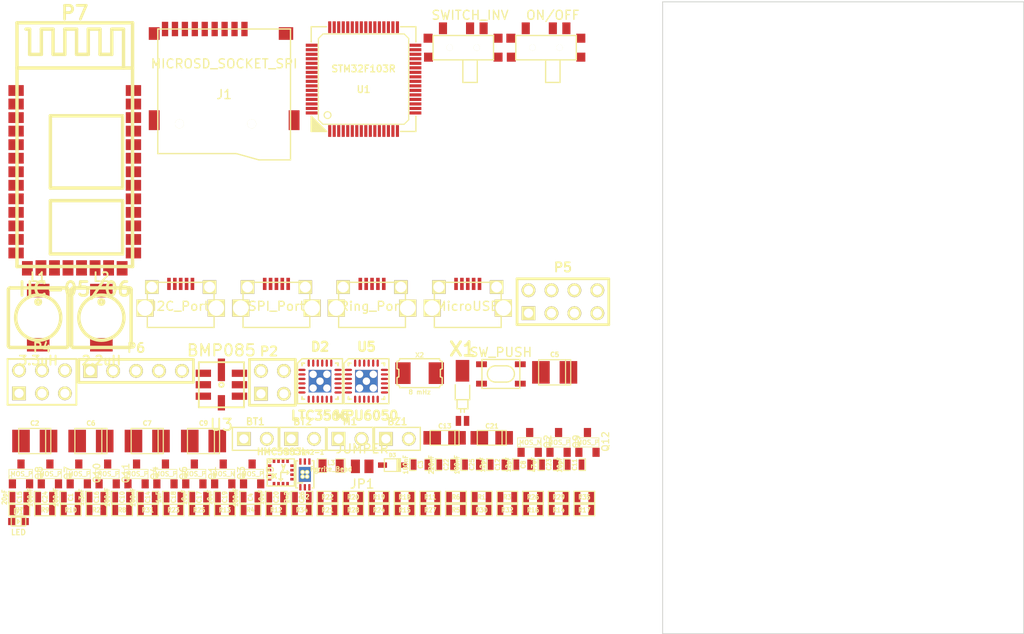
<source format=kicad_pcb>
(kicad_pcb (version 3) (host pcbnew "(2013-dec-23)-stable")

  (general
    (links 271)
    (no_connects 271)
    (area 30.299756 0.10988 102.158422 59.32739)
    (thickness 1.6)
    (drawings 4)
    (tracks 0)
    (zones 0)
    (modules 103)
    (nets 96)
  )

  (page A4)
  (layers
    (15 F.Cu signal)
    (0 B.Cu signal)
    (16 B.Adhes user)
    (17 F.Adhes user)
    (18 B.Paste user)
    (19 F.Paste user)
    (20 B.SilkS user)
    (21 F.SilkS user)
    (22 B.Mask user)
    (23 F.Mask user)
    (24 Dwgs.User user)
    (25 Cmts.User user)
    (26 Eco1.User user)
    (27 Eco2.User user)
    (28 Edge.Cuts user)
  )

  (setup
    (last_trace_width 0.203)
    (user_trace_width 0.15)
    (user_trace_width 0.305)
    (trace_clearance 0.2)
    (zone_clearance 0.508)
    (zone_45_only no)
    (trace_min 0.15)
    (segment_width 0.2)
    (edge_width 0.1)
    (via_size 0.889)
    (via_drill 0.635)
    (via_min_size 0.5)
    (via_min_drill 0.3)
    (user_via 0.5 0.3)
    (uvia_size 0.508)
    (uvia_drill 0.127)
    (uvias_allowed no)
    (uvia_min_size 0.508)
    (uvia_min_drill 0.127)
    (pcb_text_width 0.3)
    (pcb_text_size 1.5 1.5)
    (mod_edge_width 0.15)
    (mod_text_size 1 1)
    (mod_text_width 0.15)
    (pad_size 1.2 1.2)
    (pad_drill 1)
    (pad_to_mask_clearance 0.1)
    (aux_axis_origin 0 0)
    (visible_elements 7FFFF9FD)
    (pcbplotparams
      (layerselection 284196865)
      (usegerberextensions true)
      (excludeedgelayer false)
      (linewidth 0.150000)
      (plotframeref false)
      (viasonmask false)
      (mode 1)
      (useauxorigin false)
      (hpglpennumber 1)
      (hpglpenspeed 20)
      (hpglpendiameter 15)
      (hpglpenoverlay 2)
      (psnegative false)
      (psa4output false)
      (plotreference false)
      (plotvalue false)
      (plotothertext false)
      (plotinvisibletext false)
      (padsonsilk false)
      (subtractmaskfromsilk true)
      (outputformat 1)
      (mirror false)
      (drillshape 0)
      (scaleselection 1)
      (outputdirectory ""))
  )

  (net 0 "")
  (net 1 +3.3V)
  (net 2 +5V)
  (net 3 /BT_KEY)
  (net 4 /BT_RXTX)
  (net 5 /BT_TXRX)
  (net 6 /I2C_EXTRA1)
  (net 7 /I2C_EXTRA2)
  (net 8 /I2C_SCL)
  (net 9 /I2C_SDA)
  (net 10 /SD_CD)
  (net 11 /SD_MISO)
  (net 12 /SD_MOSI)
  (net 13 /SD_NSS)
  (net 14 /SD_SCK)
  (net 15 /SPI_MISO)
  (net 16 /SPI_MOSI)
  (net 17 /SPI_NSS)
  (net 18 /SPI_SCK)
  (net 19 /~LED_B)
  (net 20 /~LED_G)
  (net 21 /~LED_R)
  (net 22 BATTERY)
  (net 23 BT_POWER)
  (net 24 D+)
  (net 25 D-)
  (net 26 FW/RST)
  (net 27 GND)
  (net 28 JTCK)
  (net 29 JTDI)
  (net 30 JTDO)
  (net 31 JTMS)
  (net 32 N-000001)
  (net 33 N-0000011)
  (net 34 N-00000128)
  (net 35 N-0000016)
  (net 36 N-0000017)
  (net 37 N-0000018)
  (net 38 N-0000019)
  (net 39 N-000002)
  (net 40 N-0000020)
  (net 41 N-0000021)
  (net 42 N-0000022)
  (net 43 N-0000024)
  (net 44 N-0000027)
  (net 45 N-000003)
  (net 46 N-0000033)
  (net 47 N-0000034)
  (net 48 N-0000035)
  (net 49 N-000004)
  (net 50 N-0000041)
  (net 51 N-0000042)
  (net 52 N-0000043)
  (net 53 N-0000049)
  (net 54 N-000005)
  (net 55 N-0000051)
  (net 56 N-0000053)
  (net 57 N-0000057)
  (net 58 N-0000059)
  (net 59 N-000006)
  (net 60 N-0000060)
  (net 61 N-0000063)
  (net 62 N-0000064)
  (net 63 N-0000065)
  (net 64 N-0000068)
  (net 65 N-0000070)
  (net 66 N-0000071)
  (net 67 N-0000072)
  (net 68 N-0000073)
  (net 69 N-0000086)
  (net 70 N-0000087)
  (net 71 NC_1)
  (net 72 NC_2)
  (net 73 NC_3)
  (net 74 NC_4)
  (net 75 NC_5)
  (net 76 NSS2)
  (net 77 PORT_POWER)
  (net 78 RING_BTN1)
  (net 79 SCL)
  (net 80 SDA)
  (net 81 SYS_POWER)
  (net 82 Vout)
  (net 83 ~ALERT)
  (net 84 ~BT_PWR_ENABLE)
  (net 85 ~BUZZER)
  (net 86 ~CHARGE)
  (net 87 ~HMC_INT)
  (net 88 ~MPU_INT)
  (net 89 ~NJTRST)
  (net 90 ~PORT_PWR_ENABLE)
  (net 91 ~PWM_MODE)
  (net 92 ~RESET)
  (net 93 ~RING_BTN2)
  (net 94 ~SYS_PWR_ENABLE)
  (net 95 ~VIBRATION)

  (net_class Default "This is the default net class."
    (clearance 0.2)
    (trace_width 0.203)
    (via_dia 0.889)
    (via_drill 0.635)
    (uvia_dia 0.508)
    (uvia_drill 0.127)
    (add_net "")
    (add_net +3.3V)
    (add_net +5V)
    (add_net /BT_KEY)
    (add_net /BT_RXTX)
    (add_net /BT_TXRX)
    (add_net /I2C_EXTRA1)
    (add_net /I2C_EXTRA2)
    (add_net /I2C_SCL)
    (add_net /I2C_SDA)
    (add_net /SD_CD)
    (add_net /SD_MISO)
    (add_net /SD_MOSI)
    (add_net /SD_NSS)
    (add_net /SD_SCK)
    (add_net /SPI_MISO)
    (add_net /SPI_MOSI)
    (add_net /SPI_NSS)
    (add_net /SPI_SCK)
    (add_net /~LED_B)
    (add_net /~LED_G)
    (add_net /~LED_R)
    (add_net BATTERY)
    (add_net BT_POWER)
    (add_net D+)
    (add_net D-)
    (add_net FW/RST)
    (add_net GND)
    (add_net JTCK)
    (add_net JTDI)
    (add_net JTDO)
    (add_net JTMS)
    (add_net N-000001)
    (add_net N-0000011)
    (add_net N-00000128)
    (add_net N-0000016)
    (add_net N-0000017)
    (add_net N-0000018)
    (add_net N-0000019)
    (add_net N-000002)
    (add_net N-0000020)
    (add_net N-0000021)
    (add_net N-0000022)
    (add_net N-0000024)
    (add_net N-0000027)
    (add_net N-000003)
    (add_net N-0000033)
    (add_net N-0000034)
    (add_net N-0000035)
    (add_net N-000004)
    (add_net N-0000041)
    (add_net N-0000042)
    (add_net N-0000043)
    (add_net N-0000049)
    (add_net N-000005)
    (add_net N-0000051)
    (add_net N-0000053)
    (add_net N-0000057)
    (add_net N-0000059)
    (add_net N-000006)
    (add_net N-0000060)
    (add_net N-0000063)
    (add_net N-0000064)
    (add_net N-0000065)
    (add_net N-0000068)
    (add_net N-0000070)
    (add_net N-0000071)
    (add_net N-0000072)
    (add_net N-0000073)
    (add_net N-0000086)
    (add_net N-0000087)
    (add_net NC_1)
    (add_net NC_2)
    (add_net NC_3)
    (add_net NC_4)
    (add_net NC_5)
    (add_net NSS2)
    (add_net PORT_POWER)
    (add_net RING_BTN1)
    (add_net SCL)
    (add_net SDA)
    (add_net SYS_POWER)
    (add_net Vout)
    (add_net ~ALERT)
    (add_net ~BT_PWR_ENABLE)
    (add_net ~BUZZER)
    (add_net ~CHARGE)
    (add_net ~HMC_INT)
    (add_net ~MPU_INT)
    (add_net ~NJTRST)
    (add_net ~PORT_PWR_ENABLE)
    (add_net ~PWM_MODE)
    (add_net ~RESET)
    (add_net ~RING_BTN2)
    (add_net ~SYS_PWR_ENABLE)
    (add_net ~VIBRATION)
  )

  (net_class Power ""
    (clearance 0.2)
    (trace_width 0.292)
    (via_dia 0.889)
    (via_drill 0.635)
    (uvia_dia 0.508)
    (uvia_drill 0.127)
  )

  (module SOT23 (layer F.Cu) (tedit 5051A6D7) (tstamp 53A67132)
    (at 113.472 98.8061)
    (tags SOT23)
    (path /53A5AF51)
    (fp_text reference Q9 (at 1.99898 -0.09906 90) (layer F.SilkS)
      (effects (font (size 0.762 0.762) (thickness 0.11938)))
    )
    (fp_text value MOS_P (at 0.0635 0) (layer F.SilkS)
      (effects (font (size 0.50038 0.50038) (thickness 0.09906)))
    )
    (fp_circle (center -1.17602 0.35052) (end -1.30048 0.44958) (layer F.SilkS) (width 0.07874))
    (fp_line (start 1.27 -0.508) (end 1.27 0.508) (layer F.SilkS) (width 0.07874))
    (fp_line (start -1.3335 -0.508) (end -1.3335 0.508) (layer F.SilkS) (width 0.07874))
    (fp_line (start 1.27 0.508) (end -1.3335 0.508) (layer F.SilkS) (width 0.07874))
    (fp_line (start -1.3335 -0.508) (end 1.27 -0.508) (layer F.SilkS) (width 0.07874))
    (pad 3 smd rect (at 0 -1.09982) (size 0.8001 1.00076)
      (layers F.Cu F.Paste F.Mask)
      (net 52 N-0000043)
    )
    (pad 2 smd rect (at 0.9525 1.09982) (size 0.8001 1.00076)
      (layers F.Cu F.Paste F.Mask)
      (net 1 +3.3V)
    )
    (pad 1 smd rect (at -0.9525 1.09982) (size 0.8001 1.00076)
      (layers F.Cu F.Paste F.Mask)
      (net 69 N-0000086)
    )
    (model smd\SOT23_3.wrl
      (at (xyz 0 0 0))
      (scale (xyz 0.4 0.4 0.4))
      (rotate (xyz 0 0 180))
    )
  )

  (module SOT23 (layer F.Cu) (tedit 5051A6D7) (tstamp 53A67125)
    (at 110.2716 98.8061)
    (tags SOT23)
    (path /53A5ADCF)
    (fp_text reference Q2 (at 1.99898 -0.09906 90) (layer F.SilkS)
      (effects (font (size 0.762 0.762) (thickness 0.11938)))
    )
    (fp_text value MOS_N (at 0.0635 0) (layer F.SilkS)
      (effects (font (size 0.50038 0.50038) (thickness 0.09906)))
    )
    (fp_circle (center -1.17602 0.35052) (end -1.30048 0.44958) (layer F.SilkS) (width 0.07874))
    (fp_line (start 1.27 -0.508) (end 1.27 0.508) (layer F.SilkS) (width 0.07874))
    (fp_line (start -1.3335 -0.508) (end -1.3335 0.508) (layer F.SilkS) (width 0.07874))
    (fp_line (start 1.27 0.508) (end -1.3335 0.508) (layer F.SilkS) (width 0.07874))
    (fp_line (start -1.3335 -0.508) (end 1.27 -0.508) (layer F.SilkS) (width 0.07874))
    (pad 3 smd rect (at 0 -1.09982) (size 0.8001 1.00076)
      (layers F.Cu F.Paste F.Mask)
      (net 91 ~PWM_MODE)
    )
    (pad 2 smd rect (at 0.9525 1.09982) (size 0.8001 1.00076)
      (layers F.Cu F.Paste F.Mask)
      (net 27 GND)
    )
    (pad 1 smd rect (at -0.9525 1.09982) (size 0.8001 1.00076)
      (layers F.Cu F.Paste F.Mask)
      (net 26 FW/RST)
    )
    (model smd\SOT23_3.wrl
      (at (xyz 0 0 0))
      (scale (xyz 0.4 0.4 0.4))
      (rotate (xyz 0 0 180))
    )
  )

  (module SOT23 (layer F.Cu) (tedit 5051A6D7) (tstamp 53A671A7)
    (at 76.3245 102.2986)
    (tags SOT23)
    (path /53A5ADE8)
    (fp_text reference Q3 (at 1.99898 -0.09906 90) (layer F.SilkS)
      (effects (font (size 0.762 0.762) (thickness 0.11938)))
    )
    (fp_text value MOS_N (at 0.0635 0) (layer F.SilkS)
      (effects (font (size 0.50038 0.50038) (thickness 0.09906)))
    )
    (fp_circle (center -1.17602 0.35052) (end -1.30048 0.44958) (layer F.SilkS) (width 0.07874))
    (fp_line (start 1.27 -0.508) (end 1.27 0.508) (layer F.SilkS) (width 0.07874))
    (fp_line (start -1.3335 -0.508) (end -1.3335 0.508) (layer F.SilkS) (width 0.07874))
    (fp_line (start 1.27 0.508) (end -1.3335 0.508) (layer F.SilkS) (width 0.07874))
    (fp_line (start -1.3335 -0.508) (end 1.27 -0.508) (layer F.SilkS) (width 0.07874))
    (pad 3 smd rect (at 0 -1.09982) (size 0.8001 1.00076)
      (layers F.Cu F.Paste F.Mask)
      (net 84 ~BT_PWR_ENABLE)
    )
    (pad 2 smd rect (at 0.9525 1.09982) (size 0.8001 1.00076)
      (layers F.Cu F.Paste F.Mask)
      (net 27 GND)
    )
    (pad 1 smd rect (at -0.9525 1.09982) (size 0.8001 1.00076)
      (layers F.Cu F.Paste F.Mask)
      (net 26 FW/RST)
    )
    (model smd\SOT23_3.wrl
      (at (xyz 0 0 0))
      (scale (xyz 0.4 0.4 0.4))
      (rotate (xyz 0 0 180))
    )
  )

  (module SOT23 (layer F.Cu) (tedit 5051A6D7) (tstamp 53A6719A)
    (at 73.1241 102.2986)
    (tags SOT23)
    (path /53A5AE10)
    (fp_text reference Q1 (at 1.99898 -0.09906 90) (layer F.SilkS)
      (effects (font (size 0.762 0.762) (thickness 0.11938)))
    )
    (fp_text value MOS_P (at 0.0635 0) (layer F.SilkS)
      (effects (font (size 0.50038 0.50038) (thickness 0.09906)))
    )
    (fp_circle (center -1.17602 0.35052) (end -1.30048 0.44958) (layer F.SilkS) (width 0.07874))
    (fp_line (start 1.27 -0.508) (end 1.27 0.508) (layer F.SilkS) (width 0.07874))
    (fp_line (start -1.3335 -0.508) (end -1.3335 0.508) (layer F.SilkS) (width 0.07874))
    (fp_line (start 1.27 0.508) (end -1.3335 0.508) (layer F.SilkS) (width 0.07874))
    (fp_line (start -1.3335 -0.508) (end 1.27 -0.508) (layer F.SilkS) (width 0.07874))
    (pad 3 smd rect (at 0 -1.09982) (size 0.8001 1.00076)
      (layers F.Cu F.Paste F.Mask)
      (net 57 N-0000057)
    )
    (pad 2 smd rect (at 0.9525 1.09982) (size 0.8001 1.00076)
      (layers F.Cu F.Paste F.Mask)
      (net 26 FW/RST)
    )
    (pad 1 smd rect (at -0.9525 1.09982) (size 0.8001 1.00076)
      (layers F.Cu F.Paste F.Mask)
      (net 92 ~RESET)
    )
    (model smd\SOT23_3.wrl
      (at (xyz 0 0 0))
      (scale (xyz 0.4 0.4 0.4))
      (rotate (xyz 0 0 180))
    )
  )

  (module SOT23 (layer F.Cu) (tedit 5051A6D7) (tstamp 53A6718D)
    (at 69.9237 102.2986)
    (tags SOT23)
    (path /53A5AE94)
    (fp_text reference Q6 (at 1.99898 -0.09906 90) (layer F.SilkS)
      (effects (font (size 0.762 0.762) (thickness 0.11938)))
    )
    (fp_text value MOS_P (at 0.0635 0) (layer F.SilkS)
      (effects (font (size 0.50038 0.50038) (thickness 0.09906)))
    )
    (fp_circle (center -1.17602 0.35052) (end -1.30048 0.44958) (layer F.SilkS) (width 0.07874))
    (fp_line (start 1.27 -0.508) (end 1.27 0.508) (layer F.SilkS) (width 0.07874))
    (fp_line (start -1.3335 -0.508) (end -1.3335 0.508) (layer F.SilkS) (width 0.07874))
    (fp_line (start 1.27 0.508) (end -1.3335 0.508) (layer F.SilkS) (width 0.07874))
    (fp_line (start -1.3335 -0.508) (end 1.27 -0.508) (layer F.SilkS) (width 0.07874))
    (pad 3 smd rect (at 0 -1.09982) (size 0.8001 1.00076)
      (layers F.Cu F.Paste F.Mask)
      (net 81 SYS_POWER)
    )
    (pad 2 smd rect (at 0.9525 1.09982) (size 0.8001 1.00076)
      (layers F.Cu F.Paste F.Mask)
      (net 1 +3.3V)
    )
    (pad 1 smd rect (at -0.9525 1.09982) (size 0.8001 1.00076)
      (layers F.Cu F.Paste F.Mask)
      (net 55 N-0000051)
    )
    (model smd\SOT23_3.wrl
      (at (xyz 0 0 0))
      (scale (xyz 0.4 0.4 0.4))
      (rotate (xyz 0 0 180))
    )
  )

  (module SOT23 (layer F.Cu) (tedit 5051A6D7) (tstamp 53A67180)
    (at 66.7233 102.2986)
    (tags SOT23)
    (path /53A5AEA3)
    (fp_text reference Q4 (at 1.99898 -0.09906 90) (layer F.SilkS)
      (effects (font (size 0.762 0.762) (thickness 0.11938)))
    )
    (fp_text value MOS_P (at 0.0635 0) (layer F.SilkS)
      (effects (font (size 0.50038 0.50038) (thickness 0.09906)))
    )
    (fp_circle (center -1.17602 0.35052) (end -1.30048 0.44958) (layer F.SilkS) (width 0.07874))
    (fp_line (start 1.27 -0.508) (end 1.27 0.508) (layer F.SilkS) (width 0.07874))
    (fp_line (start -1.3335 -0.508) (end -1.3335 0.508) (layer F.SilkS) (width 0.07874))
    (fp_line (start 1.27 0.508) (end -1.3335 0.508) (layer F.SilkS) (width 0.07874))
    (fp_line (start -1.3335 -0.508) (end 1.27 -0.508) (layer F.SilkS) (width 0.07874))
    (pad 3 smd rect (at 0 -1.09982) (size 0.8001 1.00076)
      (layers F.Cu F.Paste F.Mask)
      (net 23 BT_POWER)
    )
    (pad 2 smd rect (at 0.9525 1.09982) (size 0.8001 1.00076)
      (layers F.Cu F.Paste F.Mask)
      (net 1 +3.3V)
    )
    (pad 1 smd rect (at -0.9525 1.09982) (size 0.8001 1.00076)
      (layers F.Cu F.Paste F.Mask)
      (net 61 N-0000063)
    )
    (model smd\SOT23_3.wrl
      (at (xyz 0 0 0))
      (scale (xyz 0.4 0.4 0.4))
      (rotate (xyz 0 0 180))
    )
  )

  (module SOT23 (layer F.Cu) (tedit 5051A6D7) (tstamp 53A671B4)
    (at 79.5249 102.2986)
    (tags SOT23)
    (path /53A5AEB2)
    (fp_text reference Q5 (at 1.99898 -0.09906 90) (layer F.SilkS)
      (effects (font (size 0.762 0.762) (thickness 0.11938)))
    )
    (fp_text value MOS_P (at 0.0635 0) (layer F.SilkS)
      (effects (font (size 0.50038 0.50038) (thickness 0.09906)))
    )
    (fp_circle (center -1.17602 0.35052) (end -1.30048 0.44958) (layer F.SilkS) (width 0.07874))
    (fp_line (start 1.27 -0.508) (end 1.27 0.508) (layer F.SilkS) (width 0.07874))
    (fp_line (start -1.3335 -0.508) (end -1.3335 0.508) (layer F.SilkS) (width 0.07874))
    (fp_line (start 1.27 0.508) (end -1.3335 0.508) (layer F.SilkS) (width 0.07874))
    (fp_line (start -1.3335 -0.508) (end 1.27 -0.508) (layer F.SilkS) (width 0.07874))
    (pad 3 smd rect (at 0 -1.09982) (size 0.8001 1.00076)
      (layers F.Cu F.Paste F.Mask)
      (net 77 PORT_POWER)
    )
    (pad 2 smd rect (at 0.9525 1.09982) (size 0.8001 1.00076)
      (layers F.Cu F.Paste F.Mask)
      (net 1 +3.3V)
    )
    (pad 1 smd rect (at -0.9525 1.09982) (size 0.8001 1.00076)
      (layers F.Cu F.Paste F.Mask)
      (net 53 N-0000049)
    )
    (model smd\SOT23_3.wrl
      (at (xyz 0 0 0))
      (scale (xyz 0.4 0.4 0.4))
      (rotate (xyz 0 0 180))
    )
  )

  (module SOT23 (layer F.Cu) (tedit 5051A6D7) (tstamp 53A67173)
    (at 63.5229 102.2986)
    (tags SOT23)
    (path /53A5AEEE)
    (fp_text reference Q11 (at 1.99898 -0.09906 90) (layer F.SilkS)
      (effects (font (size 0.762 0.762) (thickness 0.11938)))
    )
    (fp_text value MOS_P (at 0.0635 0) (layer F.SilkS)
      (effects (font (size 0.50038 0.50038) (thickness 0.09906)))
    )
    (fp_circle (center -1.17602 0.35052) (end -1.30048 0.44958) (layer F.SilkS) (width 0.07874))
    (fp_line (start 1.27 -0.508) (end 1.27 0.508) (layer F.SilkS) (width 0.07874))
    (fp_line (start -1.3335 -0.508) (end -1.3335 0.508) (layer F.SilkS) (width 0.07874))
    (fp_line (start 1.27 0.508) (end -1.3335 0.508) (layer F.SilkS) (width 0.07874))
    (fp_line (start -1.3335 -0.508) (end 1.27 -0.508) (layer F.SilkS) (width 0.07874))
    (pad 3 smd rect (at 0 -1.09982) (size 0.8001 1.00076)
      (layers F.Cu F.Paste F.Mask)
      (net 44 N-0000027)
    )
    (pad 2 smd rect (at 0.9525 1.09982) (size 0.8001 1.00076)
      (layers F.Cu F.Paste F.Mask)
      (net 1 +3.3V)
    )
    (pad 1 smd rect (at -0.9525 1.09982) (size 0.8001 1.00076)
      (layers F.Cu F.Paste F.Mask)
      (net 43 N-0000024)
    )
    (model smd\SOT23_3.wrl
      (at (xyz 0 0 0))
      (scale (xyz 0.4 0.4 0.4))
      (rotate (xyz 0 0 180))
    )
  )

  (module SOT23 (layer F.Cu) (tedit 5051A6D7) (tstamp 53A67166)
    (at 60.3225 102.2986)
    (tags SOT23)
    (path /53A5AF11)
    (fp_text reference Q10 (at 1.99898 -0.09906 90) (layer F.SilkS)
      (effects (font (size 0.762 0.762) (thickness 0.11938)))
    )
    (fp_text value MOS_P (at 0.0635 0) (layer F.SilkS)
      (effects (font (size 0.50038 0.50038) (thickness 0.09906)))
    )
    (fp_circle (center -1.17602 0.35052) (end -1.30048 0.44958) (layer F.SilkS) (width 0.07874))
    (fp_line (start 1.27 -0.508) (end 1.27 0.508) (layer F.SilkS) (width 0.07874))
    (fp_line (start -1.3335 -0.508) (end -1.3335 0.508) (layer F.SilkS) (width 0.07874))
    (fp_line (start 1.27 0.508) (end -1.3335 0.508) (layer F.SilkS) (width 0.07874))
    (fp_line (start -1.3335 -0.508) (end 1.27 -0.508) (layer F.SilkS) (width 0.07874))
    (pad 3 smd rect (at 0 -1.09982) (size 0.8001 1.00076)
      (layers F.Cu F.Paste F.Mask)
      (net 78 RING_BTN1)
    )
    (pad 2 smd rect (at 0.9525 1.09982) (size 0.8001 1.00076)
      (layers F.Cu F.Paste F.Mask)
      (net 1 +3.3V)
    )
    (pad 1 smd rect (at -0.9525 1.09982) (size 0.8001 1.00076)
      (layers F.Cu F.Paste F.Mask)
      (net 56 N-0000053)
    )
    (model smd\SOT23_3.wrl
      (at (xyz 0 0 0))
      (scale (xyz 0.4 0.4 0.4))
      (rotate (xyz 0 0 180))
    )
  )

  (module SOT23 (layer F.Cu) (tedit 5051A6D7) (tstamp 53A67159)
    (at 57.1221 102.2986)
    (tags SOT23)
    (path /53A5AF2A)
    (fp_text reference Q7 (at 1.99898 -0.09906 90) (layer F.SilkS)
      (effects (font (size 0.762 0.762) (thickness 0.11938)))
    )
    (fp_text value MOS_P (at 0.0635 0) (layer F.SilkS)
      (effects (font (size 0.50038 0.50038) (thickness 0.09906)))
    )
    (fp_circle (center -1.17602 0.35052) (end -1.30048 0.44958) (layer F.SilkS) (width 0.07874))
    (fp_line (start 1.27 -0.508) (end 1.27 0.508) (layer F.SilkS) (width 0.07874))
    (fp_line (start -1.3335 -0.508) (end -1.3335 0.508) (layer F.SilkS) (width 0.07874))
    (fp_line (start 1.27 0.508) (end -1.3335 0.508) (layer F.SilkS) (width 0.07874))
    (fp_line (start -1.3335 -0.508) (end 1.27 -0.508) (layer F.SilkS) (width 0.07874))
    (pad 3 smd rect (at 0 -1.09982) (size 0.8001 1.00076)
      (layers F.Cu F.Paste F.Mask)
      (net 58 N-0000059)
    )
    (pad 2 smd rect (at 0.9525 1.09982) (size 0.8001 1.00076)
      (layers F.Cu F.Paste F.Mask)
      (net 1 +3.3V)
    )
    (pad 1 smd rect (at -0.9525 1.09982) (size 0.8001 1.00076)
      (layers F.Cu F.Paste F.Mask)
      (net 34 N-00000128)
    )
    (model smd\SOT23_3.wrl
      (at (xyz 0 0 0))
      (scale (xyz 0.4 0.4 0.4))
      (rotate (xyz 0 0 180))
    )
  )

  (module SOT23 (layer F.Cu) (tedit 5051A6D7) (tstamp 53A6714C)
    (at 53.9217 102.2986)
    (tags SOT23)
    (path /53A5AF37)
    (fp_text reference Q8 (at 1.99898 -0.09906 90) (layer F.SilkS)
      (effects (font (size 0.762 0.762) (thickness 0.11938)))
    )
    (fp_text value MOS_P (at 0.0635 0) (layer F.SilkS)
      (effects (font (size 0.50038 0.50038) (thickness 0.09906)))
    )
    (fp_circle (center -1.17602 0.35052) (end -1.30048 0.44958) (layer F.SilkS) (width 0.07874))
    (fp_line (start 1.27 -0.508) (end 1.27 0.508) (layer F.SilkS) (width 0.07874))
    (fp_line (start -1.3335 -0.508) (end -1.3335 0.508) (layer F.SilkS) (width 0.07874))
    (fp_line (start 1.27 0.508) (end -1.3335 0.508) (layer F.SilkS) (width 0.07874))
    (fp_line (start -1.3335 -0.508) (end 1.27 -0.508) (layer F.SilkS) (width 0.07874))
    (pad 3 smd rect (at 0 -1.09982) (size 0.8001 1.00076)
      (layers F.Cu F.Paste F.Mask)
      (net 60 N-0000060)
    )
    (pad 2 smd rect (at 0.9525 1.09982) (size 0.8001 1.00076)
      (layers F.Cu F.Paste F.Mask)
      (net 1 +3.3V)
    )
    (pad 1 smd rect (at -0.9525 1.09982) (size 0.8001 1.00076)
      (layers F.Cu F.Paste F.Mask)
      (net 70 N-0000087)
    )
    (model smd\SOT23_3.wrl
      (at (xyz 0 0 0))
      (scale (xyz 0.4 0.4 0.4))
      (rotate (xyz 0 0 180))
    )
  )

  (module SOT23 (layer F.Cu) (tedit 5051A6D7) (tstamp 53A6713F)
    (at 116.6724 98.8061)
    (tags SOT23)
    (path /53A5AEDF)
    (fp_text reference Q12 (at 1.99898 -0.09906 90) (layer F.SilkS)
      (effects (font (size 0.762 0.762) (thickness 0.11938)))
    )
    (fp_text value MOS_P (at 0.0635 0) (layer F.SilkS)
      (effects (font (size 0.50038 0.50038) (thickness 0.09906)))
    )
    (fp_circle (center -1.17602 0.35052) (end -1.30048 0.44958) (layer F.SilkS) (width 0.07874))
    (fp_line (start 1.27 -0.508) (end 1.27 0.508) (layer F.SilkS) (width 0.07874))
    (fp_line (start -1.3335 -0.508) (end -1.3335 0.508) (layer F.SilkS) (width 0.07874))
    (fp_line (start 1.27 0.508) (end -1.3335 0.508) (layer F.SilkS) (width 0.07874))
    (fp_line (start -1.3335 -0.508) (end 1.27 -0.508) (layer F.SilkS) (width 0.07874))
    (pad 3 smd rect (at 0 -1.09982) (size 0.8001 1.00076)
      (layers F.Cu F.Paste F.Mask)
      (net 63 N-0000065)
    )
    (pad 2 smd rect (at 0.9525 1.09982) (size 0.8001 1.00076)
      (layers F.Cu F.Paste F.Mask)
      (net 1 +3.3V)
    )
    (pad 1 smd rect (at -0.9525 1.09982) (size 0.8001 1.00076)
      (layers F.Cu F.Paste F.Mask)
      (net 62 N-0000064)
    )
    (model smd\SOT23_3.wrl
      (at (xyz 0 0 0))
      (scale (xyz 0.4 0.4 0.4))
      (rotate (xyz 0 0 180))
    )
  )

  (module solder_jumper (layer F.Cu) (tedit 530E91A6) (tstamp 53A67204)
    (at 91.7169 101.4604)
    (path /52FD7101)
    (fp_text reference JP1 (at 0 1.95) (layer F.SilkS)
      (effects (font (size 1 1) (thickness 0.15)))
    )
    (fp_text value JUMPER (at 0 -1.95) (layer F.SilkS)
      (effects (font (size 1 1) (thickness 0.15)))
    )
    (pad 1 smd rect (at -0.75 0) (size 1 1.5)
      (layers F.Cu F.Paste F.Mask)
      (net 37 N-0000018)
    )
    (pad 2 smd rect (at 0.75 0) (size 1 1.5)
      (layers F.Cu F.Paste F.Mask)
      (net 42 N-0000022)
    )
  )

  (module sod323 (layer F.Cu) (tedit 511019A4) (tstamp 53A67213)
    (at 95.0697 101.3207)
    (descr SOD323)
    (path /52E30BBB)
    (fp_text reference D3 (at 0 -1.09982) (layer F.SilkS)
      (effects (font (size 0.39878 0.39878) (thickness 0.09906)))
    )
    (fp_text value DIODE (at 0 1.19888) (layer F.SilkS) hide
      (effects (font (size 0.39878 0.39878) (thickness 0.09906)))
    )
    (fp_line (start 0.8001 -0.70104) (end 0.8001 0.70104) (layer F.SilkS) (width 0.127))
    (fp_line (start 0.70104 0.70104) (end 0.70104 -0.70104) (layer F.SilkS) (width 0.127))
    (fp_line (start 0.59944 -0.70104) (end 0.59944 0.70104) (layer F.SilkS) (width 0.127))
    (fp_line (start 0.50038 -0.70104) (end 0.50038 0.70104) (layer F.SilkS) (width 0.127))
    (fp_line (start 0.89916 -0.70104) (end -0.89916 -0.70104) (layer F.SilkS) (width 0.127))
    (fp_line (start -0.89916 -0.70104) (end -0.89916 0.70104) (layer F.SilkS) (width 0.127))
    (fp_line (start -0.89916 0.70104) (end 0.89916 0.70104) (layer F.SilkS) (width 0.127))
    (fp_line (start 0.89916 0.70104) (end 0.89916 -0.70104) (layer F.SilkS) (width 0.127))
    (pad 2 smd rect (at 1.09982 0) (size 1.00076 0.59944)
      (layers F.Cu F.Paste F.Mask)
      (net 44 N-0000027)
    )
    (pad 1 smd rect (at -1.09982 0) (size 1.00076 0.59944)
      (layers F.Cu F.Paste F.Mask)
      (net 27 GND)
    )
    (model walter/smd_diode/sod323.wrl
      (at (xyz 0 0 0))
      (scale (xyz 1 1 1))
      (rotate (xyz 0 0 0))
    )
  )

  (module smd_microswitch (layer F.Cu) (tedit 53A60C22) (tstamp 53A67098)
    (at 107.0839 91.2242)
    (path /539601D2)
    (fp_text reference FW/RST1 (at 0 2.4) (layer F.SilkS) hide
      (effects (font (size 1 1) (thickness 0.15)))
    )
    (fp_text value SW_PUSH (at 0 -2.4) (layer F.SilkS)
      (effects (font (size 1 1) (thickness 0.15)))
    )
    (fp_line (start -2.1 -1.6) (end 2.1 -1.6) (layer F.SilkS) (width 0.15))
    (fp_line (start 2.1 -1.6) (end 2.1 1.6) (layer F.SilkS) (width 0.15))
    (fp_line (start 2.1 1.6) (end -2.1 1.6) (layer F.SilkS) (width 0.15))
    (fp_line (start -2.1 1.6) (end -2.1 -1.6) (layer F.SilkS) (width 0.15))
    (fp_line (start -0.6 0.9) (end 0.6 0.9) (layer F.SilkS) (width 0.15))
    (fp_line (start -0.6 -0.9) (end 0.6 -0.9) (layer F.SilkS) (width 0.15))
    (fp_arc (start 0.6 0) (end 0.6 -0.9) (angle 180) (layer F.SilkS) (width 0.15))
    (fp_arc (start -0.6 0) (end -0.6 -0.9) (angle -180) (layer F.SilkS) (width 0.15))
    (pad 1 smd rect (at -2.15 -1.075) (size 1.2 0.65)
      (layers F.Cu F.Paste F.Mask)
      (net 92 ~RESET)
    )
    (pad 2 smd rect (at -2.15 1.075) (size 1.2 0.65)
      (layers F.Cu F.Paste F.Mask)
      (net 27 GND)
    )
    (pad 1 smd rect (at 2.15 -1.075) (size 1.2 0.65)
      (layers F.Cu F.Paste F.Mask)
      (net 92 ~RESET)
    )
    (pad 2 smd rect (at 2.15 1.075) (size 1.2 0.65)
      (layers F.Cu F.Paste F.Mask)
      (net 27 GND)
    )
  )

  (module SM0805 (layer F.Cu) (tedit 5091495C) (tstamp 53A671FD)
    (at 88.2752 101.3842)
    (path /52C1F63D)
    (attr smd)
    (fp_text reference L3 (at 0 -0.3175) (layer F.SilkS)
      (effects (font (size 0.50038 0.50038) (thickness 0.10922)))
    )
    (fp_text value Ferrite_Bead (at 0 0.381) (layer F.SilkS)
      (effects (font (size 0.50038 0.50038) (thickness 0.10922)))
    )
    (fp_circle (center -1.651 0.762) (end -1.651 0.635) (layer F.SilkS) (width 0.09906))
    (fp_line (start -0.508 0.762) (end -1.524 0.762) (layer F.SilkS) (width 0.09906))
    (fp_line (start -1.524 0.762) (end -1.524 -0.762) (layer F.SilkS) (width 0.09906))
    (fp_line (start -1.524 -0.762) (end -0.508 -0.762) (layer F.SilkS) (width 0.09906))
    (fp_line (start 0.508 -0.762) (end 1.524 -0.762) (layer F.SilkS) (width 0.09906))
    (fp_line (start 1.524 -0.762) (end 1.524 0.762) (layer F.SilkS) (width 0.09906))
    (fp_line (start 1.524 0.762) (end 0.508 0.762) (layer F.SilkS) (width 0.09906))
    (pad 1 smd rect (at -0.9525 0) (size 0.889 1.397)
      (layers F.Cu F.Paste F.Mask)
      (net 2 +5V)
    )
    (pad 2 smd rect (at 0.9525 0) (size 0.889 1.397)
      (layers F.Cu F.Paste F.Mask)
      (net 33 N-0000011)
    )
    (model smd/chip_cms.wrl
      (at (xyz 0 0 0))
      (scale (xyz 0.1 0.1 0.1))
      (rotate (xyz 0 0 0))
    )
  )

  (module SM0603_Capa (layer F.Cu) (tedit 5051B1EC) (tstamp 53A672FD)
    (at 82.1919 104.8767)
    (path /52DA8C60)
    (attr smd)
    (fp_text reference C20 (at 0 0 90) (layer F.SilkS)
      (effects (font (size 0.508 0.4572) (thickness 0.1143)))
    )
    (fp_text value 10uF (at -1.651 0 90) (layer F.SilkS)
      (effects (font (size 0.508 0.4572) (thickness 0.1143)))
    )
    (fp_line (start 0.50038 0.65024) (end 1.19888 0.65024) (layer F.SilkS) (width 0.11938))
    (fp_line (start -0.50038 0.65024) (end -1.19888 0.65024) (layer F.SilkS) (width 0.11938))
    (fp_line (start 0.50038 -0.65024) (end 1.19888 -0.65024) (layer F.SilkS) (width 0.11938))
    (fp_line (start -1.19888 -0.65024) (end -0.50038 -0.65024) (layer F.SilkS) (width 0.11938))
    (fp_line (start 1.19888 -0.635) (end 1.19888 0.635) (layer F.SilkS) (width 0.11938))
    (fp_line (start -1.19888 0.635) (end -1.19888 -0.635) (layer F.SilkS) (width 0.11938))
    (pad 1 smd rect (at -0.762 0) (size 0.635 1.143)
      (layers F.Cu F.Paste F.Mask)
      (net 22 BATTERY)
    )
    (pad 2 smd rect (at 0.762 0) (size 0.635 1.143)
      (layers F.Cu F.Paste F.Mask)
      (net 27 GND)
    )
    (model smd\capacitors\C0603.wrl
      (at (xyz 0 0 0.001))
      (scale (xyz 0.5 0.5 0.5))
      (rotate (xyz 0 0 0))
    )
  )

  (module SM0603_Capa (layer F.Cu) (tedit 5051B1EC) (tstamp 53A672F0)
    (at 79.3471 104.8767)
    (path /52E2F3C6)
    (attr smd)
    (fp_text reference C4 (at 0 0 90) (layer F.SilkS)
      (effects (font (size 0.508 0.4572) (thickness 0.1143)))
    )
    (fp_text value 100nF (at -1.651 0 90) (layer F.SilkS)
      (effects (font (size 0.508 0.4572) (thickness 0.1143)))
    )
    (fp_line (start 0.50038 0.65024) (end 1.19888 0.65024) (layer F.SilkS) (width 0.11938))
    (fp_line (start -0.50038 0.65024) (end -1.19888 0.65024) (layer F.SilkS) (width 0.11938))
    (fp_line (start 0.50038 -0.65024) (end 1.19888 -0.65024) (layer F.SilkS) (width 0.11938))
    (fp_line (start -1.19888 -0.65024) (end -0.50038 -0.65024) (layer F.SilkS) (width 0.11938))
    (fp_line (start 1.19888 -0.635) (end 1.19888 0.635) (layer F.SilkS) (width 0.11938))
    (fp_line (start -1.19888 0.635) (end -1.19888 -0.635) (layer F.SilkS) (width 0.11938))
    (pad 1 smd rect (at -0.762 0) (size 0.635 1.143)
      (layers F.Cu F.Paste F.Mask)
      (net 2 +5V)
    )
    (pad 2 smd rect (at 0.762 0) (size 0.635 1.143)
      (layers F.Cu F.Paste F.Mask)
      (net 27 GND)
    )
    (model smd\capacitors\C0603.wrl
      (at (xyz 0 0 0.001))
      (scale (xyz 0.5 0.5 0.5))
      (rotate (xyz 0 0 0))
    )
  )

  (module SM0603_Capa (layer F.Cu) (tedit 5051B1EC) (tstamp 53A672E3)
    (at 76.5023 104.8767)
    (path /53935BA7)
    (attr smd)
    (fp_text reference C19 (at 0 0 90) (layer F.SilkS)
      (effects (font (size 0.508 0.4572) (thickness 0.1143)))
    )
    (fp_text value 10uF (at -1.651 0 90) (layer F.SilkS)
      (effects (font (size 0.508 0.4572) (thickness 0.1143)))
    )
    (fp_line (start 0.50038 0.65024) (end 1.19888 0.65024) (layer F.SilkS) (width 0.11938))
    (fp_line (start -0.50038 0.65024) (end -1.19888 0.65024) (layer F.SilkS) (width 0.11938))
    (fp_line (start 0.50038 -0.65024) (end 1.19888 -0.65024) (layer F.SilkS) (width 0.11938))
    (fp_line (start -1.19888 -0.65024) (end -0.50038 -0.65024) (layer F.SilkS) (width 0.11938))
    (fp_line (start 1.19888 -0.635) (end 1.19888 0.635) (layer F.SilkS) (width 0.11938))
    (fp_line (start -1.19888 0.635) (end -1.19888 -0.635) (layer F.SilkS) (width 0.11938))
    (pad 1 smd rect (at -0.762 0) (size 0.635 1.143)
      (layers F.Cu F.Paste F.Mask)
      (net 1 +3.3V)
    )
    (pad 2 smd rect (at 0.762 0) (size 0.635 1.143)
      (layers F.Cu F.Paste F.Mask)
      (net 27 GND)
    )
    (model smd\capacitors\C0603.wrl
      (at (xyz 0 0 0.001))
      (scale (xyz 0.5 0.5 0.5))
      (rotate (xyz 0 0 0))
    )
  )

  (module SM0603_Capa (layer F.Cu) (tedit 5051B1EC) (tstamp 53A672D6)
    (at 73.6575 104.8767)
    (path /53936456)
    (attr smd)
    (fp_text reference C17 (at 0 0 90) (layer F.SilkS)
      (effects (font (size 0.508 0.4572) (thickness 0.1143)))
    )
    (fp_text value 10uF (at -1.651 0 90) (layer F.SilkS)
      (effects (font (size 0.508 0.4572) (thickness 0.1143)))
    )
    (fp_line (start 0.50038 0.65024) (end 1.19888 0.65024) (layer F.SilkS) (width 0.11938))
    (fp_line (start -0.50038 0.65024) (end -1.19888 0.65024) (layer F.SilkS) (width 0.11938))
    (fp_line (start 0.50038 -0.65024) (end 1.19888 -0.65024) (layer F.SilkS) (width 0.11938))
    (fp_line (start -1.19888 -0.65024) (end -0.50038 -0.65024) (layer F.SilkS) (width 0.11938))
    (fp_line (start 1.19888 -0.635) (end 1.19888 0.635) (layer F.SilkS) (width 0.11938))
    (fp_line (start -1.19888 0.635) (end -1.19888 -0.635) (layer F.SilkS) (width 0.11938))
    (pad 1 smd rect (at -0.762 0) (size 0.635 1.143)
      (layers F.Cu F.Paste F.Mask)
      (net 82 Vout)
    )
    (pad 2 smd rect (at 0.762 0) (size 0.635 1.143)
      (layers F.Cu F.Paste F.Mask)
      (net 27 GND)
    )
    (model smd\capacitors\C0603.wrl
      (at (xyz 0 0 0.001))
      (scale (xyz 0.5 0.5 0.5))
      (rotate (xyz 0 0 0))
    )
  )

  (module SM0603_Capa (layer F.Cu) (tedit 5051B1EC) (tstamp 53A672C9)
    (at 70.8127 104.8767)
    (path /53936465)
    (attr smd)
    (fp_text reference C18 (at 0 0 90) (layer F.SilkS)
      (effects (font (size 0.508 0.4572) (thickness 0.1143)))
    )
    (fp_text value 1uF (at -1.651 0 90) (layer F.SilkS)
      (effects (font (size 0.508 0.4572) (thickness 0.1143)))
    )
    (fp_line (start 0.50038 0.65024) (end 1.19888 0.65024) (layer F.SilkS) (width 0.11938))
    (fp_line (start -0.50038 0.65024) (end -1.19888 0.65024) (layer F.SilkS) (width 0.11938))
    (fp_line (start 0.50038 -0.65024) (end 1.19888 -0.65024) (layer F.SilkS) (width 0.11938))
    (fp_line (start -1.19888 -0.65024) (end -0.50038 -0.65024) (layer F.SilkS) (width 0.11938))
    (fp_line (start 1.19888 -0.635) (end 1.19888 0.635) (layer F.SilkS) (width 0.11938))
    (fp_line (start -1.19888 0.635) (end -1.19888 -0.635) (layer F.SilkS) (width 0.11938))
    (pad 1 smd rect (at -0.762 0) (size 0.635 1.143)
      (layers F.Cu F.Paste F.Mask)
      (net 82 Vout)
    )
    (pad 2 smd rect (at 0.762 0) (size 0.635 1.143)
      (layers F.Cu F.Paste F.Mask)
      (net 27 GND)
    )
    (model smd\capacitors\C0603.wrl
      (at (xyz 0 0 0.001))
      (scale (xyz 0.5 0.5 0.5))
      (rotate (xyz 0 0 0))
    )
  )

  (module SM0603_Capa (layer F.Cu) (tedit 5051B1EC) (tstamp 53A672BC)
    (at 67.9679 104.8767)
    (path /5393753C)
    (attr smd)
    (fp_text reference C14 (at 0 0 90) (layer F.SilkS)
      (effects (font (size 0.508 0.4572) (thickness 0.1143)))
    )
    (fp_text value 100nF (at -1.651 0 90) (layer F.SilkS)
      (effects (font (size 0.508 0.4572) (thickness 0.1143)))
    )
    (fp_line (start 0.50038 0.65024) (end 1.19888 0.65024) (layer F.SilkS) (width 0.11938))
    (fp_line (start -0.50038 0.65024) (end -1.19888 0.65024) (layer F.SilkS) (width 0.11938))
    (fp_line (start 0.50038 -0.65024) (end 1.19888 -0.65024) (layer F.SilkS) (width 0.11938))
    (fp_line (start -1.19888 -0.65024) (end -0.50038 -0.65024) (layer F.SilkS) (width 0.11938))
    (fp_line (start 1.19888 -0.635) (end 1.19888 0.635) (layer F.SilkS) (width 0.11938))
    (fp_line (start -1.19888 0.635) (end -1.19888 -0.635) (layer F.SilkS) (width 0.11938))
    (pad 1 smd rect (at -0.762 0) (size 0.635 1.143)
      (layers F.Cu F.Paste F.Mask)
      (net 64 N-0000068)
    )
    (pad 2 smd rect (at 0.762 0) (size 0.635 1.143)
      (layers F.Cu F.Paste F.Mask)
      (net 27 GND)
    )
    (model smd\capacitors\C0603.wrl
      (at (xyz 0 0 0.001))
      (scale (xyz 0.5 0.5 0.5))
      (rotate (xyz 0 0 0))
    )
  )

  (module SM0603_Capa (layer F.Cu) (tedit 5051B1EC) (tstamp 53A672AF)
    (at 65.1231 104.8767)
    (path /53A122DD)
    (attr smd)
    (fp_text reference C10 (at 0 0 90) (layer F.SilkS)
      (effects (font (size 0.508 0.4572) (thickness 0.1143)))
    )
    (fp_text value 100nF (at -1.651 0 90) (layer F.SilkS)
      (effects (font (size 0.508 0.4572) (thickness 0.1143)))
    )
    (fp_line (start 0.50038 0.65024) (end 1.19888 0.65024) (layer F.SilkS) (width 0.11938))
    (fp_line (start -0.50038 0.65024) (end -1.19888 0.65024) (layer F.SilkS) (width 0.11938))
    (fp_line (start 0.50038 -0.65024) (end 1.19888 -0.65024) (layer F.SilkS) (width 0.11938))
    (fp_line (start -1.19888 -0.65024) (end -0.50038 -0.65024) (layer F.SilkS) (width 0.11938))
    (fp_line (start 1.19888 -0.635) (end 1.19888 0.635) (layer F.SilkS) (width 0.11938))
    (fp_line (start -1.19888 0.635) (end -1.19888 -0.635) (layer F.SilkS) (width 0.11938))
    (pad 1 smd rect (at -0.762 0) (size 0.635 1.143)
      (layers F.Cu F.Paste F.Mask)
      (net 89 ~NJTRST)
    )
    (pad 2 smd rect (at 0.762 0) (size 0.635 1.143)
      (layers F.Cu F.Paste F.Mask)
      (net 27 GND)
    )
    (model smd\capacitors\C0603.wrl
      (at (xyz 0 0 0.001))
      (scale (xyz 0.5 0.5 0.5))
      (rotate (xyz 0 0 0))
    )
  )

  (module SM0603_Capa (layer F.Cu) (tedit 5051B1EC) (tstamp 53A672A2)
    (at 62.2783 104.8767)
    (path /539355FF)
    (attr smd)
    (fp_text reference C16 (at 0 0 90) (layer F.SilkS)
      (effects (font (size 0.508 0.4572) (thickness 0.1143)))
    )
    (fp_text value 1.3nF (at -1.651 0 90) (layer F.SilkS)
      (effects (font (size 0.508 0.4572) (thickness 0.1143)))
    )
    (fp_line (start 0.50038 0.65024) (end 1.19888 0.65024) (layer F.SilkS) (width 0.11938))
    (fp_line (start -0.50038 0.65024) (end -1.19888 0.65024) (layer F.SilkS) (width 0.11938))
    (fp_line (start 0.50038 -0.65024) (end 1.19888 -0.65024) (layer F.SilkS) (width 0.11938))
    (fp_line (start -1.19888 -0.65024) (end -0.50038 -0.65024) (layer F.SilkS) (width 0.11938))
    (fp_line (start 1.19888 -0.635) (end 1.19888 0.635) (layer F.SilkS) (width 0.11938))
    (fp_line (start -1.19888 0.635) (end -1.19888 -0.635) (layer F.SilkS) (width 0.11938))
    (pad 1 smd rect (at -0.762 0) (size 0.635 1.143)
      (layers F.Cu F.Paste F.Mask)
      (net 40 N-0000020)
    )
    (pad 2 smd rect (at 0.762 0) (size 0.635 1.143)
      (layers F.Cu F.Paste F.Mask)
      (net 38 N-0000019)
    )
    (model smd\capacitors\C0603.wrl
      (at (xyz 0 0 0.001))
      (scale (xyz 0.5 0.5 0.5))
      (rotate (xyz 0 0 0))
    )
  )

  (module SM0603_Capa (layer F.Cu) (tedit 5051B1EC) (tstamp 53A67295)
    (at 59.4335 104.8767)
    (path /52D7011A)
    (attr smd)
    (fp_text reference C1 (at 0 0 90) (layer F.SilkS)
      (effects (font (size 0.508 0.4572) (thickness 0.1143)))
    )
    (fp_text value 100nF (at -1.651 0 90) (layer F.SilkS)
      (effects (font (size 0.508 0.4572) (thickness 0.1143)))
    )
    (fp_line (start 0.50038 0.65024) (end 1.19888 0.65024) (layer F.SilkS) (width 0.11938))
    (fp_line (start -0.50038 0.65024) (end -1.19888 0.65024) (layer F.SilkS) (width 0.11938))
    (fp_line (start 0.50038 -0.65024) (end 1.19888 -0.65024) (layer F.SilkS) (width 0.11938))
    (fp_line (start -1.19888 -0.65024) (end -0.50038 -0.65024) (layer F.SilkS) (width 0.11938))
    (fp_line (start 1.19888 -0.635) (end 1.19888 0.635) (layer F.SilkS) (width 0.11938))
    (fp_line (start -1.19888 0.635) (end -1.19888 -0.635) (layer F.SilkS) (width 0.11938))
    (pad 1 smd rect (at -0.762 0) (size 0.635 1.143)
      (layers F.Cu F.Paste F.Mask)
      (net 92 ~RESET)
    )
    (pad 2 smd rect (at 0.762 0) (size 0.635 1.143)
      (layers F.Cu F.Paste F.Mask)
      (net 27 GND)
    )
    (model smd\capacitors\C0603.wrl
      (at (xyz 0 0 0.001))
      (scale (xyz 0.5 0.5 0.5))
      (rotate (xyz 0 0 0))
    )
  )

  (module SM0603_Capa (layer F.Cu) (tedit 5051B1EC) (tstamp 53A67288)
    (at 56.5887 104.8767)
    (path /52C1F94D)
    (attr smd)
    (fp_text reference C24 (at 0 0 90) (layer F.SilkS)
      (effects (font (size 0.508 0.4572) (thickness 0.1143)))
    )
    (fp_text value 100nF (at -1.651 0 90) (layer F.SilkS)
      (effects (font (size 0.508 0.4572) (thickness 0.1143)))
    )
    (fp_line (start 0.50038 0.65024) (end 1.19888 0.65024) (layer F.SilkS) (width 0.11938))
    (fp_line (start -0.50038 0.65024) (end -1.19888 0.65024) (layer F.SilkS) (width 0.11938))
    (fp_line (start 0.50038 -0.65024) (end 1.19888 -0.65024) (layer F.SilkS) (width 0.11938))
    (fp_line (start -1.19888 -0.65024) (end -0.50038 -0.65024) (layer F.SilkS) (width 0.11938))
    (fp_line (start 1.19888 -0.635) (end 1.19888 0.635) (layer F.SilkS) (width 0.11938))
    (fp_line (start -1.19888 0.635) (end -1.19888 -0.635) (layer F.SilkS) (width 0.11938))
    (pad 1 smd rect (at -0.762 0) (size 0.635 1.143)
      (layers F.Cu F.Paste F.Mask)
      (net 33 N-0000011)
    )
    (pad 2 smd rect (at 0.762 0) (size 0.635 1.143)
      (layers F.Cu F.Paste F.Mask)
      (net 27 GND)
    )
    (model smd\capacitors\C0603.wrl
      (at (xyz 0 0 0.001))
      (scale (xyz 0.5 0.5 0.5))
      (rotate (xyz 0 0 0))
    )
  )

  (module SM0603_Capa (layer F.Cu) (tedit 5051B1EC) (tstamp 53A6727B)
    (at 53.7439 104.8767)
    (path /52C1D2E1)
    (attr smd)
    (fp_text reference C15 (at 0 0 90) (layer F.SilkS)
      (effects (font (size 0.508 0.4572) (thickness 0.1143)))
    )
    (fp_text value 20pF (at -1.651 0 90) (layer F.SilkS)
      (effects (font (size 0.508 0.4572) (thickness 0.1143)))
    )
    (fp_line (start 0.50038 0.65024) (end 1.19888 0.65024) (layer F.SilkS) (width 0.11938))
    (fp_line (start -0.50038 0.65024) (end -1.19888 0.65024) (layer F.SilkS) (width 0.11938))
    (fp_line (start 0.50038 -0.65024) (end 1.19888 -0.65024) (layer F.SilkS) (width 0.11938))
    (fp_line (start -1.19888 -0.65024) (end -0.50038 -0.65024) (layer F.SilkS) (width 0.11938))
    (fp_line (start 1.19888 -0.635) (end 1.19888 0.635) (layer F.SilkS) (width 0.11938))
    (fp_line (start -1.19888 0.635) (end -1.19888 -0.635) (layer F.SilkS) (width 0.11938))
    (pad 1 smd rect (at -0.762 0) (size 0.635 1.143)
      (layers F.Cu F.Paste F.Mask)
      (net 27 GND)
    )
    (pad 2 smd rect (at 0.762 0) (size 0.635 1.143)
      (layers F.Cu F.Paste F.Mask)
      (net 45 N-000003)
    )
    (model smd\capacitors\C0603.wrl
      (at (xyz 0 0 0.001))
      (scale (xyz 0.5 0.5 0.5))
      (rotate (xyz 0 0 0))
    )
  )

  (module SM0603_Capa (layer F.Cu) (tedit 5051B1EC) (tstamp 53A6726E)
    (at 115.25 101.2699)
    (path /52C1D2D2)
    (attr smd)
    (fp_text reference C11 (at 0 0 90) (layer F.SilkS)
      (effects (font (size 0.508 0.4572) (thickness 0.1143)))
    )
    (fp_text value 20pF (at -1.651 0 90) (layer F.SilkS)
      (effects (font (size 0.508 0.4572) (thickness 0.1143)))
    )
    (fp_line (start 0.50038 0.65024) (end 1.19888 0.65024) (layer F.SilkS) (width 0.11938))
    (fp_line (start -0.50038 0.65024) (end -1.19888 0.65024) (layer F.SilkS) (width 0.11938))
    (fp_line (start 0.50038 -0.65024) (end 1.19888 -0.65024) (layer F.SilkS) (width 0.11938))
    (fp_line (start -1.19888 -0.65024) (end -0.50038 -0.65024) (layer F.SilkS) (width 0.11938))
    (fp_line (start 1.19888 -0.635) (end 1.19888 0.635) (layer F.SilkS) (width 0.11938))
    (fp_line (start -1.19888 0.635) (end -1.19888 -0.635) (layer F.SilkS) (width 0.11938))
    (pad 1 smd rect (at -0.762 0) (size 0.635 1.143)
      (layers F.Cu F.Paste F.Mask)
      (net 27 GND)
    )
    (pad 2 smd rect (at 0.762 0) (size 0.635 1.143)
      (layers F.Cu F.Paste F.Mask)
      (net 49 N-000004)
    )
    (model smd\capacitors\C0603.wrl
      (at (xyz 0 0 0.001))
      (scale (xyz 0.5 0.5 0.5))
      (rotate (xyz 0 0 0))
    )
  )

  (module SM0603_Capa (layer F.Cu) (tedit 5051B1EC) (tstamp 53A67261)
    (at 112.4052 101.2699)
    (path /52C1F95C)
    (attr smd)
    (fp_text reference C23 (at 0 0 90) (layer F.SilkS)
      (effects (font (size 0.508 0.4572) (thickness 0.1143)))
    )
    (fp_text value 47uF (at -1.651 0 90) (layer F.SilkS)
      (effects (font (size 0.508 0.4572) (thickness 0.1143)))
    )
    (fp_line (start 0.50038 0.65024) (end 1.19888 0.65024) (layer F.SilkS) (width 0.11938))
    (fp_line (start -0.50038 0.65024) (end -1.19888 0.65024) (layer F.SilkS) (width 0.11938))
    (fp_line (start 0.50038 -0.65024) (end 1.19888 -0.65024) (layer F.SilkS) (width 0.11938))
    (fp_line (start -1.19888 -0.65024) (end -0.50038 -0.65024) (layer F.SilkS) (width 0.11938))
    (fp_line (start 1.19888 -0.635) (end 1.19888 0.635) (layer F.SilkS) (width 0.11938))
    (fp_line (start -1.19888 0.635) (end -1.19888 -0.635) (layer F.SilkS) (width 0.11938))
    (pad 1 smd rect (at -0.762 0) (size 0.635 1.143)
      (layers F.Cu F.Paste F.Mask)
      (net 2 +5V)
    )
    (pad 2 smd rect (at 0.762 0) (size 0.635 1.143)
      (layers F.Cu F.Paste F.Mask)
      (net 27 GND)
    )
    (model smd\capacitors\C0603.wrl
      (at (xyz 0 0 0.001))
      (scale (xyz 0.5 0.5 0.5))
      (rotate (xyz 0 0 0))
    )
  )

  (module SM0603_Capa (layer F.Cu) (tedit 5051B1EC) (tstamp 53A67254)
    (at 109.5604 101.2699)
    (path /52C1CC87)
    (attr smd)
    (fp_text reference C8 (at 0 0 90) (layer F.SilkS)
      (effects (font (size 0.508 0.4572) (thickness 0.1143)))
    )
    (fp_text value 12pF (at -1.651 0 90) (layer F.SilkS)
      (effects (font (size 0.508 0.4572) (thickness 0.1143)))
    )
    (fp_line (start 0.50038 0.65024) (end 1.19888 0.65024) (layer F.SilkS) (width 0.11938))
    (fp_line (start -0.50038 0.65024) (end -1.19888 0.65024) (layer F.SilkS) (width 0.11938))
    (fp_line (start 0.50038 -0.65024) (end 1.19888 -0.65024) (layer F.SilkS) (width 0.11938))
    (fp_line (start -1.19888 -0.65024) (end -0.50038 -0.65024) (layer F.SilkS) (width 0.11938))
    (fp_line (start 1.19888 -0.635) (end 1.19888 0.635) (layer F.SilkS) (width 0.11938))
    (fp_line (start -1.19888 0.635) (end -1.19888 -0.635) (layer F.SilkS) (width 0.11938))
    (pad 1 smd rect (at -0.762 0) (size 0.635 1.143)
      (layers F.Cu F.Paste F.Mask)
      (net 59 N-000006)
    )
    (pad 2 smd rect (at 0.762 0) (size 0.635 1.143)
      (layers F.Cu F.Paste F.Mask)
      (net 27 GND)
    )
    (model smd\capacitors\C0603.wrl
      (at (xyz 0 0 0.001))
      (scale (xyz 0.5 0.5 0.5))
      (rotate (xyz 0 0 0))
    )
  )

  (module SM0603_Capa (layer F.Cu) (tedit 5051B1EC) (tstamp 53A67247)
    (at 106.7156 101.2699)
    (path /52C1CC78)
    (attr smd)
    (fp_text reference C12 (at 0 0 90) (layer F.SilkS)
      (effects (font (size 0.508 0.4572) (thickness 0.1143)))
    )
    (fp_text value 12pF (at -1.651 0 90) (layer F.SilkS)
      (effects (font (size 0.508 0.4572) (thickness 0.1143)))
    )
    (fp_line (start 0.50038 0.65024) (end 1.19888 0.65024) (layer F.SilkS) (width 0.11938))
    (fp_line (start -0.50038 0.65024) (end -1.19888 0.65024) (layer F.SilkS) (width 0.11938))
    (fp_line (start 0.50038 -0.65024) (end 1.19888 -0.65024) (layer F.SilkS) (width 0.11938))
    (fp_line (start -1.19888 -0.65024) (end -0.50038 -0.65024) (layer F.SilkS) (width 0.11938))
    (fp_line (start 1.19888 -0.635) (end 1.19888 0.635) (layer F.SilkS) (width 0.11938))
    (fp_line (start -1.19888 0.635) (end -1.19888 -0.635) (layer F.SilkS) (width 0.11938))
    (pad 1 smd rect (at -0.762 0) (size 0.635 1.143)
      (layers F.Cu F.Paste F.Mask)
      (net 54 N-000005)
    )
    (pad 2 smd rect (at 0.762 0) (size 0.635 1.143)
      (layers F.Cu F.Paste F.Mask)
      (net 27 GND)
    )
    (model smd\capacitors\C0603.wrl
      (at (xyz 0 0 0.001))
      (scale (xyz 0.5 0.5 0.5))
      (rotate (xyz 0 0 0))
    )
  )

  (module SM0603_Capa (layer F.Cu) (tedit 5051B1EC) (tstamp 53A6723A)
    (at 103.8708 101.2699)
    (path /52C190C7)
    (attr smd)
    (fp_text reference C25 (at 0 0 90) (layer F.SilkS)
      (effects (font (size 0.508 0.4572) (thickness 0.1143)))
    )
    (fp_text value 100nF (at -1.651 0 90) (layer F.SilkS)
      (effects (font (size 0.508 0.4572) (thickness 0.1143)))
    )
    (fp_line (start 0.50038 0.65024) (end 1.19888 0.65024) (layer F.SilkS) (width 0.11938))
    (fp_line (start -0.50038 0.65024) (end -1.19888 0.65024) (layer F.SilkS) (width 0.11938))
    (fp_line (start 0.50038 -0.65024) (end 1.19888 -0.65024) (layer F.SilkS) (width 0.11938))
    (fp_line (start -1.19888 -0.65024) (end -0.50038 -0.65024) (layer F.SilkS) (width 0.11938))
    (fp_line (start 1.19888 -0.635) (end 1.19888 0.635) (layer F.SilkS) (width 0.11938))
    (fp_line (start -1.19888 0.635) (end -1.19888 -0.635) (layer F.SilkS) (width 0.11938))
    (pad 1 smd rect (at -0.762 0) (size 0.635 1.143)
      (layers F.Cu F.Paste F.Mask)
      (net 50 N-0000041)
    )
    (pad 2 smd rect (at 0.762 0) (size 0.635 1.143)
      (layers F.Cu F.Paste F.Mask)
      (net 27 GND)
    )
    (model smd\capacitors\C0603.wrl
      (at (xyz 0 0 0.001))
      (scale (xyz 0.5 0.5 0.5))
      (rotate (xyz 0 0 0))
    )
  )

  (module SM0603_Capa (layer F.Cu) (tedit 5051B1EC) (tstamp 53A67220)
    (at 98.1812 101.2699)
    (path /52C1B2D7)
    (attr smd)
    (fp_text reference C3 (at 0 0 90) (layer F.SilkS)
      (effects (font (size 0.508 0.4572) (thickness 0.1143)))
    )
    (fp_text value 100nF (at -1.651 0 90) (layer F.SilkS)
      (effects (font (size 0.508 0.4572) (thickness 0.1143)))
    )
    (fp_line (start 0.50038 0.65024) (end 1.19888 0.65024) (layer F.SilkS) (width 0.11938))
    (fp_line (start -0.50038 0.65024) (end -1.19888 0.65024) (layer F.SilkS) (width 0.11938))
    (fp_line (start 0.50038 -0.65024) (end 1.19888 -0.65024) (layer F.SilkS) (width 0.11938))
    (fp_line (start -1.19888 -0.65024) (end -0.50038 -0.65024) (layer F.SilkS) (width 0.11938))
    (fp_line (start 1.19888 -0.635) (end 1.19888 0.635) (layer F.SilkS) (width 0.11938))
    (fp_line (start -1.19888 0.635) (end -1.19888 -0.635) (layer F.SilkS) (width 0.11938))
    (pad 1 smd rect (at -0.762 0) (size 0.635 1.143)
      (layers F.Cu F.Paste F.Mask)
      (net 1 +3.3V)
    )
    (pad 2 smd rect (at 0.762 0) (size 0.635 1.143)
      (layers F.Cu F.Paste F.Mask)
      (net 27 GND)
    )
    (model smd\capacitors\C0603.wrl
      (at (xyz 0 0 0.001))
      (scale (xyz 0.5 0.5 0.5))
      (rotate (xyz 0 0 0))
    )
  )

  (module SM0603_Capa (layer F.Cu) (tedit 5051B1EC) (tstamp 53A6730A)
    (at 85.0367 104.8767)
    (path /52C18FA3)
    (attr smd)
    (fp_text reference C26 (at 0 0 90) (layer F.SilkS)
      (effects (font (size 0.508 0.4572) (thickness 0.1143)))
    )
    (fp_text value 2n2 (at -1.651 0 90) (layer F.SilkS)
      (effects (font (size 0.508 0.4572) (thickness 0.1143)))
    )
    (fp_line (start 0.50038 0.65024) (end 1.19888 0.65024) (layer F.SilkS) (width 0.11938))
    (fp_line (start -0.50038 0.65024) (end -1.19888 0.65024) (layer F.SilkS) (width 0.11938))
    (fp_line (start 0.50038 -0.65024) (end 1.19888 -0.65024) (layer F.SilkS) (width 0.11938))
    (fp_line (start -1.19888 -0.65024) (end -0.50038 -0.65024) (layer F.SilkS) (width 0.11938))
    (fp_line (start 1.19888 -0.635) (end 1.19888 0.635) (layer F.SilkS) (width 0.11938))
    (fp_line (start -1.19888 0.635) (end -1.19888 -0.635) (layer F.SilkS) (width 0.11938))
    (pad 1 smd rect (at -0.762 0) (size 0.635 1.143)
      (layers F.Cu F.Paste F.Mask)
      (net 51 N-0000042)
    )
    (pad 2 smd rect (at 0.762 0) (size 0.635 1.143)
      (layers F.Cu F.Paste F.Mask)
      (net 27 GND)
    )
    (model smd\capacitors\C0603.wrl
      (at (xyz 0 0 0.001))
      (scale (xyz 0.5 0.5 0.5))
      (rotate (xyz 0 0 0))
    )
  )

  (module SM0603_Capa (layer F.Cu) (tedit 5051B1EC) (tstamp 53A6722D)
    (at 101.026 101.2699)
    (path /52C18C15)
    (attr smd)
    (fp_text reference C22 (at 0 0 90) (layer F.SilkS)
      (effects (font (size 0.508 0.4572) (thickness 0.1143)))
    )
    (fp_text value 220nF (at -1.651 0 90) (layer F.SilkS)
      (effects (font (size 0.508 0.4572) (thickness 0.1143)))
    )
    (fp_line (start 0.50038 0.65024) (end 1.19888 0.65024) (layer F.SilkS) (width 0.11938))
    (fp_line (start -0.50038 0.65024) (end -1.19888 0.65024) (layer F.SilkS) (width 0.11938))
    (fp_line (start 0.50038 -0.65024) (end 1.19888 -0.65024) (layer F.SilkS) (width 0.11938))
    (fp_line (start -1.19888 -0.65024) (end -0.50038 -0.65024) (layer F.SilkS) (width 0.11938))
    (fp_line (start 1.19888 -0.635) (end 1.19888 0.635) (layer F.SilkS) (width 0.11938))
    (fp_line (start -1.19888 0.635) (end -1.19888 -0.635) (layer F.SilkS) (width 0.11938))
    (pad 1 smd rect (at -0.762 0) (size 0.635 1.143)
      (layers F.Cu F.Paste F.Mask)
      (net 48 N-0000035)
    )
    (pad 2 smd rect (at 0.762 0) (size 0.635 1.143)
      (layers F.Cu F.Paste F.Mask)
      (net 47 N-0000034)
    )
    (model smd\capacitors\C0603.wrl
      (at (xyz 0 0 0.001))
      (scale (xyz 0.5 0.5 0.5))
      (rotate (xyz 0 0 0))
    )
  )

  (module SM0603 (layer F.Cu) (tedit 4E43A3D1) (tstamp 53A673C5)
    (at 67.9679 106.2991)
    (path /52C1ED54)
    (attr smd)
    (fp_text reference R31 (at 0 0) (layer F.SilkS)
      (effects (font (size 0.508 0.4572) (thickness 0.1143)))
    )
    (fp_text value 27R (at 0 0) (layer F.SilkS) hide
      (effects (font (size 0.508 0.4572) (thickness 0.1143)))
    )
    (fp_line (start -1.143 -0.635) (end 1.143 -0.635) (layer F.SilkS) (width 0.127))
    (fp_line (start 1.143 -0.635) (end 1.143 0.635) (layer F.SilkS) (width 0.127))
    (fp_line (start 1.143 0.635) (end -1.143 0.635) (layer F.SilkS) (width 0.127))
    (fp_line (start -1.143 0.635) (end -1.143 -0.635) (layer F.SilkS) (width 0.127))
    (pad 1 smd rect (at -0.762 0) (size 0.635 1.143)
      (layers F.Cu F.Paste F.Mask)
      (net 32 N-000001)
    )
    (pad 2 smd rect (at 0.762 0) (size 0.635 1.143)
      (layers F.Cu F.Paste F.Mask)
      (net 25 D-)
    )
    (model smd\resistors\R0603.wrl
      (at (xyz 0 0 0.001))
      (scale (xyz 0.5 0.5 0.5))
      (rotate (xyz 0 0 0))
    )
  )

  (module SM0603 (layer F.Cu) (tedit 4E43A3D1) (tstamp 53A673BA)
    (at 65.1231 106.2991)
    (path /5393751E)
    (attr smd)
    (fp_text reference R8 (at 0 0) (layer F.SilkS)
      (effects (font (size 0.508 0.4572) (thickness 0.1143)))
    )
    (fp_text value 3.01k (at 0 0) (layer F.SilkS) hide
      (effects (font (size 0.508 0.4572) (thickness 0.1143)))
    )
    (fp_line (start -1.143 -0.635) (end 1.143 -0.635) (layer F.SilkS) (width 0.127))
    (fp_line (start 1.143 -0.635) (end 1.143 0.635) (layer F.SilkS) (width 0.127))
    (fp_line (start 1.143 0.635) (end -1.143 0.635) (layer F.SilkS) (width 0.127))
    (fp_line (start -1.143 0.635) (end -1.143 -0.635) (layer F.SilkS) (width 0.127))
    (pad 1 smd rect (at -0.762 0) (size 0.635 1.143)
      (layers F.Cu F.Paste F.Mask)
      (net 64 N-0000068)
    )
    (pad 2 smd rect (at 0.762 0) (size 0.635 1.143)
      (layers F.Cu F.Paste F.Mask)
      (net 27 GND)
    )
    (model smd\resistors\R0603.wrl
      (at (xyz 0 0 0.001))
      (scale (xyz 0.5 0.5 0.5))
      (rotate (xyz 0 0 0))
    )
  )

  (module SM0603 (layer F.Cu) (tedit 4E43A3D1) (tstamp 53A673AF)
    (at 62.2783 106.2991)
    (path /52C18407)
    (attr smd)
    (fp_text reference R2 (at 0 0) (layer F.SilkS)
      (effects (font (size 0.508 0.4572) (thickness 0.1143)))
    )
    (fp_text value 4k7 (at 0 0) (layer F.SilkS) hide
      (effects (font (size 0.508 0.4572) (thickness 0.1143)))
    )
    (fp_line (start -1.143 -0.635) (end 1.143 -0.635) (layer F.SilkS) (width 0.127))
    (fp_line (start 1.143 -0.635) (end 1.143 0.635) (layer F.SilkS) (width 0.127))
    (fp_line (start 1.143 0.635) (end -1.143 0.635) (layer F.SilkS) (width 0.127))
    (fp_line (start -1.143 0.635) (end -1.143 -0.635) (layer F.SilkS) (width 0.127))
    (pad 1 smd rect (at -0.762 0) (size 0.635 1.143)
      (layers F.Cu F.Paste F.Mask)
      (net 81 SYS_POWER)
    )
    (pad 2 smd rect (at 0.762 0) (size 0.635 1.143)
      (layers F.Cu F.Paste F.Mask)
      (net 80 SDA)
    )
    (model smd\resistors\R0603.wrl
      (at (xyz 0 0 0.001))
      (scale (xyz 0.5 0.5 0.5))
      (rotate (xyz 0 0 0))
    )
  )

  (module SM0603 (layer F.Cu) (tedit 4E43A3D1) (tstamp 53A673A4)
    (at 59.4335 106.2991)
    (path /5393752D)
    (attr smd)
    (fp_text reference R10 (at 0 0) (layer F.SilkS)
      (effects (font (size 0.508 0.4572) (thickness 0.1143)))
    )
    (fp_text value 2k (at 0 0) (layer F.SilkS) hide
      (effects (font (size 0.508 0.4572) (thickness 0.1143)))
    )
    (fp_line (start -1.143 -0.635) (end 1.143 -0.635) (layer F.SilkS) (width 0.127))
    (fp_line (start 1.143 -0.635) (end 1.143 0.635) (layer F.SilkS) (width 0.127))
    (fp_line (start 1.143 0.635) (end -1.143 0.635) (layer F.SilkS) (width 0.127))
    (fp_line (start -1.143 0.635) (end -1.143 -0.635) (layer F.SilkS) (width 0.127))
    (pad 1 smd rect (at -0.762 0) (size 0.635 1.143)
      (layers F.Cu F.Paste F.Mask)
      (net 65 N-0000070)
    )
    (pad 2 smd rect (at 0.762 0) (size 0.635 1.143)
      (layers F.Cu F.Paste F.Mask)
      (net 27 GND)
    )
    (model smd\resistors\R0603.wrl
      (at (xyz 0 0 0.001))
      (scale (xyz 0.5 0.5 0.5))
      (rotate (xyz 0 0 0))
    )
  )

  (module SM0603 (layer F.Cu) (tedit 4E43A3D1) (tstamp 53A67399)
    (at 56.5887 106.2991)
    (path /5393918A)
    (attr smd)
    (fp_text reference R9 (at 0 0) (layer F.SilkS)
      (effects (font (size 0.508 0.4572) (thickness 0.1143)))
    )
    (fp_text value R (at 0 0) (layer F.SilkS) hide
      (effects (font (size 0.508 0.4572) (thickness 0.1143)))
    )
    (fp_line (start -1.143 -0.635) (end 1.143 -0.635) (layer F.SilkS) (width 0.127))
    (fp_line (start 1.143 -0.635) (end 1.143 0.635) (layer F.SilkS) (width 0.127))
    (fp_line (start 1.143 0.635) (end -1.143 0.635) (layer F.SilkS) (width 0.127))
    (fp_line (start -1.143 0.635) (end -1.143 -0.635) (layer F.SilkS) (width 0.127))
    (pad 1 smd rect (at -0.762 0) (size 0.635 1.143)
      (layers F.Cu F.Paste F.Mask)
      (net 1 +3.3V)
    )
    (pad 2 smd rect (at 0.762 0) (size 0.635 1.143)
      (layers F.Cu F.Paste F.Mask)
      (net 66 N-0000071)
    )
    (model smd\resistors\R0603.wrl
      (at (xyz 0 0 0.001))
      (scale (xyz 0.5 0.5 0.5))
      (rotate (xyz 0 0 0))
    )
  )

  (module SM0603 (layer F.Cu) (tedit 4E43A3D1) (tstamp 53A6738E)
    (at 53.7439 106.2991)
    (path /53938CBC)
    (attr smd)
    (fp_text reference R7 (at 0 0) (layer F.SilkS)
      (effects (font (size 0.508 0.4572) (thickness 0.1143)))
    )
    (fp_text value 10k (at 0 0) (layer F.SilkS) hide
      (effects (font (size 0.508 0.4572) (thickness 0.1143)))
    )
    (fp_line (start -1.143 -0.635) (end 1.143 -0.635) (layer F.SilkS) (width 0.127))
    (fp_line (start 1.143 -0.635) (end 1.143 0.635) (layer F.SilkS) (width 0.127))
    (fp_line (start 1.143 0.635) (end -1.143 0.635) (layer F.SilkS) (width 0.127))
    (fp_line (start -1.143 0.635) (end -1.143 -0.635) (layer F.SilkS) (width 0.127))
    (pad 1 smd rect (at -0.762 0) (size 0.635 1.143)
      (layers F.Cu F.Paste F.Mask)
      (net 1 +3.3V)
    )
    (pad 2 smd rect (at 0.762 0) (size 0.635 1.143)
      (layers F.Cu F.Paste F.Mask)
      (net 86 ~CHARGE)
    )
    (model smd\resistors\R0603.wrl
      (at (xyz 0 0 0.001))
      (scale (xyz 0.5 0.5 0.5))
      (rotate (xyz 0 0 0))
    )
  )

  (module SM0603 (layer F.Cu) (tedit 4E43A3D1) (tstamp 53A67383)
    (at 116.3295 104.864)
    (path /5394D589)
    (attr smd)
    (fp_text reference R35 (at 0 0) (layer F.SilkS)
      (effects (font (size 0.508 0.4572) (thickness 0.1143)))
    )
    (fp_text value 100k (at 0 0) (layer F.SilkS) hide
      (effects (font (size 0.508 0.4572) (thickness 0.1143)))
    )
    (fp_line (start -1.143 -0.635) (end 1.143 -0.635) (layer F.SilkS) (width 0.127))
    (fp_line (start 1.143 -0.635) (end 1.143 0.635) (layer F.SilkS) (width 0.127))
    (fp_line (start 1.143 0.635) (end -1.143 0.635) (layer F.SilkS) (width 0.127))
    (fp_line (start -1.143 0.635) (end -1.143 -0.635) (layer F.SilkS) (width 0.127))
    (pad 1 smd rect (at -0.762 0) (size 0.635 1.143)
      (layers F.Cu F.Paste F.Mask)
      (net 62 N-0000064)
    )
    (pad 2 smd rect (at 0.762 0) (size 0.635 1.143)
      (layers F.Cu F.Paste F.Mask)
      (net 1 +3.3V)
    )
    (model smd\resistors\R0603.wrl
      (at (xyz 0 0 0.001))
      (scale (xyz 0.5 0.5 0.5))
      (rotate (xyz 0 0 0))
    )
  )

  (module SM0603 (layer F.Cu) (tedit 4E43A3D1) (tstamp 53A67378)
    (at 113.4847 104.864)
    (path /5394D58F)
    (attr smd)
    (fp_text reference R29 (at 0 0) (layer F.SilkS)
      (effects (font (size 0.508 0.4572) (thickness 0.1143)))
    )
    (fp_text value 300R (at 0 0) (layer F.SilkS) hide
      (effects (font (size 0.508 0.4572) (thickness 0.1143)))
    )
    (fp_line (start -1.143 -0.635) (end 1.143 -0.635) (layer F.SilkS) (width 0.127))
    (fp_line (start 1.143 -0.635) (end 1.143 0.635) (layer F.SilkS) (width 0.127))
    (fp_line (start 1.143 0.635) (end -1.143 0.635) (layer F.SilkS) (width 0.127))
    (fp_line (start -1.143 0.635) (end -1.143 -0.635) (layer F.SilkS) (width 0.127))
    (pad 1 smd rect (at -0.762 0) (size 0.635 1.143)
      (layers F.Cu F.Paste F.Mask)
      (net 85 ~BUZZER)
    )
    (pad 2 smd rect (at 0.762 0) (size 0.635 1.143)
      (layers F.Cu F.Paste F.Mask)
      (net 62 N-0000064)
    )
    (model smd\resistors\R0603.wrl
      (at (xyz 0 0 0.001))
      (scale (xyz 0.5 0.5 0.5))
      (rotate (xyz 0 0 0))
    )
  )

  (module SM0603 (layer F.Cu) (tedit 4E43A3D1) (tstamp 53A6736D)
    (at 110.6399 104.864)
    (path /5394D913)
    (attr smd)
    (fp_text reference R26 (at 0 0) (layer F.SilkS)
      (effects (font (size 0.508 0.4572) (thickness 0.1143)))
    )
    (fp_text value 10k (at 0 0) (layer F.SilkS) hide
      (effects (font (size 0.508 0.4572) (thickness 0.1143)))
    )
    (fp_line (start -1.143 -0.635) (end 1.143 -0.635) (layer F.SilkS) (width 0.127))
    (fp_line (start 1.143 -0.635) (end 1.143 0.635) (layer F.SilkS) (width 0.127))
    (fp_line (start 1.143 0.635) (end -1.143 0.635) (layer F.SilkS) (width 0.127))
    (fp_line (start -1.143 0.635) (end -1.143 -0.635) (layer F.SilkS) (width 0.127))
    (pad 1 smd rect (at -0.762 0) (size 0.635 1.143)
      (layers F.Cu F.Paste F.Mask)
      (net 27 GND)
    )
    (pad 2 smd rect (at 0.762 0) (size 0.635 1.143)
      (layers F.Cu F.Paste F.Mask)
      (net 63 N-0000065)
    )
    (model smd\resistors\R0603.wrl
      (at (xyz 0 0 0.001))
      (scale (xyz 0.5 0.5 0.5))
      (rotate (xyz 0 0 0))
    )
  )

  (module SM0603 (layer F.Cu) (tedit 4E43A3D1) (tstamp 53A67362)
    (at 107.7951 104.864)
    (path /52C18416)
    (attr smd)
    (fp_text reference R3 (at 0 0) (layer F.SilkS)
      (effects (font (size 0.508 0.4572) (thickness 0.1143)))
    )
    (fp_text value 4k7 (at 0 0) (layer F.SilkS) hide
      (effects (font (size 0.508 0.4572) (thickness 0.1143)))
    )
    (fp_line (start -1.143 -0.635) (end 1.143 -0.635) (layer F.SilkS) (width 0.127))
    (fp_line (start 1.143 -0.635) (end 1.143 0.635) (layer F.SilkS) (width 0.127))
    (fp_line (start 1.143 0.635) (end -1.143 0.635) (layer F.SilkS) (width 0.127))
    (fp_line (start -1.143 0.635) (end -1.143 -0.635) (layer F.SilkS) (width 0.127))
    (pad 1 smd rect (at -0.762 0) (size 0.635 1.143)
      (layers F.Cu F.Paste F.Mask)
      (net 81 SYS_POWER)
    )
    (pad 2 smd rect (at 0.762 0) (size 0.635 1.143)
      (layers F.Cu F.Paste F.Mask)
      (net 79 SCL)
    )
    (model smd\resistors\R0603.wrl
      (at (xyz 0 0 0.001))
      (scale (xyz 0.5 0.5 0.5))
      (rotate (xyz 0 0 0))
    )
  )

  (module SM0603 (layer F.Cu) (tedit 4E43A3D1) (tstamp 53A67357)
    (at 104.9503 104.864)
    (path /539606D7)
    (attr smd)
    (fp_text reference R1 (at 0 0) (layer F.SilkS)
      (effects (font (size 0.508 0.4572) (thickness 0.1143)))
    )
    (fp_text value 10k (at 0 0) (layer F.SilkS) hide
      (effects (font (size 0.508 0.4572) (thickness 0.1143)))
    )
    (fp_line (start -1.143 -0.635) (end 1.143 -0.635) (layer F.SilkS) (width 0.127))
    (fp_line (start 1.143 -0.635) (end 1.143 0.635) (layer F.SilkS) (width 0.127))
    (fp_line (start 1.143 0.635) (end -1.143 0.635) (layer F.SilkS) (width 0.127))
    (fp_line (start -1.143 0.635) (end -1.143 -0.635) (layer F.SilkS) (width 0.127))
    (pad 1 smd rect (at -0.762 0) (size 0.635 1.143)
      (layers F.Cu F.Paste F.Mask)
      (net 1 +3.3V)
    )
    (pad 2 smd rect (at 0.762 0) (size 0.635 1.143)
      (layers F.Cu F.Paste F.Mask)
      (net 92 ~RESET)
    )
    (model smd\resistors\R0603.wrl
      (at (xyz 0 0 0.001))
      (scale (xyz 0.5 0.5 0.5))
      (rotate (xyz 0 0 0))
    )
  )

  (module SM0603 (layer F.Cu) (tedit 4E43A3D1) (tstamp 53A6734C)
    (at 102.1055 104.864)
    (path /53960C0A)
    (attr smd)
    (fp_text reference R6 (at 0 0) (layer F.SilkS)
      (effects (font (size 0.508 0.4572) (thickness 0.1143)))
    )
    (fp_text value 500k (at 0 0) (layer F.SilkS) hide
      (effects (font (size 0.508 0.4572) (thickness 0.1143)))
    )
    (fp_line (start -1.143 -0.635) (end 1.143 -0.635) (layer F.SilkS) (width 0.127))
    (fp_line (start 1.143 -0.635) (end 1.143 0.635) (layer F.SilkS) (width 0.127))
    (fp_line (start 1.143 0.635) (end -1.143 0.635) (layer F.SilkS) (width 0.127))
    (fp_line (start -1.143 0.635) (end -1.143 -0.635) (layer F.SilkS) (width 0.127))
    (pad 1 smd rect (at -0.762 0) (size 0.635 1.143)
      (layers F.Cu F.Paste F.Mask)
      (net 27 GND)
    )
    (pad 2 smd rect (at 0.762 0) (size 0.635 1.143)
      (layers F.Cu F.Paste F.Mask)
      (net 57 N-0000057)
    )
    (model smd\resistors\R0603.wrl
      (at (xyz 0 0 0.001))
      (scale (xyz 0.5 0.5 0.5))
      (rotate (xyz 0 0 0))
    )
  )

  (module SM0603 (layer F.Cu) (tedit 4E43A3D1) (tstamp 53A67341)
    (at 99.2607 104.864)
    (path /539F33DF)
    (attr smd)
    (fp_text reference R11 (at 0 0) (layer F.SilkS)
      (effects (font (size 0.508 0.4572) (thickness 0.1143)))
    )
    (fp_text value 10k (at 0 0) (layer F.SilkS) hide
      (effects (font (size 0.508 0.4572) (thickness 0.1143)))
    )
    (fp_line (start -1.143 -0.635) (end 1.143 -0.635) (layer F.SilkS) (width 0.127))
    (fp_line (start 1.143 -0.635) (end 1.143 0.635) (layer F.SilkS) (width 0.127))
    (fp_line (start 1.143 0.635) (end -1.143 0.635) (layer F.SilkS) (width 0.127))
    (fp_line (start -1.143 0.635) (end -1.143 -0.635) (layer F.SilkS) (width 0.127))
    (pad 1 smd rect (at -0.762 0) (size 0.635 1.143)
      (layers F.Cu F.Paste F.Mask)
      (net 82 Vout)
    )
    (pad 2 smd rect (at 0.762 0) (size 0.635 1.143)
      (layers F.Cu F.Paste F.Mask)
      (net 91 ~PWM_MODE)
    )
    (model smd\resistors\R0603.wrl
      (at (xyz 0 0 0.001))
      (scale (xyz 0.5 0.5 0.5))
      (rotate (xyz 0 0 0))
    )
  )

  (module SM0603 (layer F.Cu) (tedit 4E43A3D1) (tstamp 53A67336)
    (at 96.4159 104.864)
    (path /53A21C97)
    (attr smd)
    (fp_text reference R18 (at 0 0) (layer F.SilkS)
      (effects (font (size 0.508 0.4572) (thickness 0.1143)))
    )
    (fp_text value 300R (at 0 0) (layer F.SilkS) hide
      (effects (font (size 0.508 0.4572) (thickness 0.1143)))
    )
    (fp_line (start -1.143 -0.635) (end 1.143 -0.635) (layer F.SilkS) (width 0.127))
    (fp_line (start 1.143 -0.635) (end 1.143 0.635) (layer F.SilkS) (width 0.127))
    (fp_line (start 1.143 0.635) (end -1.143 0.635) (layer F.SilkS) (width 0.127))
    (fp_line (start -1.143 0.635) (end -1.143 -0.635) (layer F.SilkS) (width 0.127))
    (pad 1 smd rect (at -0.762 0) (size 0.635 1.143)
      (layers F.Cu F.Paste F.Mask)
      (net 34 N-00000128)
    )
    (pad 2 smd rect (at 0.762 0) (size 0.635 1.143)
      (layers F.Cu F.Paste F.Mask)
      (net 21 /~LED_R)
    )
    (model smd\resistors\R0603.wrl
      (at (xyz 0 0 0.001))
      (scale (xyz 0.5 0.5 0.5))
      (rotate (xyz 0 0 0))
    )
  )

  (module SM0603 (layer F.Cu) (tedit 4E43A3D1) (tstamp 53A6732B)
    (at 93.5711 104.864)
    (path /53A21C9D)
    (attr smd)
    (fp_text reference R19 (at 0 0) (layer F.SilkS)
      (effects (font (size 0.508 0.4572) (thickness 0.1143)))
    )
    (fp_text value 300R (at 0 0) (layer F.SilkS) hide
      (effects (font (size 0.508 0.4572) (thickness 0.1143)))
    )
    (fp_line (start -1.143 -0.635) (end 1.143 -0.635) (layer F.SilkS) (width 0.127))
    (fp_line (start 1.143 -0.635) (end 1.143 0.635) (layer F.SilkS) (width 0.127))
    (fp_line (start 1.143 0.635) (end -1.143 0.635) (layer F.SilkS) (width 0.127))
    (fp_line (start -1.143 0.635) (end -1.143 -0.635) (layer F.SilkS) (width 0.127))
    (pad 1 smd rect (at -0.762 0) (size 0.635 1.143)
      (layers F.Cu F.Paste F.Mask)
      (net 70 N-0000087)
    )
    (pad 2 smd rect (at 0.762 0) (size 0.635 1.143)
      (layers F.Cu F.Paste F.Mask)
      (net 20 /~LED_G)
    )
    (model smd\resistors\R0603.wrl
      (at (xyz 0 0 0.001))
      (scale (xyz 0.5 0.5 0.5))
      (rotate (xyz 0 0 0))
    )
  )

  (module SM0603 (layer F.Cu) (tedit 4E43A3D1) (tstamp 53A67320)
    (at 90.7263 104.864)
    (path /53A21CA3)
    (attr smd)
    (fp_text reference R20 (at 0 0) (layer F.SilkS)
      (effects (font (size 0.508 0.4572) (thickness 0.1143)))
    )
    (fp_text value 300R (at 0 0) (layer F.SilkS) hide
      (effects (font (size 0.508 0.4572) (thickness 0.1143)))
    )
    (fp_line (start -1.143 -0.635) (end 1.143 -0.635) (layer F.SilkS) (width 0.127))
    (fp_line (start 1.143 -0.635) (end 1.143 0.635) (layer F.SilkS) (width 0.127))
    (fp_line (start 1.143 0.635) (end -1.143 0.635) (layer F.SilkS) (width 0.127))
    (fp_line (start -1.143 0.635) (end -1.143 -0.635) (layer F.SilkS) (width 0.127))
    (pad 1 smd rect (at -0.762 0) (size 0.635 1.143)
      (layers F.Cu F.Paste F.Mask)
      (net 69 N-0000086)
    )
    (pad 2 smd rect (at 0.762 0) (size 0.635 1.143)
      (layers F.Cu F.Paste F.Mask)
      (net 19 /~LED_B)
    )
    (model smd\resistors\R0603.wrl
      (at (xyz 0 0 0.001))
      (scale (xyz 0.5 0.5 0.5))
      (rotate (xyz 0 0 0))
    )
  )

  (module SM0603 (layer F.Cu) (tedit 4E43A3D1) (tstamp 53A67433)
    (at 96.4159 106.2991)
    (path /53A38108)
    (attr smd)
    (fp_text reference R15 (at 0 0) (layer F.SilkS)
      (effects (font (size 0.508 0.4572) (thickness 0.1143)))
    )
    (fp_text value 100k (at 0 0) (layer F.SilkS) hide
      (effects (font (size 0.508 0.4572) (thickness 0.1143)))
    )
    (fp_line (start -1.143 -0.635) (end 1.143 -0.635) (layer F.SilkS) (width 0.127))
    (fp_line (start 1.143 -0.635) (end 1.143 0.635) (layer F.SilkS) (width 0.127))
    (fp_line (start 1.143 0.635) (end -1.143 0.635) (layer F.SilkS) (width 0.127))
    (fp_line (start -1.143 0.635) (end -1.143 -0.635) (layer F.SilkS) (width 0.127))
    (pad 1 smd rect (at -0.762 0) (size 0.635 1.143)
      (layers F.Cu F.Paste F.Mask)
      (net 1 +3.3V)
    )
    (pad 2 smd rect (at 0.762 0) (size 0.635 1.143)
      (layers F.Cu F.Paste F.Mask)
      (net 53 N-0000049)
    )
    (model smd\resistors\R0603.wrl
      (at (xyz 0 0 0.001))
      (scale (xyz 0.5 0.5 0.5))
      (rotate (xyz 0 0 0))
    )
  )

  (module SM0603 (layer F.Cu) (tedit 4E43A3D1) (tstamp 53A67480)
    (at 116.3295 106.2991)
    (path /53A38114)
    (attr smd)
    (fp_text reference R17 (at 0 0) (layer F.SilkS)
      (effects (font (size 0.508 0.4572) (thickness 0.1143)))
    )
    (fp_text value 300R (at 0 0) (layer F.SilkS) hide
      (effects (font (size 0.508 0.4572) (thickness 0.1143)))
    )
    (fp_line (start -1.143 -0.635) (end 1.143 -0.635) (layer F.SilkS) (width 0.127))
    (fp_line (start 1.143 -0.635) (end 1.143 0.635) (layer F.SilkS) (width 0.127))
    (fp_line (start 1.143 0.635) (end -1.143 0.635) (layer F.SilkS) (width 0.127))
    (fp_line (start -1.143 0.635) (end -1.143 -0.635) (layer F.SilkS) (width 0.127))
    (pad 1 smd rect (at -0.762 0) (size 0.635 1.143)
      (layers F.Cu F.Paste F.Mask)
      (net 90 ~PORT_PWR_ENABLE)
    )
    (pad 2 smd rect (at 0.762 0) (size 0.635 1.143)
      (layers F.Cu F.Paste F.Mask)
      (net 53 N-0000049)
    )
    (model smd\resistors\R0603.wrl
      (at (xyz 0 0 0.001))
      (scale (xyz 0.5 0.5 0.5))
      (rotate (xyz 0 0 0))
    )
  )

  (module SM0603 (layer F.Cu) (tedit 4E43A3D1) (tstamp 53A67475)
    (at 113.4847 106.2991)
    (path /53A38136)
    (attr smd)
    (fp_text reference R14 (at 0 0) (layer F.SilkS)
      (effects (font (size 0.508 0.4572) (thickness 0.1143)))
    )
    (fp_text value 100k (at 0 0) (layer F.SilkS) hide
      (effects (font (size 0.508 0.4572) (thickness 0.1143)))
    )
    (fp_line (start -1.143 -0.635) (end 1.143 -0.635) (layer F.SilkS) (width 0.127))
    (fp_line (start 1.143 -0.635) (end 1.143 0.635) (layer F.SilkS) (width 0.127))
    (fp_line (start 1.143 0.635) (end -1.143 0.635) (layer F.SilkS) (width 0.127))
    (fp_line (start -1.143 0.635) (end -1.143 -0.635) (layer F.SilkS) (width 0.127))
    (pad 1 smd rect (at -0.762 0) (size 0.635 1.143)
      (layers F.Cu F.Paste F.Mask)
      (net 1 +3.3V)
    )
    (pad 2 smd rect (at 0.762 0) (size 0.635 1.143)
      (layers F.Cu F.Paste F.Mask)
      (net 61 N-0000063)
    )
    (model smd\resistors\R0603.wrl
      (at (xyz 0 0 0.001))
      (scale (xyz 0.5 0.5 0.5))
      (rotate (xyz 0 0 0))
    )
  )

  (module SM0603 (layer F.Cu) (tedit 4E43A3D1) (tstamp 53A6746A)
    (at 110.6399 106.2991)
    (path /53A38142)
    (attr smd)
    (fp_text reference R16 (at 0 0) (layer F.SilkS)
      (effects (font (size 0.508 0.4572) (thickness 0.1143)))
    )
    (fp_text value 300R (at 0 0) (layer F.SilkS) hide
      (effects (font (size 0.508 0.4572) (thickness 0.1143)))
    )
    (fp_line (start -1.143 -0.635) (end 1.143 -0.635) (layer F.SilkS) (width 0.127))
    (fp_line (start 1.143 -0.635) (end 1.143 0.635) (layer F.SilkS) (width 0.127))
    (fp_line (start 1.143 0.635) (end -1.143 0.635) (layer F.SilkS) (width 0.127))
    (fp_line (start -1.143 0.635) (end -1.143 -0.635) (layer F.SilkS) (width 0.127))
    (pad 1 smd rect (at -0.762 0) (size 0.635 1.143)
      (layers F.Cu F.Paste F.Mask)
      (net 84 ~BT_PWR_ENABLE)
    )
    (pad 2 smd rect (at 0.762 0) (size 0.635 1.143)
      (layers F.Cu F.Paste F.Mask)
      (net 61 N-0000063)
    )
    (model smd\resistors\R0603.wrl
      (at (xyz 0 0 0.001))
      (scale (xyz 0.5 0.5 0.5))
      (rotate (xyz 0 0 0))
    )
  )

  (module SM0603 (layer F.Cu) (tedit 4E43A3D1) (tstamp 53A6745F)
    (at 107.7951 106.2991)
    (path /52C1ED63)
    (attr smd)
    (fp_text reference R32 (at 0 0) (layer F.SilkS)
      (effects (font (size 0.508 0.4572) (thickness 0.1143)))
    )
    (fp_text value 27R (at 0 0) (layer F.SilkS) hide
      (effects (font (size 0.508 0.4572) (thickness 0.1143)))
    )
    (fp_line (start -1.143 -0.635) (end 1.143 -0.635) (layer F.SilkS) (width 0.127))
    (fp_line (start 1.143 -0.635) (end 1.143 0.635) (layer F.SilkS) (width 0.127))
    (fp_line (start 1.143 0.635) (end -1.143 0.635) (layer F.SilkS) (width 0.127))
    (fp_line (start -1.143 0.635) (end -1.143 -0.635) (layer F.SilkS) (width 0.127))
    (pad 1 smd rect (at -0.762 0) (size 0.635 1.143)
      (layers F.Cu F.Paste F.Mask)
      (net 41 N-0000021)
    )
    (pad 2 smd rect (at 0.762 0) (size 0.635 1.143)
      (layers F.Cu F.Paste F.Mask)
      (net 24 D+)
    )
    (model smd\resistors\R0603.wrl
      (at (xyz 0 0 0.001))
      (scale (xyz 0.5 0.5 0.5))
      (rotate (xyz 0 0 0))
    )
  )

  (module SM0603 (layer F.Cu) (tedit 4E43A3D1) (tstamp 53A67454)
    (at 104.9503 106.2991)
    (path /52FBB2F5)
    (attr smd)
    (fp_text reference R30 (at 0 0) (layer F.SilkS)
      (effects (font (size 0.508 0.4572) (thickness 0.1143)))
    )
    (fp_text value 100k (at 0 0) (layer F.SilkS) hide
      (effects (font (size 0.508 0.4572) (thickness 0.1143)))
    )
    (fp_line (start -1.143 -0.635) (end 1.143 -0.635) (layer F.SilkS) (width 0.127))
    (fp_line (start 1.143 -0.635) (end 1.143 0.635) (layer F.SilkS) (width 0.127))
    (fp_line (start 1.143 0.635) (end -1.143 0.635) (layer F.SilkS) (width 0.127))
    (fp_line (start -1.143 0.635) (end -1.143 -0.635) (layer F.SilkS) (width 0.127))
    (pad 1 smd rect (at -0.762 0) (size 0.635 1.143)
      (layers F.Cu F.Paste F.Mask)
      (net 27 GND)
    )
    (pad 2 smd rect (at 0.762 0) (size 0.635 1.143)
      (layers F.Cu F.Paste F.Mask)
      (net 78 RING_BTN1)
    )
    (model smd\resistors\R0603.wrl
      (at (xyz 0 0 0.001))
      (scale (xyz 0.5 0.5 0.5))
      (rotate (xyz 0 0 0))
    )
  )

  (module SM0603 (layer F.Cu) (tedit 4E43A3D1) (tstamp 53A67449)
    (at 102.1055 106.2991)
    (path /52FB9A8A)
    (attr smd)
    (fp_text reference R5 (at 0 0) (layer F.SilkS)
      (effects (font (size 0.508 0.4572) (thickness 0.1143)))
    )
    (fp_text value 4k7 (at 0 0) (layer F.SilkS) hide
      (effects (font (size 0.508 0.4572) (thickness 0.1143)))
    )
    (fp_line (start -1.143 -0.635) (end 1.143 -0.635) (layer F.SilkS) (width 0.127))
    (fp_line (start 1.143 -0.635) (end 1.143 0.635) (layer F.SilkS) (width 0.127))
    (fp_line (start 1.143 0.635) (end -1.143 0.635) (layer F.SilkS) (width 0.127))
    (fp_line (start -1.143 0.635) (end -1.143 -0.635) (layer F.SilkS) (width 0.127))
    (pad 1 smd rect (at -0.762 0) (size 0.635 1.143)
      (layers F.Cu F.Paste F.Mask)
      (net 77 PORT_POWER)
    )
    (pad 2 smd rect (at 0.762 0) (size 0.635 1.143)
      (layers F.Cu F.Paste F.Mask)
      (net 8 /I2C_SCL)
    )
    (model smd\resistors\R0603.wrl
      (at (xyz 0 0 0.001))
      (scale (xyz 0.5 0.5 0.5))
      (rotate (xyz 0 0 0))
    )
  )

  (module SM0603 (layer F.Cu) (tedit 4E43A3D1) (tstamp 53A6743E)
    (at 99.2607 106.2991)
    (path /52EC3C80)
    (attr smd)
    (fp_text reference R27 (at 0 0) (layer F.SilkS)
      (effects (font (size 0.508 0.4572) (thickness 0.1143)))
    )
    (fp_text value 100k (at 0 0) (layer F.SilkS) hide
      (effects (font (size 0.508 0.4572) (thickness 0.1143)))
    )
    (fp_line (start -1.143 -0.635) (end 1.143 -0.635) (layer F.SilkS) (width 0.127))
    (fp_line (start 1.143 -0.635) (end 1.143 0.635) (layer F.SilkS) (width 0.127))
    (fp_line (start 1.143 0.635) (end -1.143 0.635) (layer F.SilkS) (width 0.127))
    (fp_line (start -1.143 0.635) (end -1.143 -0.635) (layer F.SilkS) (width 0.127))
    (pad 1 smd rect (at -0.762 0) (size 0.635 1.143)
      (layers F.Cu F.Paste F.Mask)
      (net 56 N-0000053)
    )
    (pad 2 smd rect (at 0.762 0) (size 0.635 1.143)
      (layers F.Cu F.Paste F.Mask)
      (net 1 +3.3V)
    )
    (model smd\resistors\R0603.wrl
      (at (xyz 0 0 0.001))
      (scale (xyz 0.5 0.5 0.5))
      (rotate (xyz 0 0 0))
    )
  )

  (module SM0603 (layer F.Cu) (tedit 4E43A3D1) (tstamp 53A673D0)
    (at 70.8127 106.2991)
    (path /5308C58E)
    (attr smd)
    (fp_text reference R23 (at 0 0) (layer F.SilkS)
      (effects (font (size 0.508 0.4572) (thickness 0.1143)))
    )
    (fp_text value 100k (at 0 0) (layer F.SilkS) hide
      (effects (font (size 0.508 0.4572) (thickness 0.1143)))
    )
    (fp_line (start -1.143 -0.635) (end 1.143 -0.635) (layer F.SilkS) (width 0.127))
    (fp_line (start 1.143 -0.635) (end 1.143 0.635) (layer F.SilkS) (width 0.127))
    (fp_line (start 1.143 0.635) (end -1.143 0.635) (layer F.SilkS) (width 0.127))
    (fp_line (start -1.143 0.635) (end -1.143 -0.635) (layer F.SilkS) (width 0.127))
    (pad 1 smd rect (at -0.762 0) (size 0.635 1.143)
      (layers F.Cu F.Paste F.Mask)
      (net 1 +3.3V)
    )
    (pad 2 smd rect (at 0.762 0) (size 0.635 1.143)
      (layers F.Cu F.Paste F.Mask)
      (net 70 N-0000087)
    )
    (model smd\resistors\R0603.wrl
      (at (xyz 0 0 0.001))
      (scale (xyz 0.5 0.5 0.5))
      (rotate (xyz 0 0 0))
    )
  )

  (module SM0603 (layer F.Cu) (tedit 4E43A3D1) (tstamp 53A67428)
    (at 93.5711 106.2991)
    (path /5308C5A4)
    (attr smd)
    (fp_text reference R24 (at 0 0) (layer F.SilkS)
      (effects (font (size 0.508 0.4572) (thickness 0.1143)))
    )
    (fp_text value 100k (at 0 0) (layer F.SilkS) hide
      (effects (font (size 0.508 0.4572) (thickness 0.1143)))
    )
    (fp_line (start -1.143 -0.635) (end 1.143 -0.635) (layer F.SilkS) (width 0.127))
    (fp_line (start 1.143 -0.635) (end 1.143 0.635) (layer F.SilkS) (width 0.127))
    (fp_line (start 1.143 0.635) (end -1.143 0.635) (layer F.SilkS) (width 0.127))
    (fp_line (start -1.143 0.635) (end -1.143 -0.635) (layer F.SilkS) (width 0.127))
    (pad 1 smd rect (at -0.762 0) (size 0.635 1.143)
      (layers F.Cu F.Paste F.Mask)
      (net 1 +3.3V)
    )
    (pad 2 smd rect (at 0.762 0) (size 0.635 1.143)
      (layers F.Cu F.Paste F.Mask)
      (net 69 N-0000086)
    )
    (model smd\resistors\R0603.wrl
      (at (xyz 0 0 0.001))
      (scale (xyz 0.5 0.5 0.5))
      (rotate (xyz 0 0 0))
    )
  )

  (module SM0603 (layer F.Cu) (tedit 4E43A3D1) (tstamp 53A6741D)
    (at 90.7263 106.2991)
    (path /52E31D26)
    (attr smd)
    (fp_text reference R28 (at 0 0) (layer F.SilkS)
      (effects (font (size 0.508 0.4572) (thickness 0.1143)))
    )
    (fp_text value 300R (at 0 0) (layer F.SilkS) hide
      (effects (font (size 0.508 0.4572) (thickness 0.1143)))
    )
    (fp_line (start -1.143 -0.635) (end 1.143 -0.635) (layer F.SilkS) (width 0.127))
    (fp_line (start 1.143 -0.635) (end 1.143 0.635) (layer F.SilkS) (width 0.127))
    (fp_line (start 1.143 0.635) (end -1.143 0.635) (layer F.SilkS) (width 0.127))
    (fp_line (start -1.143 0.635) (end -1.143 -0.635) (layer F.SilkS) (width 0.127))
    (pad 1 smd rect (at -0.762 0) (size 0.635 1.143)
      (layers F.Cu F.Paste F.Mask)
      (net 95 ~VIBRATION)
    )
    (pad 2 smd rect (at 0.762 0) (size 0.635 1.143)
      (layers F.Cu F.Paste F.Mask)
      (net 43 N-0000024)
    )
    (model smd\resistors\R0603.wrl
      (at (xyz 0 0 0.001))
      (scale (xyz 0.5 0.5 0.5))
      (rotate (xyz 0 0 0))
    )
  )

  (module SM0603 (layer F.Cu) (tedit 4E43A3D1) (tstamp 53A67412)
    (at 87.8815 106.2991)
    (path /52EC46F4)
    (attr smd)
    (fp_text reference R21 (at 0 0) (layer F.SilkS)
      (effects (font (size 0.508 0.4572) (thickness 0.1143)))
    )
    (fp_text value 100k (at 0 0) (layer F.SilkS) hide
      (effects (font (size 0.508 0.4572) (thickness 0.1143)))
    )
    (fp_line (start -1.143 -0.635) (end 1.143 -0.635) (layer F.SilkS) (width 0.127))
    (fp_line (start 1.143 -0.635) (end 1.143 0.635) (layer F.SilkS) (width 0.127))
    (fp_line (start 1.143 0.635) (end -1.143 0.635) (layer F.SilkS) (width 0.127))
    (fp_line (start -1.143 0.635) (end -1.143 -0.635) (layer F.SilkS) (width 0.127))
    (pad 1 smd rect (at -0.762 0) (size 0.635 1.143)
      (layers F.Cu F.Paste F.Mask)
      (net 1 +3.3V)
    )
    (pad 2 smd rect (at 0.762 0) (size 0.635 1.143)
      (layers F.Cu F.Paste F.Mask)
      (net 55 N-0000051)
    )
    (model smd\resistors\R0603.wrl
      (at (xyz 0 0 0.001))
      (scale (xyz 0.5 0.5 0.5))
      (rotate (xyz 0 0 0))
    )
  )

  (module SM0603 (layer F.Cu) (tedit 4E43A3D1) (tstamp 53A67407)
    (at 85.0367 106.2991)
    (path /52E3182F)
    (attr smd)
    (fp_text reference R34 (at 0 0) (layer F.SilkS)
      (effects (font (size 0.508 0.4572) (thickness 0.1143)))
    )
    (fp_text value 100k (at 0 0) (layer F.SilkS) hide
      (effects (font (size 0.508 0.4572) (thickness 0.1143)))
    )
    (fp_line (start -1.143 -0.635) (end 1.143 -0.635) (layer F.SilkS) (width 0.127))
    (fp_line (start 1.143 -0.635) (end 1.143 0.635) (layer F.SilkS) (width 0.127))
    (fp_line (start 1.143 0.635) (end -1.143 0.635) (layer F.SilkS) (width 0.127))
    (fp_line (start -1.143 0.635) (end -1.143 -0.635) (layer F.SilkS) (width 0.127))
    (pad 1 smd rect (at -0.762 0) (size 0.635 1.143)
      (layers F.Cu F.Paste F.Mask)
      (net 43 N-0000024)
    )
    (pad 2 smd rect (at 0.762 0) (size 0.635 1.143)
      (layers F.Cu F.Paste F.Mask)
      (net 1 +3.3V)
    )
    (model smd\resistors\R0603.wrl
      (at (xyz 0 0 0.001))
      (scale (xyz 0.5 0.5 0.5))
      (rotate (xyz 0 0 0))
    )
  )

  (module SM0603 (layer F.Cu) (tedit 4E43A3D1) (tstamp 53A673FC)
    (at 82.1919 106.2991)
    (path /5393531F)
    (attr smd)
    (fp_text reference R12 (at 0 0) (layer F.SilkS)
      (effects (font (size 0.508 0.4572) (thickness 0.1143)))
    )
    (fp_text value 324k (at 0 0) (layer F.SilkS) hide
      (effects (font (size 0.508 0.4572) (thickness 0.1143)))
    )
    (fp_line (start -1.143 -0.635) (end 1.143 -0.635) (layer F.SilkS) (width 0.127))
    (fp_line (start 1.143 -0.635) (end 1.143 0.635) (layer F.SilkS) (width 0.127))
    (fp_line (start 1.143 0.635) (end -1.143 0.635) (layer F.SilkS) (width 0.127))
    (fp_line (start -1.143 0.635) (end -1.143 -0.635) (layer F.SilkS) (width 0.127))
    (pad 1 smd rect (at -0.762 0) (size 0.635 1.143)
      (layers F.Cu F.Paste F.Mask)
      (net 1 +3.3V)
    )
    (pad 2 smd rect (at 0.762 0) (size 0.635 1.143)
      (layers F.Cu F.Paste F.Mask)
      (net 40 N-0000020)
    )
    (model smd\resistors\R0603.wrl
      (at (xyz 0 0 0.001))
      (scale (xyz 0.5 0.5 0.5))
      (rotate (xyz 0 0 0))
    )
  )

  (module SM0603 (layer F.Cu) (tedit 4E43A3D1) (tstamp 53A673F1)
    (at 79.3471 106.2991)
    (path /52FB9A84)
    (attr smd)
    (fp_text reference R4 (at 0 0) (layer F.SilkS)
      (effects (font (size 0.508 0.4572) (thickness 0.1143)))
    )
    (fp_text value 4k7 (at 0 0) (layer F.SilkS) hide
      (effects (font (size 0.508 0.4572) (thickness 0.1143)))
    )
    (fp_line (start -1.143 -0.635) (end 1.143 -0.635) (layer F.SilkS) (width 0.127))
    (fp_line (start 1.143 -0.635) (end 1.143 0.635) (layer F.SilkS) (width 0.127))
    (fp_line (start 1.143 0.635) (end -1.143 0.635) (layer F.SilkS) (width 0.127))
    (fp_line (start -1.143 0.635) (end -1.143 -0.635) (layer F.SilkS) (width 0.127))
    (pad 1 smd rect (at -0.762 0) (size 0.635 1.143)
      (layers F.Cu F.Paste F.Mask)
      (net 77 PORT_POWER)
    )
    (pad 2 smd rect (at 0.762 0) (size 0.635 1.143)
      (layers F.Cu F.Paste F.Mask)
      (net 9 /I2C_SDA)
    )
    (model smd\resistors\R0603.wrl
      (at (xyz 0 0 0.001))
      (scale (xyz 0.5 0.5 0.5))
      (rotate (xyz 0 0 0))
    )
  )

  (module SM0603 (layer F.Cu) (tedit 4E43A3D1) (tstamp 53A673E6)
    (at 76.5023 106.2991)
    (path /5393532E)
    (attr smd)
    (fp_text reference R13 (at 0 0) (layer F.SilkS)
      (effects (font (size 0.508 0.4572) (thickness 0.1143)))
    )
    (fp_text value 105k (at 0 0) (layer F.SilkS) hide
      (effects (font (size 0.508 0.4572) (thickness 0.1143)))
    )
    (fp_line (start -1.143 -0.635) (end 1.143 -0.635) (layer F.SilkS) (width 0.127))
    (fp_line (start 1.143 -0.635) (end 1.143 0.635) (layer F.SilkS) (width 0.127))
    (fp_line (start 1.143 0.635) (end -1.143 0.635) (layer F.SilkS) (width 0.127))
    (fp_line (start -1.143 0.635) (end -1.143 -0.635) (layer F.SilkS) (width 0.127))
    (pad 1 smd rect (at -0.762 0) (size 0.635 1.143)
      (layers F.Cu F.Paste F.Mask)
      (net 40 N-0000020)
    )
    (pad 2 smd rect (at 0.762 0) (size 0.635 1.143)
      (layers F.Cu F.Paste F.Mask)
      (net 27 GND)
    )
    (model smd\resistors\R0603.wrl
      (at (xyz 0 0 0.001))
      (scale (xyz 0.5 0.5 0.5))
      (rotate (xyz 0 0 0))
    )
  )

  (module SM0603 (layer F.Cu) (tedit 4E43A3D1) (tstamp 53A67315)
    (at 87.8815 104.864)
    (path /52C46B3A)
    (attr smd)
    (fp_text reference R22 (at 0 0) (layer F.SilkS)
      (effects (font (size 0.508 0.4572) (thickness 0.1143)))
    )
    (fp_text value 100k (at 0 0) (layer F.SilkS) hide
      (effects (font (size 0.508 0.4572) (thickness 0.1143)))
    )
    (fp_line (start -1.143 -0.635) (end 1.143 -0.635) (layer F.SilkS) (width 0.127))
    (fp_line (start 1.143 -0.635) (end 1.143 0.635) (layer F.SilkS) (width 0.127))
    (fp_line (start 1.143 0.635) (end -1.143 0.635) (layer F.SilkS) (width 0.127))
    (fp_line (start -1.143 0.635) (end -1.143 -0.635) (layer F.SilkS) (width 0.127))
    (pad 1 smd rect (at -0.762 0) (size 0.635 1.143)
      (layers F.Cu F.Paste F.Mask)
      (net 1 +3.3V)
    )
    (pad 2 smd rect (at 0.762 0) (size 0.635 1.143)
      (layers F.Cu F.Paste F.Mask)
      (net 34 N-00000128)
    )
    (model smd\resistors\R0603.wrl
      (at (xyz 0 0 0.001))
      (scale (xyz 0.5 0.5 0.5))
      (rotate (xyz 0 0 0))
    )
  )

  (module SM0603 (layer F.Cu) (tedit 4E43A3D1) (tstamp 53A673DB)
    (at 73.6575 106.2991)
    (path /52EC4700)
    (attr smd)
    (fp_text reference R25 (at 0 0) (layer F.SilkS)
      (effects (font (size 0.508 0.4572) (thickness 0.1143)))
    )
    (fp_text value 300R (at 0 0) (layer F.SilkS) hide
      (effects (font (size 0.508 0.4572) (thickness 0.1143)))
    )
    (fp_line (start -1.143 -0.635) (end 1.143 -0.635) (layer F.SilkS) (width 0.127))
    (fp_line (start 1.143 -0.635) (end 1.143 0.635) (layer F.SilkS) (width 0.127))
    (fp_line (start 1.143 0.635) (end -1.143 0.635) (layer F.SilkS) (width 0.127))
    (fp_line (start -1.143 0.635) (end -1.143 -0.635) (layer F.SilkS) (width 0.127))
    (pad 1 smd rect (at -0.762 0) (size 0.635 1.143)
      (layers F.Cu F.Paste F.Mask)
      (net 94 ~SYS_PWR_ENABLE)
    )
    (pad 2 smd rect (at 0.762 0) (size 0.635 1.143)
      (layers F.Cu F.Paste F.Mask)
      (net 55 N-0000051)
    )
    (model smd\resistors\R0603.wrl
      (at (xyz 0 0 0.001))
      (scale (xyz 0.5 0.5 0.5))
      (rotate (xyz 0 0 0))
    )
  )

  (module QFN24 (layer F.Cu) (tedit 48A948E6) (tstamp 53A67030)
    (at 87.0433 92.0243)
    (path /53A22D83)
    (fp_text reference D2 (at 0 -3.81) (layer F.SilkS)
      (effects (font (size 1.00076 1.00076) (thickness 0.3048)))
    )
    (fp_text value LTC3566 (at 0 3.81) (layer F.SilkS)
      (effects (font (size 1.00076 1.00076) (thickness 0.3048)))
    )
    (fp_line (start -1.99136 -2.4892) (end 2.4892 -2.4892) (layer F.SilkS) (width 0.14986))
    (fp_line (start -2.4892 -1.99136) (end -2.4892 2.4892) (layer F.SilkS) (width 0.14986))
    (fp_line (start -2.4892 -1.99136) (end -1.99136 -2.4892) (layer F.SilkS) (width 0.14986))
    (fp_line (start -1.99136 -1.74244) (end -1.99136 -1.99136) (layer F.SilkS) (width 0.20066))
    (fp_line (start -1.99136 -1.99136) (end -1.74244 -1.99136) (layer F.SilkS) (width 0.20066))
    (fp_line (start -1.74244 1.99136) (end -1.99136 1.99136) (layer F.SilkS) (width 0.20066))
    (fp_line (start -1.99136 1.99136) (end -1.99136 1.74244) (layer F.SilkS) (width 0.20066))
    (fp_line (start 1.99136 1.74244) (end 1.99136 1.99136) (layer F.SilkS) (width 0.20066))
    (fp_line (start 1.99136 1.99136) (end 1.74244 1.99136) (layer F.SilkS) (width 0.20066))
    (fp_line (start 1.74244 -1.99136) (end 1.99136 -1.99136) (layer F.SilkS) (width 0.20066))
    (fp_line (start 1.99136 -1.99136) (end 1.99136 -1.74244) (layer F.SilkS) (width 0.20066))
    (fp_line (start 2.4892 2.4892) (end -2.4892 2.4892) (layer F.SilkS) (width 0.14986))
    (fp_line (start 2.4892 -2.4892) (end 2.4892 2.4892) (layer F.SilkS) (width 0.14986))
    (pad "" smd rect (at 0 0 270) (size 2.49936 2.49936)
      (layers *.Cu F.Paste F.Mask)
    )
    (pad 1 smd oval (at -1.99898 -1.24968) (size 0.8001 0.24892)
      (layers F.Cu F.Paste F.Mask)
      (net 82 Vout)
    )
    (pad 2 smd oval (at -1.99898 -0.7493) (size 0.8001 0.24892)
      (layers F.Cu F.Paste F.Mask)
      (net 64 N-0000068)
    )
    (pad 3 smd oval (at -1.99898 -0.24892) (size 0.8001 0.24892)
      (layers F.Cu F.Paste F.Mask)
      (net 27 GND)
    )
    (pad 4 smd oval (at -1.99898 0.24892) (size 0.8001 0.24892)
      (layers F.Cu F.Paste F.Mask)
      (net 40 N-0000020)
    )
    (pad 5 smd oval (at -1.99898 0.7493) (size 0.8001 0.24892)
      (layers F.Cu F.Paste F.Mask)
      (net 38 N-0000019)
    )
    (pad 6 smd oval (at -1.99898 1.24968) (size 0.8001 0.24892)
      (layers F.Cu F.Paste F.Mask)
      (net 27 GND)
    )
    (pad 7 smd oval (at -1.24968 1.99898 90) (size 0.8001 0.24892)
      (layers F.Cu F.Paste F.Mask)
      (net 35 N-0000016)
    )
    (pad 8 smd oval (at -0.7493 1.99898 90) (size 0.8001 0.24892)
      (layers F.Cu F.Paste F.Mask)
      (net 91 ~PWM_MODE)
    )
    (pad 9 smd oval (at -0.24892 1.99898 90) (size 0.8001 0.24892)
      (layers F.Cu F.Paste F.Mask)
      (net 82 Vout)
    )
    (pad 10 smd oval (at 0.24892 1.99898 90) (size 0.8001 0.24892)
      (layers F.Cu F.Paste F.Mask)
      (net 1 +3.3V)
    )
    (pad 11 smd oval (at 0.7493 1.99898 90) (size 0.8001 0.24892)
      (layers F.Cu F.Paste F.Mask)
      (net 36 N-0000017)
    )
    (pad 12 smd oval (at 1.24968 1.99898 90) (size 0.8001 0.24892)
      (layers F.Cu F.Paste F.Mask)
      (net 27 GND)
    )
    (pad 13 smd oval (at 1.99898 1.24968 180) (size 0.8001 0.24892)
      (layers F.Cu F.Paste F.Mask)
      (net 2 +5V)
    )
    (pad 14 smd oval (at 1.99898 0.7493 180) (size 0.8001 0.24892)
      (layers F.Cu F.Paste F.Mask)
      (net 2 +5V)
    )
    (pad 15 smd oval (at 1.99898 0.24892 180) (size 0.8001 0.24892)
      (layers F.Cu F.Paste F.Mask)
      (net 65 N-0000070)
    )
    (pad 16 smd oval (at 1.99898 -0.24892 180) (size 0.8001 0.24892)
      (layers F.Cu F.Paste F.Mask)
      (net 86 ~CHARGE)
    )
    (pad 17 smd oval (at 1.99898 -0.7493 180) (size 0.8001 0.24892)
      (layers F.Cu F.Paste F.Mask)
      (net 27 GND)
    )
    (pad 18 smd oval (at 1.99898 -1.24968 180) (size 0.8001 0.24892)
      (layers F.Cu F.Paste F.Mask)
    )
    (pad 19 smd oval (at 1.24968 -1.99898 270) (size 0.8001 0.24892)
      (layers F.Cu F.Paste F.Mask)
      (net 22 BATTERY)
    )
    (pad 20 smd oval (at 0.7493 -1.99898 270) (size 0.8001 0.24892)
      (layers F.Cu F.Paste F.Mask)
      (net 82 Vout)
    )
    (pad 21 smd oval (at 0.24892 -1.99898 270) (size 0.8001 0.24892)
      (layers F.Cu F.Paste F.Mask)
      (net 2 +5V)
    )
    (pad 22 smd oval (at -0.24892 -1.99898 270) (size 0.8001 0.24892)
      (layers F.Cu F.Paste F.Mask)
      (net 68 N-0000073)
    )
    (pad 23 smd oval (at -0.7493 -1.99898 270) (size 0.8001 0.24892)
      (layers F.Cu F.Paste F.Mask)
      (net 27 GND)
    )
    (pad 24 smd oval (at -1.24968 -1.99898 270) (size 0.8001 0.24892)
      (layers F.Cu F.Paste F.Mask)
      (net 67 N-0000072)
    )
    (pad "" np_thru_hole circle (at 0 0 270) (size 0.8001 0.8001) (drill 0.8001)
      (layers *.Cu *.SilkS *.Mask)
    )
    (pad "" np_thru_hole circle (at 0.762 -0.762 270) (size 0.8001 0.8001) (drill 0.8001)
      (layers *.Cu *.SilkS *.Mask)
    )
    (pad "" np_thru_hole circle (at -0.762 -0.762 270) (size 0.8001 0.8001) (drill 0.8001)
      (layers *.Cu *.SilkS *.Mask)
    )
    (pad "" np_thru_hole circle (at 0.762 0.762 270) (size 0.8001 0.8001) (drill 0.8001)
      (layers *.Cu *.SilkS *.Mask)
    )
    (pad "" np_thru_hole circle (at -0.762 0.762 270) (size 0.8001 0.8001) (drill 0.8001)
      (layers *.Cu *.SilkS *.Mask)
    )
    (model smd/qfn24.wrl
      (at (xyz 0 0 0))
      (scale (xyz 1 1 1))
      (rotate (xyz 0 0 0))
    )
  )

  (module QFN24 (layer F.Cu) (tedit 48A948E6) (tstamp 53A67060)
    (at 92.1868 92.0243)
    (path /53086AEC)
    (fp_text reference U5 (at 0 -3.81) (layer F.SilkS)
      (effects (font (size 1.00076 1.00076) (thickness 0.3048)))
    )
    (fp_text value MPU6050 (at 0 3.81) (layer F.SilkS)
      (effects (font (size 1.00076 1.00076) (thickness 0.3048)))
    )
    (fp_line (start -1.99136 -2.4892) (end 2.4892 -2.4892) (layer F.SilkS) (width 0.14986))
    (fp_line (start -2.4892 -1.99136) (end -2.4892 2.4892) (layer F.SilkS) (width 0.14986))
    (fp_line (start -2.4892 -1.99136) (end -1.99136 -2.4892) (layer F.SilkS) (width 0.14986))
    (fp_line (start -1.99136 -1.74244) (end -1.99136 -1.99136) (layer F.SilkS) (width 0.20066))
    (fp_line (start -1.99136 -1.99136) (end -1.74244 -1.99136) (layer F.SilkS) (width 0.20066))
    (fp_line (start -1.74244 1.99136) (end -1.99136 1.99136) (layer F.SilkS) (width 0.20066))
    (fp_line (start -1.99136 1.99136) (end -1.99136 1.74244) (layer F.SilkS) (width 0.20066))
    (fp_line (start 1.99136 1.74244) (end 1.99136 1.99136) (layer F.SilkS) (width 0.20066))
    (fp_line (start 1.99136 1.99136) (end 1.74244 1.99136) (layer F.SilkS) (width 0.20066))
    (fp_line (start 1.74244 -1.99136) (end 1.99136 -1.99136) (layer F.SilkS) (width 0.20066))
    (fp_line (start 1.99136 -1.99136) (end 1.99136 -1.74244) (layer F.SilkS) (width 0.20066))
    (fp_line (start 2.4892 2.4892) (end -2.4892 2.4892) (layer F.SilkS) (width 0.14986))
    (fp_line (start 2.4892 -2.4892) (end 2.4892 2.4892) (layer F.SilkS) (width 0.14986))
    (pad "" smd rect (at 0 0 270) (size 2.49936 2.49936)
      (layers *.Cu F.Paste F.Mask)
    )
    (pad 1 smd oval (at -1.99898 -1.24968) (size 0.8001 0.24892)
      (layers F.Cu F.Paste F.Mask)
      (net 27 GND)
    )
    (pad 2 smd oval (at -1.99898 -0.7493) (size 0.8001 0.24892)
      (layers F.Cu F.Paste F.Mask)
    )
    (pad 3 smd oval (at -1.99898 -0.24892) (size 0.8001 0.24892)
      (layers F.Cu F.Paste F.Mask)
    )
    (pad 4 smd oval (at -1.99898 0.24892) (size 0.8001 0.24892)
      (layers F.Cu F.Paste F.Mask)
    )
    (pad 5 smd oval (at -1.99898 0.7493) (size 0.8001 0.24892)
      (layers F.Cu F.Paste F.Mask)
    )
    (pad 6 smd oval (at -1.99898 1.24968) (size 0.8001 0.24892)
      (layers F.Cu F.Paste F.Mask)
    )
    (pad 7 smd oval (at -1.24968 1.99898 90) (size 0.8001 0.24892)
      (layers F.Cu F.Paste F.Mask)
    )
    (pad 8 smd oval (at -0.7493 1.99898 90) (size 0.8001 0.24892)
      (layers F.Cu F.Paste F.Mask)
      (net 81 SYS_POWER)
    )
    (pad 9 smd oval (at -0.24892 1.99898 90) (size 0.8001 0.24892)
      (layers F.Cu F.Paste F.Mask)
      (net 27 GND)
    )
    (pad 10 smd oval (at 0.24892 1.99898 90) (size 0.8001 0.24892)
      (layers F.Cu F.Paste F.Mask)
      (net 50 N-0000041)
    )
    (pad 11 smd oval (at 0.7493 1.99898 90) (size 0.8001 0.24892)
      (layers F.Cu F.Paste F.Mask)
      (net 27 GND)
    )
    (pad 12 smd oval (at 1.24968 1.99898 90) (size 0.8001 0.24892)
      (layers F.Cu F.Paste F.Mask)
      (net 88 ~MPU_INT)
    )
    (pad 13 smd oval (at 1.99898 1.24968 180) (size 0.8001 0.24892)
      (layers F.Cu F.Paste F.Mask)
      (net 81 SYS_POWER)
    )
    (pad 14 smd oval (at 1.99898 0.7493 180) (size 0.8001 0.24892)
      (layers F.Cu F.Paste F.Mask)
    )
    (pad 15 smd oval (at 1.99898 0.24892 180) (size 0.8001 0.24892)
      (layers F.Cu F.Paste F.Mask)
    )
    (pad 16 smd oval (at 1.99898 -0.24892 180) (size 0.8001 0.24892)
      (layers F.Cu F.Paste F.Mask)
    )
    (pad 17 smd oval (at 1.99898 -0.7493 180) (size 0.8001 0.24892)
      (layers F.Cu F.Paste F.Mask)
    )
    (pad 18 smd oval (at 1.99898 -1.24968 180) (size 0.8001 0.24892)
      (layers F.Cu F.Paste F.Mask)
      (net 27 GND)
    )
    (pad 19 smd oval (at 1.24968 -1.99898 270) (size 0.8001 0.24892)
      (layers F.Cu F.Paste F.Mask)
    )
    (pad 20 smd oval (at 0.7493 -1.99898 270) (size 0.8001 0.24892)
      (layers F.Cu F.Paste F.Mask)
      (net 51 N-0000042)
    )
    (pad 21 smd oval (at 0.24892 -1.99898 270) (size 0.8001 0.24892)
      (layers F.Cu F.Paste F.Mask)
    )
    (pad 22 smd oval (at -0.24892 -1.99898 270) (size 0.8001 0.24892)
      (layers F.Cu F.Paste F.Mask)
    )
    (pad 23 smd oval (at -0.7493 -1.99898 270) (size 0.8001 0.24892)
      (layers F.Cu F.Paste F.Mask)
      (net 79 SCL)
    )
    (pad 24 smd oval (at -1.24968 -1.99898 270) (size 0.8001 0.24892)
      (layers F.Cu F.Paste F.Mask)
      (net 80 SDA)
    )
    (pad "" np_thru_hole circle (at 0 0 270) (size 0.8001 0.8001) (drill 0.8001)
      (layers *.Cu *.SilkS *.Mask)
    )
    (pad "" np_thru_hole circle (at 0.762 -0.762 270) (size 0.8001 0.8001) (drill 0.8001)
      (layers *.Cu *.SilkS *.Mask)
    )
    (pad "" np_thru_hole circle (at -0.762 -0.762 270) (size 0.8001 0.8001) (drill 0.8001)
      (layers *.Cu *.SilkS *.Mask)
    )
    (pad "" np_thru_hole circle (at 0.762 0.762 270) (size 0.8001 0.8001) (drill 0.8001)
      (layers *.Cu *.SilkS *.Mask)
    )
    (pad "" np_thru_hole circle (at -0.762 0.762 270) (size 0.8001 0.8001) (drill 0.8001)
      (layers *.Cu *.SilkS *.Mask)
    )
    (model smd/qfn24.wrl
      (at (xyz 0 0 0))
      (scale (xyz 1 1 1))
      (rotate (xyz 0 0 0))
    )
  )

  (module PIN_ARRAY_5x1 (layer F.Cu) (tedit 45976D86) (tstamp 53A66FE1)
    (at 66.6725 90.8813)
    (descr "Double rangee de contacts 2 x 5 pins")
    (tags CONN)
    (path /53A33438)
    (fp_text reference P6 (at 0 -2.54) (layer F.SilkS)
      (effects (font (size 1.016 1.016) (thickness 0.2032)))
    )
    (fp_text value Unused_Pins (at 0 2.54) (layer F.SilkS) hide
      (effects (font (size 1.016 1.016) (thickness 0.2032)))
    )
    (fp_line (start -6.35 -1.27) (end -6.35 1.27) (layer F.SilkS) (width 0.3048))
    (fp_line (start 6.35 1.27) (end 6.35 -1.27) (layer F.SilkS) (width 0.3048))
    (fp_line (start -6.35 -1.27) (end 6.35 -1.27) (layer F.SilkS) (width 0.3048))
    (fp_line (start 6.35 1.27) (end -6.35 1.27) (layer F.SilkS) (width 0.3048))
    (pad 1 thru_hole rect (at -5.08 0) (size 1.524 1.524) (drill 1.016)
      (layers *.Cu *.Mask F.SilkS)
      (net 71 NC_1)
    )
    (pad 2 thru_hole circle (at -2.54 0) (size 1.524 1.524) (drill 1.016)
      (layers *.Cu *.Mask F.SilkS)
      (net 72 NC_2)
    )
    (pad 3 thru_hole circle (at 0 0) (size 1.524 1.524) (drill 1.016)
      (layers *.Cu *.Mask F.SilkS)
      (net 73 NC_3)
    )
    (pad 4 thru_hole circle (at 2.54 0) (size 1.524 1.524) (drill 1.016)
      (layers *.Cu *.Mask F.SilkS)
      (net 74 NC_4)
    )
    (pad 5 thru_hole circle (at 5.08 0) (size 1.524 1.524) (drill 1.016)
      (layers *.Cu *.Mask F.SilkS)
      (net 75 NC_5)
    )
    (model pin_array/pins_array_5x1.wrl
      (at (xyz 0 0 0))
      (scale (xyz 1 1 1))
      (rotate (xyz 0 0 0))
    )
  )

  (module pin_array_4x2 (layer F.Cu) (tedit 3FAB90E6) (tstamp 53A66FC4)
    (at 113.9546 83.2232)
    (descr "Double rangee de contacts 2 x 4 pins")
    (tags CONN)
    (path /53A12C84)
    (fp_text reference P5 (at 0 -3.81) (layer F.SilkS)
      (effects (font (size 1.016 1.016) (thickness 0.2032)))
    )
    (fp_text value JTAG_Interface (at 0 3.81) (layer F.SilkS) hide
      (effects (font (size 1.016 1.016) (thickness 0.2032)))
    )
    (fp_line (start -5.08 -2.54) (end 5.08 -2.54) (layer F.SilkS) (width 0.3048))
    (fp_line (start 5.08 -2.54) (end 5.08 2.54) (layer F.SilkS) (width 0.3048))
    (fp_line (start 5.08 2.54) (end -5.08 2.54) (layer F.SilkS) (width 0.3048))
    (fp_line (start -5.08 2.54) (end -5.08 -2.54) (layer F.SilkS) (width 0.3048))
    (pad 1 thru_hole rect (at -3.81 1.27) (size 1.524 1.524) (drill 1.016)
      (layers *.Cu *.Mask F.SilkS)
      (net 1 +3.3V)
    )
    (pad 2 thru_hole circle (at -3.81 -1.27) (size 1.524 1.524) (drill 1.016)
      (layers *.Cu *.Mask F.SilkS)
      (net 31 JTMS)
    )
    (pad 3 thru_hole circle (at -1.27 1.27) (size 1.524 1.524) (drill 1.016)
      (layers *.Cu *.Mask F.SilkS)
      (net 28 JTCK)
    )
    (pad 4 thru_hole circle (at -1.27 -1.27) (size 1.524 1.524) (drill 1.016)
      (layers *.Cu *.Mask F.SilkS)
      (net 29 JTDI)
    )
    (pad 5 thru_hole circle (at 1.27 1.27) (size 1.524 1.524) (drill 1.016)
      (layers *.Cu *.Mask F.SilkS)
      (net 30 JTDO)
    )
    (pad 6 thru_hole circle (at 1.27 -1.27) (size 1.524 1.524) (drill 1.016)
      (layers *.Cu *.Mask F.SilkS)
      (net 89 ~NJTRST)
    )
    (pad 7 thru_hole circle (at 3.81 1.27) (size 1.524 1.524) (drill 1.016)
      (layers *.Cu *.Mask F.SilkS)
      (net 92 ~RESET)
    )
    (pad 8 thru_hole circle (at 3.81 -1.27) (size 1.524 1.524) (drill 1.016)
      (layers *.Cu *.Mask F.SilkS)
      (net 27 GND)
    )
    (model pin_array/pins_array_4x2.wrl
      (at (xyz 0 0 0))
      (scale (xyz 1 1 1))
      (rotate (xyz 0 0 0))
    )
  )

  (module pin_array_3x2 (layer F.Cu) (tedit 42931587) (tstamp 53A66FD3)
    (at 56.2458 92.1005)
    (descr "Double rangee de contacts 2 x 4 pins")
    (tags CONN)
    (path /539C9BD2)
    (fp_text reference P4 (at 0 -3.81) (layer F.SilkS)
      (effects (font (size 1.016 1.016) (thickness 0.2032)))
    )
    (fp_text value SPI_Solder (at 0 3.81) (layer F.SilkS) hide
      (effects (font (size 1.016 1.016) (thickness 0.2032)))
    )
    (fp_line (start 3.81 2.54) (end -3.81 2.54) (layer F.SilkS) (width 0.2032))
    (fp_line (start -3.81 -2.54) (end 3.81 -2.54) (layer F.SilkS) (width 0.2032))
    (fp_line (start 3.81 -2.54) (end 3.81 2.54) (layer F.SilkS) (width 0.2032))
    (fp_line (start -3.81 2.54) (end -3.81 -2.54) (layer F.SilkS) (width 0.2032))
    (pad 1 thru_hole rect (at -2.54 1.27) (size 1.524 1.524) (drill 1.016)
      (layers *.Cu *.Mask F.SilkS)
      (net 77 PORT_POWER)
    )
    (pad 2 thru_hole circle (at -2.54 -1.27) (size 1.524 1.524) (drill 1.016)
      (layers *.Cu *.Mask F.SilkS)
      (net 76 NSS2)
    )
    (pad 3 thru_hole circle (at 0 1.27) (size 1.524 1.524) (drill 1.016)
      (layers *.Cu *.Mask F.SilkS)
      (net 18 /SPI_SCK)
    )
    (pad 4 thru_hole circle (at 0 -1.27) (size 1.524 1.524) (drill 1.016)
      (layers *.Cu *.Mask F.SilkS)
      (net 15 /SPI_MISO)
    )
    (pad 5 thru_hole circle (at 2.54 1.27) (size 1.524 1.524) (drill 1.016)
      (layers *.Cu *.Mask F.SilkS)
      (net 16 /SPI_MOSI)
    )
    (pad 6 thru_hole circle (at 2.54 -1.27) (size 1.524 1.524) (drill 1.016)
      (layers *.Cu *.Mask F.SilkS)
      (net 27 GND)
    )
    (model pin_array/pins_array_3x2.wrl
      (at (xyz 0 0 0))
      (scale (xyz 1 1 1))
      (rotate (xyz 0 0 0))
    )
  )

  (module PIN_ARRAY_2X2 (layer F.Cu) (tedit 3FAB87D4) (tstamp 53A67000)
    (at 81.7728 92.1513)
    (descr "Double rangee de contacts 2 x 2 pins")
    (tags CONN)
    (path /539C9DFC)
    (fp_text reference P2 (at -0.381 -3.429) (layer F.SilkS)
      (effects (font (size 1.016 1.016) (thickness 0.2032)))
    )
    (fp_text value I2C_Solder (at 0 3.048) (layer F.SilkS) hide
      (effects (font (size 1.016 1.016) (thickness 0.2032)))
    )
    (fp_line (start -2.54 -2.54) (end 2.54 -2.54) (layer F.SilkS) (width 0.3048))
    (fp_line (start 2.54 -2.54) (end 2.54 2.54) (layer F.SilkS) (width 0.3048))
    (fp_line (start 2.54 2.54) (end -2.54 2.54) (layer F.SilkS) (width 0.3048))
    (fp_line (start -2.54 2.54) (end -2.54 -2.54) (layer F.SilkS) (width 0.3048))
    (pad 1 thru_hole rect (at -1.27 1.27) (size 1.524 1.524) (drill 1.016)
      (layers *.Cu *.Mask F.SilkS)
      (net 27 GND)
    )
    (pad 2 thru_hole circle (at -1.27 -1.27) (size 1.524 1.524) (drill 1.016)
      (layers *.Cu *.Mask F.SilkS)
      (net 8 /I2C_SCL)
    )
    (pad 3 thru_hole circle (at 1.27 1.27) (size 1.524 1.524) (drill 1.016)
      (layers *.Cu *.Mask F.SilkS)
      (net 9 /I2C_SDA)
    )
    (pad 4 thru_hole circle (at 1.27 -1.27) (size 1.524 1.524) (drill 1.016)
      (layers *.Cu *.Mask F.SilkS)
      (net 77 PORT_POWER)
    )
    (model pin_array/pins_array_2x2.wrl
      (at (xyz 0 0 0))
      (scale (xyz 1 1 1))
      (rotate (xyz 0 0 0))
    )
  )

  (module PIN_ARRAY_2X1 (layer F.Cu) (tedit 4565C520) (tstamp 53A67100)
    (at 95.6158 98.4124)
    (descr "Connecteurs 2 pins")
    (tags "CONN DEV")
    (path /53A4E01A)
    (fp_text reference BZ1 (at 0 -1.905) (layer F.SilkS)
      (effects (font (size 0.762 0.762) (thickness 0.1524)))
    )
    (fp_text value PIEZZO (at 0 -1.905) (layer F.SilkS) hide
      (effects (font (size 0.762 0.762) (thickness 0.1524)))
    )
    (fp_line (start -2.54 1.27) (end -2.54 -1.27) (layer F.SilkS) (width 0.1524))
    (fp_line (start -2.54 -1.27) (end 2.54 -1.27) (layer F.SilkS) (width 0.1524))
    (fp_line (start 2.54 -1.27) (end 2.54 1.27) (layer F.SilkS) (width 0.1524))
    (fp_line (start 2.54 1.27) (end -2.54 1.27) (layer F.SilkS) (width 0.1524))
    (pad 1 thru_hole rect (at -1.27 0) (size 1.524 1.524) (drill 1.016)
      (layers *.Cu *.Mask F.SilkS)
      (net 27 GND)
    )
    (pad 2 thru_hole circle (at 1.27 0) (size 1.524 1.524) (drill 1.016)
      (layers *.Cu *.Mask F.SilkS)
      (net 63 N-0000065)
    )
    (model pin_array/pins_array_2x1.wrl
      (at (xyz 0 0 0))
      (scale (xyz 1 1 1))
      (rotate (xyz 0 0 0))
    )
  )

  (module PIN_ARRAY_2X1 (layer F.Cu) (tedit 4565C520) (tstamp 53A670F5)
    (at 90.3707 98.4124)
    (descr "Connecteurs 2 pins")
    (tags "CONN DEV")
    (path /53A5A9DE)
    (fp_text reference M1 (at 0 -1.905) (layer F.SilkS)
      (effects (font (size 0.762 0.762) (thickness 0.1524)))
    )
    (fp_text value MOTOR (at 0 -1.905) (layer F.SilkS) hide
      (effects (font (size 0.762 0.762) (thickness 0.1524)))
    )
    (fp_line (start -2.54 1.27) (end -2.54 -1.27) (layer F.SilkS) (width 0.1524))
    (fp_line (start -2.54 -1.27) (end 2.54 -1.27) (layer F.SilkS) (width 0.1524))
    (fp_line (start 2.54 -1.27) (end 2.54 1.27) (layer F.SilkS) (width 0.1524))
    (fp_line (start 2.54 1.27) (end -2.54 1.27) (layer F.SilkS) (width 0.1524))
    (pad 1 thru_hole rect (at -1.27 0) (size 1.524 1.524) (drill 1.016)
      (layers *.Cu *.Mask F.SilkS)
      (net 27 GND)
    )
    (pad 2 thru_hole circle (at 1.27 0) (size 1.524 1.524) (drill 1.016)
      (layers *.Cu *.Mask F.SilkS)
      (net 44 N-0000027)
    )
    (model pin_array/pins_array_2x1.wrl
      (at (xyz 0 0 0))
      (scale (xyz 1 1 1))
      (rotate (xyz 0 0 0))
    )
  )

  (module PIN_ARRAY_2X1 (layer F.Cu) (tedit 4565C520) (tstamp 53A670EA)
    (at 85.1256 98.4124)
    (descr "Connecteurs 2 pins")
    (tags "CONN DEV")
    (path /52D6D05B)
    (fp_text reference BT2 (at 0 -1.905) (layer F.SilkS)
      (effects (font (size 0.762 0.762) (thickness 0.1524)))
    )
    (fp_text value "3.7V Li-ion" (at 0 -1.905) (layer F.SilkS) hide
      (effects (font (size 0.762 0.762) (thickness 0.1524)))
    )
    (fp_line (start -2.54 1.27) (end -2.54 -1.27) (layer F.SilkS) (width 0.1524))
    (fp_line (start -2.54 -1.27) (end 2.54 -1.27) (layer F.SilkS) (width 0.1524))
    (fp_line (start 2.54 -1.27) (end 2.54 1.27) (layer F.SilkS) (width 0.1524))
    (fp_line (start 2.54 1.27) (end -2.54 1.27) (layer F.SilkS) (width 0.1524))
    (pad 1 thru_hole rect (at -1.27 0) (size 1.524 1.524) (drill 1.016)
      (layers *.Cu *.Mask F.SilkS)
      (net 37 N-0000018)
    )
    (pad 2 thru_hole circle (at 1.27 0) (size 1.524 1.524) (drill 1.016)
      (layers *.Cu *.Mask F.SilkS)
      (net 27 GND)
    )
    (model pin_array/pins_array_2x1.wrl
      (at (xyz 0 0 0))
      (scale (xyz 1 1 1))
      (rotate (xyz 0 0 0))
    )
  )

  (module PIN_ARRAY_2X1 (layer F.Cu) (tedit 4565C520) (tstamp 53A670DF)
    (at 79.8805 98.4124)
    (descr "Connecteurs 2 pins")
    (tags "CONN DEV")
    (path /52C1D44E)
    (fp_text reference BT1 (at 0 -1.905) (layer F.SilkS)
      (effects (font (size 0.762 0.762) (thickness 0.1524)))
    )
    (fp_text value 3v (at 0 -1.905) (layer F.SilkS) hide
      (effects (font (size 0.762 0.762) (thickness 0.1524)))
    )
    (fp_line (start -2.54 1.27) (end -2.54 -1.27) (layer F.SilkS) (width 0.1524))
    (fp_line (start -2.54 -1.27) (end 2.54 -1.27) (layer F.SilkS) (width 0.1524))
    (fp_line (start 2.54 -1.27) (end 2.54 1.27) (layer F.SilkS) (width 0.1524))
    (fp_line (start 2.54 1.27) (end -2.54 1.27) (layer F.SilkS) (width 0.1524))
    (pad 1 thru_hole rect (at -1.27 0) (size 1.524 1.524) (drill 1.016)
      (layers *.Cu *.Mask F.SilkS)
      (net 39 N-000002)
    )
    (pad 2 thru_hole circle (at 1.27 0) (size 1.524 1.524) (drill 1.016)
      (layers *.Cu *.Mask F.SilkS)
      (net 27 GND)
    )
    (model pin_array/pins_array_2x1.wrl
      (at (xyz 0 0 0))
      (scale (xyz 1 1 1))
      (rotate (xyz 0 0 0))
    )
  )

  (module msk1103 (layer F.Cu) (tedit 53A611E6) (tstamp 53A66F34)
    (at 103.6676 55.08)
    (path /539F1B21)
    (fp_text reference SW2 (at 0 2.8) (layer F.SilkS) hide
      (effects (font (size 1 1) (thickness 0.15)))
    )
    (fp_text value SWITCH_INV (at 0 -3.6) (layer F.SilkS)
      (effects (font (size 1 1) (thickness 0.15)))
    )
    (fp_line (start -0.8 1.35) (end -0.8 3.85) (layer F.SilkS) (width 0.15))
    (fp_line (start -0.8 3.85) (end 0.8 3.85) (layer F.SilkS) (width 0.15))
    (fp_line (start 0.8 3.85) (end 0.8 1.35) (layer F.SilkS) (width 0.15))
    (fp_line (start -4.1 -1.35) (end 2.6 -1.35) (layer F.SilkS) (width 0.15))
    (fp_line (start 2.6 -1.35) (end 2.6 1.35) (layer F.SilkS) (width 0.15))
    (fp_line (start 2.6 1.35) (end -4.1 1.35) (layer F.SilkS) (width 0.15))
    (fp_line (start -4.1 1.35) (end -4.1 -1.35) (layer F.SilkS) (width 0.15))
    (pad 2 smd rect (at 0 -2.15) (size 0.9 1.3)
      (layers F.Cu F.Paste F.Mask)
      (net 26 FW/RST)
    )
    (pad 1 smd rect (at 1.5 -2.15) (size 0.9 1.3)
      (layers F.Cu F.Paste F.Mask)
      (net 1 +3.3V)
    )
    (pad 3 smd rect (at -3 -2.15) (size 0.9 1.3)
      (layers F.Cu F.Paste F.Mask)
      (net 27 GND)
    )
    (pad 0 smd rect (at 3.1 -1.05) (size 1 1)
      (layers F.Cu F.Paste F.Mask)
    )
    (pad 0 smd rect (at -4.6 1.05) (size 1 1)
      (layers F.Cu F.Paste F.Mask)
    )
    (pad 0 smd rect (at 3.1 1.05) (size 1 1)
      (layers F.Cu F.Paste F.Mask)
    )
    (pad 0 smd rect (at -4.65 -1.05) (size 1 1)
      (layers F.Cu F.Paste F.Mask)
    )
    (pad "" np_thru_hole oval (at -2.25 0) (size 0.7 0.7) (drill 0.7)
      (layers *.Cu *.Mask F.SilkS)
    )
    (pad "" np_thru_hole oval (at 0.75 0) (size 0.7 0.7) (drill 0.7)
      (layers *.Cu *.Mask F.SilkS)
    )
  )

  (module msk1103 (layer F.Cu) (tedit 53A611E6) (tstamp 53A66F49)
    (at 112.837 55.08)
    (path /53939AF0)
    (fp_text reference SW1 (at 0 2.8) (layer F.SilkS) hide
      (effects (font (size 1 1) (thickness 0.15)))
    )
    (fp_text value ON/OFF (at 0 -3.6) (layer F.SilkS)
      (effects (font (size 1 1) (thickness 0.15)))
    )
    (fp_line (start -0.8 1.35) (end -0.8 3.85) (layer F.SilkS) (width 0.15))
    (fp_line (start -0.8 3.85) (end 0.8 3.85) (layer F.SilkS) (width 0.15))
    (fp_line (start 0.8 3.85) (end 0.8 1.35) (layer F.SilkS) (width 0.15))
    (fp_line (start -4.1 -1.35) (end 2.6 -1.35) (layer F.SilkS) (width 0.15))
    (fp_line (start 2.6 -1.35) (end 2.6 1.35) (layer F.SilkS) (width 0.15))
    (fp_line (start 2.6 1.35) (end -4.1 1.35) (layer F.SilkS) (width 0.15))
    (fp_line (start -4.1 1.35) (end -4.1 -1.35) (layer F.SilkS) (width 0.15))
    (pad 2 smd rect (at 0 -2.15) (size 0.9 1.3)
      (layers F.Cu F.Paste F.Mask)
      (net 82 Vout)
    )
    (pad 1 smd rect (at 1.5 -2.15) (size 0.9 1.3)
      (layers F.Cu F.Paste F.Mask)
      (net 67 N-0000072)
    )
    (pad 3 smd rect (at -3 -2.15) (size 0.9 1.3)
      (layers F.Cu F.Paste F.Mask)
    )
    (pad 0 smd rect (at 3.1 -1.05) (size 1 1)
      (layers F.Cu F.Paste F.Mask)
    )
    (pad 0 smd rect (at -4.6 1.05) (size 1 1)
      (layers F.Cu F.Paste F.Mask)
    )
    (pad 0 smd rect (at 3.1 1.05) (size 1 1)
      (layers F.Cu F.Paste F.Mask)
    )
    (pad 0 smd rect (at -4.65 -1.05) (size 1 1)
      (layers F.Cu F.Paste F.Mask)
    )
    (pad "" np_thru_hole oval (at -2.25 0) (size 0.7 0.7) (drill 0.7)
      (layers *.Cu *.Mask F.SilkS)
    )
    (pad "" np_thru_hole oval (at 0.75 0) (size 0.7 0.7) (drill 0.7)
      (layers *.Cu *.Mask F.SilkS)
    )
  )

  (module ms3v-t1r (layer F.Cu) (tedit 52FD15D4) (tstamp 53A67087)
    (at 102.8294 95.8724)
    (descr "Crystal, Quarz, round, horizontal")
    (tags "Crystal, Quarz, round, horizontal")
    (path /52C1CA15)
    (fp_text reference X1 (at 0 -7.4) (layer F.SilkS)
      (effects (font (size 1.524 1.524) (thickness 0.3048)))
    )
    (fp_text value "32.768(MS3V-T1R)" (at 0 2.8) (layer F.SilkS) hide
      (effects (font (size 1.524 1.524) (thickness 0.3048)))
    )
    (fp_line (start 0.2 -0.8) (end 0.2 -0.4) (layer F.SilkS) (width 0.15))
    (fp_line (start -0.2 -0.8) (end -0.2 -0.4) (layer F.SilkS) (width 0.15))
    (fp_line (start 0.6 -1.8) (end 0.6 -0.8) (layer F.SilkS) (width 0.15))
    (fp_line (start 0.6 -0.8) (end -0.6 -0.8) (layer F.SilkS) (width 0.15))
    (fp_line (start -0.6 -0.8) (end -0.6 -1.8) (layer F.SilkS) (width 0.15))
    (fp_line (start -0.8 -1.8) (end 0.8 -1.8) (layer F.SilkS) (width 0.15))
    (fp_line (start -0.8 -3.45) (end -0.8 -1.8) (layer F.SilkS) (width 0.15))
    (fp_line (start 0.8 -1.8) (end 0.8 -3.4) (layer F.SilkS) (width 0.15))
    (pad 2 smd rect (at 0.45 0.55) (size 0.6 1.1)
      (layers F.Cu F.Paste F.Mask)
      (net 54 N-000005)
    )
    (pad 1 smd rect (at -0.45 0.55) (size 0.6 1.1)
      (layers F.Cu F.Paste F.Mask)
      (net 59 N-000006)
    )
    (pad 0 smd rect (at 0 -5) (size 1.5 2.4)
      (layers F.Cu F.Paste F.Mask)
    )
  )

  (module microusb-hw-mc-5f-02 (layer F.Cu) (tedit 53A655C6) (tstamp 53A66F7D)
    (at 71.6128 83.9217)
    (path /53A0F880)
    (fp_text reference P1 (at 0 2.8) (layer F.SilkS) hide
      (effects (font (size 0.6 0.6) (thickness 0.15)))
    )
    (fp_text value I2C_Port (at 0 -0.2) (layer F.SilkS)
      (effects (font (size 1 1) (thickness 0.15)))
    )
    (fp_line (start -3.7 -2.85) (end 3.7 -2.85) (layer F.SilkS) (width 0.15))
    (fp_line (start 3.7 -2.85) (end 3.7 2.15) (layer F.SilkS) (width 0.15))
    (fp_line (start 3.7 2.15) (end -3.7 2.15) (layer F.SilkS) (width 0.15))
    (fp_line (start -3.7 2.15) (end -3.7 -2.85) (layer F.SilkS) (width 0.15))
    (pad 1 smd rect (at -1.3 -2.675) (size 0.4 1.35)
      (layers F.Cu F.Paste F.Mask)
      (net 77 PORT_POWER)
    )
    (pad 2 smd rect (at -0.65 -2.675) (size 0.4 1.35)
      (layers F.Cu F.Paste F.Mask)
      (net 9 /I2C_SDA)
    )
    (pad 3 smd rect (at 0 -2.675) (size 0.4 1.35)
      (layers F.Cu F.Paste F.Mask)
      (net 8 /I2C_SCL)
    )
    (pad 4 smd rect (at 0.65 -2.675) (size 0.4 1.35)
      (layers F.Cu F.Paste F.Mask)
      (net 6 /I2C_EXTRA1)
    )
    (pad 5 smd rect (at 1.3 -2.675) (size 0.4 1.35)
      (layers F.Cu F.Paste F.Mask)
      (net 7 /I2C_EXTRA2)
    )
    (pad 0 thru_hole rect (at -3.95 0) (size 1.9 1.9) (drill 1.7)
      (layers *.Cu *.Mask F.SilkS)
    )
    (pad 0 thru_hole rect (at 3.95 0) (size 1.9 1.9) (drill 1.7)
      (layers *.Cu *.Mask F.SilkS)
    )
    (pad 0 thru_hole rect (at 3.2 -2.325) (size 1.5 1.5) (drill 1.2)
      (layers *.Cu *.Mask F.SilkS)
    )
    (pad 0 thru_hole rect (at -3.2 -2.325) (size 1.5 1.5) (drill 1.2)
      (layers *.Cu *.Mask F.SilkS)
    )
    (model walter/conn_pc/usb_B_micro_smd.wrl
      (at (xyz 0 0 0))
      (scale (xyz 1 1 1))
      (rotate (xyz 0 0 0))
    )
  )

  (module microusb-hw-mc-5f-02 (layer F.Cu) (tedit 53A655C6) (tstamp 53A66F8F)
    (at 82.2173 83.9217)
    (path /539C93CC)
    (fp_text reference P3 (at 0 2.8) (layer F.SilkS) hide
      (effects (font (size 0.6 0.6) (thickness 0.15)))
    )
    (fp_text value SPI_Port (at 0 -0.2) (layer F.SilkS)
      (effects (font (size 1 1) (thickness 0.15)))
    )
    (fp_line (start -3.7 -2.85) (end 3.7 -2.85) (layer F.SilkS) (width 0.15))
    (fp_line (start 3.7 -2.85) (end 3.7 2.15) (layer F.SilkS) (width 0.15))
    (fp_line (start 3.7 2.15) (end -3.7 2.15) (layer F.SilkS) (width 0.15))
    (fp_line (start -3.7 2.15) (end -3.7 -2.85) (layer F.SilkS) (width 0.15))
    (pad 1 smd rect (at -1.3 -2.675) (size 0.4 1.35)
      (layers F.Cu F.Paste F.Mask)
      (net 77 PORT_POWER)
    )
    (pad 2 smd rect (at -0.65 -2.675) (size 0.4 1.35)
      (layers F.Cu F.Paste F.Mask)
      (net 17 /SPI_NSS)
    )
    (pad 3 smd rect (at 0 -2.675) (size 0.4 1.35)
      (layers F.Cu F.Paste F.Mask)
      (net 18 /SPI_SCK)
    )
    (pad 4 smd rect (at 0.65 -2.675) (size 0.4 1.35)
      (layers F.Cu F.Paste F.Mask)
      (net 15 /SPI_MISO)
    )
    (pad 5 smd rect (at 1.3 -2.675) (size 0.4 1.35)
      (layers F.Cu F.Paste F.Mask)
      (net 16 /SPI_MOSI)
    )
    (pad 0 thru_hole rect (at -3.95 0) (size 1.9 1.9) (drill 1.7)
      (layers *.Cu *.Mask F.SilkS)
    )
    (pad 0 thru_hole rect (at 3.95 0) (size 1.9 1.9) (drill 1.7)
      (layers *.Cu *.Mask F.SilkS)
    )
    (pad 0 thru_hole rect (at 3.2 -2.325) (size 1.5 1.5) (drill 1.2)
      (layers *.Cu *.Mask F.SilkS)
    )
    (pad 0 thru_hole rect (at -3.2 -2.325) (size 1.5 1.5) (drill 1.2)
      (layers *.Cu *.Mask F.SilkS)
    )
    (model walter/conn_pc/usb_B_micro_smd.wrl
      (at (xyz 0 0 0))
      (scale (xyz 1 1 1))
      (rotate (xyz 0 0 0))
    )
  )

  (module microusb-hw-mc-5f-02 (layer F.Cu) (tedit 53A655C6) (tstamp 53A66FA1)
    (at 92.8091 83.9217)
    (path /539270FC)
    (fp_text reference P8 (at 0 2.8) (layer F.SilkS) hide
      (effects (font (size 0.6 0.6) (thickness 0.15)))
    )
    (fp_text value Ring_Port (at 0 -0.2) (layer F.SilkS)
      (effects (font (size 1 1) (thickness 0.15)))
    )
    (fp_line (start -3.7 -2.85) (end 3.7 -2.85) (layer F.SilkS) (width 0.15))
    (fp_line (start 3.7 -2.85) (end 3.7 2.15) (layer F.SilkS) (width 0.15))
    (fp_line (start 3.7 2.15) (end -3.7 2.15) (layer F.SilkS) (width 0.15))
    (fp_line (start -3.7 2.15) (end -3.7 -2.85) (layer F.SilkS) (width 0.15))
    (pad 1 smd rect (at -1.3 -2.675) (size 0.4 1.35)
      (layers F.Cu F.Paste F.Mask)
      (net 56 N-0000053)
    )
    (pad 2 smd rect (at -0.65 -2.675) (size 0.4 1.35)
      (layers F.Cu F.Paste F.Mask)
      (net 58 N-0000059)
    )
    (pad 3 smd rect (at 0 -2.675) (size 0.4 1.35)
      (layers F.Cu F.Paste F.Mask)
      (net 60 N-0000060)
    )
    (pad 4 smd rect (at 0.65 -2.675) (size 0.4 1.35)
      (layers F.Cu F.Paste F.Mask)
      (net 52 N-0000043)
    )
    (pad 5 smd rect (at 1.3 -2.675) (size 0.4 1.35)
      (layers F.Cu F.Paste F.Mask)
      (net 93 ~RING_BTN2)
    )
    (pad 0 thru_hole rect (at -3.95 0) (size 1.9 1.9) (drill 1.7)
      (layers *.Cu *.Mask F.SilkS)
    )
    (pad 0 thru_hole rect (at 3.95 0) (size 1.9 1.9) (drill 1.7)
      (layers *.Cu *.Mask F.SilkS)
    )
    (pad 0 thru_hole rect (at 3.2 -2.325) (size 1.5 1.5) (drill 1.2)
      (layers *.Cu *.Mask F.SilkS)
    )
    (pad 0 thru_hole rect (at -3.2 -2.325) (size 1.5 1.5) (drill 1.2)
      (layers *.Cu *.Mask F.SilkS)
    )
    (model walter/conn_pc/usb_B_micro_smd.wrl
      (at (xyz 0 0 0))
      (scale (xyz 1 1 1))
      (rotate (xyz 0 0 0))
    )
  )

  (module microusb-hw-mc-5f-02 (layer F.Cu) (tedit 53A655C6) (tstamp 53A66FB3)
    (at 103.4136 83.9217)
    (path /52F41441)
    (fp_text reference P9 (at 0 2.8) (layer F.SilkS) hide
      (effects (font (size 0.6 0.6) (thickness 0.15)))
    )
    (fp_text value MicroUSB (at 0 -0.2) (layer F.SilkS)
      (effects (font (size 1 1) (thickness 0.15)))
    )
    (fp_line (start -3.7 -2.85) (end 3.7 -2.85) (layer F.SilkS) (width 0.15))
    (fp_line (start 3.7 -2.85) (end 3.7 2.15) (layer F.SilkS) (width 0.15))
    (fp_line (start 3.7 2.15) (end -3.7 2.15) (layer F.SilkS) (width 0.15))
    (fp_line (start -3.7 2.15) (end -3.7 -2.85) (layer F.SilkS) (width 0.15))
    (pad 1 smd rect (at -1.3 -2.675) (size 0.4 1.35)
      (layers F.Cu F.Paste F.Mask)
      (net 33 N-0000011)
    )
    (pad 2 smd rect (at -0.65 -2.675) (size 0.4 1.35)
      (layers F.Cu F.Paste F.Mask)
      (net 32 N-000001)
    )
    (pad 3 smd rect (at 0 -2.675) (size 0.4 1.35)
      (layers F.Cu F.Paste F.Mask)
      (net 41 N-0000021)
    )
    (pad 4 smd rect (at 0.65 -2.675) (size 0.4 1.35)
      (layers F.Cu F.Paste F.Mask)
    )
    (pad 5 smd rect (at 1.3 -2.675) (size 0.4 1.35)
      (layers F.Cu F.Paste F.Mask)
      (net 27 GND)
    )
    (pad 0 thru_hole rect (at -3.95 0) (size 1.9 1.9) (drill 1.7)
      (layers *.Cu *.Mask F.SilkS)
    )
    (pad 0 thru_hole rect (at 3.95 0) (size 1.9 1.9) (drill 1.7)
      (layers *.Cu *.Mask F.SilkS)
    )
    (pad 0 thru_hole rect (at 3.2 -2.325) (size 1.5 1.5) (drill 1.2)
      (layers *.Cu *.Mask F.SilkS)
    )
    (pad 0 thru_hole rect (at -3.2 -2.325) (size 1.5 1.5) (drill 1.2)
      (layers *.Cu *.Mask F.SilkS)
    )
    (model walter/conn_pc/usb_B_micro_smd.wrl
      (at (xyz 0 0 0))
      (scale (xyz 1 1 1))
      (rotate (xyz 0 0 0))
    )
  )

  (module microsd (layer F.Cu) (tedit 5306C7F2) (tstamp 53A66EC0)
    (at 76.4261 60.2616)
    (path /53078168)
    (fp_text reference J1 (at 0 0) (layer F.SilkS)
      (effects (font (size 1 1) (thickness 0.15)))
    )
    (fp_text value MICROSD_SOCKET_SPI (at 0 -3.4) (layer F.SilkS)
      (effects (font (size 1 1) (thickness 0.15)))
    )
    (fp_line (start 1.35 6.55) (end -7.35 6.55) (layer F.SilkS) (width 0.15))
    (fp_line (start 7.35 7.25) (end 3.85 7.25) (layer F.SilkS) (width 0.15))
    (fp_line (start 3.85 7.25) (end 1.35 6.55) (layer F.SilkS) (width 0.15))
    (fp_line (start 7.35 -7.25) (end -7.35 -7.25) (layer F.SilkS) (width 0.15))
    (fp_line (start -7.35 -7.25) (end -7.35 6.55) (layer F.SilkS) (width 0.15))
    (fp_line (start 7.35 7.25) (end 7.35 -7.25) (layer F.SilkS) (width 0.15))
    (pad 1 smd rect (at 2.25 -7.25) (size 0.7 1.6)
      (layers F.Cu F.Paste F.Mask)
    )
    (pad 2 smd rect (at 1.15 -7.25) (size 0.7 1.6)
      (layers F.Cu F.Paste F.Mask)
      (net 13 /SD_NSS)
    )
    (pad 3 smd rect (at 0.05 -7.25) (size 0.7 1.6)
      (layers F.Cu F.Paste F.Mask)
      (net 12 /SD_MOSI)
    )
    (pad 4 smd rect (at -1.05 -7.25) (size 0.7 1.6)
      (layers F.Cu F.Paste F.Mask)
      (net 81 SYS_POWER)
    )
    (pad 5 smd rect (at -2.15 -7.25) (size 0.7 1.6)
      (layers F.Cu F.Paste F.Mask)
      (net 14 /SD_SCK)
    )
    (pad 6 smd rect (at -3.25 -7.25) (size 0.7 1.6)
      (layers F.Cu F.Paste F.Mask)
      (net 27 GND)
    )
    (pad 7 smd rect (at -4.35 -7.25) (size 0.7 1.6)
      (layers F.Cu F.Paste F.Mask)
      (net 11 /SD_MISO)
    )
    (pad 8 smd rect (at -5.45 -7.25) (size 0.7 1.6)
      (layers F.Cu F.Paste F.Mask)
    )
    (pad 9 smd rect (at -6.55 -7.25) (size 0.7 1.6)
      (layers F.Cu F.Paste F.Mask)
      (net 10 /SD_CD)
    )
    (pad 0 smd rect (at -7.75 -6.75) (size 1.2 1.4)
      (layers F.Cu F.Paste F.Mask)
    )
    (pad 0 smd rect (at 6.85 -6.75) (size 1.6 1.4)
      (layers F.Cu F.Paste F.Mask)
    )
    (pad 0 smd rect (at 7.75 2.85) (size 1.2 2.2)
      (layers F.Cu F.Paste F.Mask)
    )
    (pad 0 smd rect (at -7.75 2.85) (size 1.2 2.2)
      (layers F.Cu F.Paste F.Mask)
    )
    (pad "" np_thru_hole circle (at -4.95 3.25) (size 1 1) (drill 1)
      (layers *.Cu *.Mask F.SilkS)
    )
    (pad "" np_thru_hole circle (at 3.05 3.25) (size 1 1) (drill 1)
      (layers *.Cu *.Mask F.SilkS)
    )
  )

  (module lqfp64 (layer F.Cu) (tedit 50C32234) (tstamp 53A66F1F)
    (at 91.8693 58.5598)
    (descr LQFP-64)
    (path /53A4CA76)
    (fp_text reference U1 (at 0 1.143) (layer F.SilkS)
      (effects (font (size 0.7493 0.7493) (thickness 0.14986)))
    )
    (fp_text value STM32F103R (at 0 -1.143) (layer F.SilkS)
      (effects (font (size 0.7493 0.7493) (thickness 0.14986)))
    )
    (fp_line (start -5.79882 5.69976) (end -5.69976 5.79882) (layer F.SilkS) (width 0.14986))
    (fp_line (start -5.4991 5.79882) (end -5.79882 5.4991) (layer F.SilkS) (width 0.14986))
    (fp_line (start -5.79882 5.30098) (end -5.30098 5.79882) (layer F.SilkS) (width 0.14986))
    (fp_line (start -5.10032 5.79882) (end -5.79882 5.10032) (layer F.SilkS) (width 0.14986))
    (fp_line (start -5.79882 4.89966) (end -4.89966 5.79882) (layer F.SilkS) (width 0.14986))
    (fp_line (start -4.699 5.79882) (end -5.79882 4.699) (layer F.SilkS) (width 0.14986))
    (fp_line (start -5.79882 4.50088) (end -4.50088 5.79882) (layer F.SilkS) (width 0.14986))
    (fp_line (start -4.30022 5.79882) (end -5.79882 4.30022) (layer F.SilkS) (width 0.14986))
    (fp_line (start -4.09956 5.79882) (end -5.79882 5.79882) (layer F.SilkS) (width 0.14986))
    (fp_line (start -5.79882 5.79882) (end -5.79882 4.09956) (layer F.SilkS) (width 0.14986))
    (fp_line (start -5.79882 4.09956) (end -4.09956 5.79882) (layer F.SilkS) (width 0.14986))
    (fp_line (start 5.79882 4.09956) (end 5.79882 5.79882) (layer F.SilkS) (width 0.14986))
    (fp_line (start 5.79882 5.79882) (end 4.09956 5.79882) (layer F.SilkS) (width 0.14986))
    (fp_line (start 4.09956 -5.79882) (end 5.79882 -5.79882) (layer F.SilkS) (width 0.14986))
    (fp_line (start 5.79882 -5.79882) (end 5.79882 -4.09956) (layer F.SilkS) (width 0.14986))
    (fp_line (start -5.79882 -4.09956) (end -5.79882 -5.79882) (layer F.SilkS) (width 0.14986))
    (fp_line (start -5.79882 -5.79882) (end -4.09956 -5.79882) (layer F.SilkS) (width 0.14986))
    (fp_line (start 4.4958 5.0038) (end -4.4958 5.0038) (layer F.SilkS) (width 0.127))
    (fp_line (start 5.0038 4.4958) (end 5.0038 -4.4958) (layer F.SilkS) (width 0.127))
    (fp_line (start -4.4958 -5.0038) (end 4.4958 -5.0038) (layer F.SilkS) (width 0.127))
    (fp_line (start -5.0038 4.4958) (end -5.0038 -4.4958) (layer F.SilkS) (width 0.127))
    (fp_circle (center -3.9878 3.9878) (end -4.2164 4.2926) (layer F.SilkS) (width 0.127))
    (fp_line (start -4.4958 5.0038) (end -5.0038 4.4958) (layer F.SilkS) (width 0.127))
    (fp_line (start 5.0038 4.4958) (end 4.4958 5.0038) (layer F.SilkS) (width 0.127))
    (fp_line (start 4.4958 -5.0038) (end 5.0038 -4.4958) (layer F.SilkS) (width 0.127))
    (fp_line (start -5.0038 -4.4958) (end -4.4958 -5.0038) (layer F.SilkS) (width 0.127))
    (pad 4 smd rect (at -2.25044 5.75056) (size 0.35052 1.30048)
      (layers F.Cu F.Paste F.Mask)
      (net 54 N-000005)
    )
    (pad 5 smd rect (at -1.75006 5.75056) (size 0.35052 1.30048)
      (layers F.Cu F.Paste F.Mask)
      (net 45 N-000003)
    )
    (pad 6 smd rect (at -1.24968 5.75056) (size 0.35052 1.30048)
      (layers F.Cu F.Paste F.Mask)
      (net 49 N-000004)
    )
    (pad 7 smd rect (at -0.7493 5.75056) (size 0.35052 1.30048)
      (layers F.Cu F.Paste F.Mask)
      (net 92 ~RESET)
    )
    (pad 8 smd rect (at -0.24892 5.75056) (size 0.35052 1.30048)
      (layers F.Cu F.Paste F.Mask)
      (net 72 NC_2)
    )
    (pad 1 smd rect (at -3.74904 5.75056) (size 0.35052 1.30048)
      (layers F.Cu F.Paste F.Mask)
      (net 39 N-000002)
    )
    (pad 2 smd rect (at -3.2512 5.75056) (size 0.35052 1.30048)
      (layers F.Cu F.Paste F.Mask)
      (net 74 NC_4)
    )
    (pad 3 smd rect (at -2.75082 5.75056) (size 0.35052 1.30048)
      (layers F.Cu F.Paste F.Mask)
      (net 59 N-000006)
    )
    (pad 17 smd rect (at 5.75056 3.74904) (size 1.30048 0.35052)
      (layers F.Cu F.Paste F.Mask)
      (net 19 /~LED_B)
    )
    (pad 18 smd rect (at 5.75056 3.2512) (size 1.30048 0.35052)
      (layers F.Cu F.Paste F.Mask)
      (net 27 GND)
    )
    (pad 19 smd rect (at 5.75056 2.75082) (size 1.30048 0.35052)
      (layers F.Cu F.Paste F.Mask)
      (net 1 +3.3V)
    )
    (pad 20 smd rect (at 5.75056 2.25044) (size 1.30048 0.35052)
      (layers F.Cu F.Paste F.Mask)
      (net 13 /SD_NSS)
    )
    (pad 21 smd rect (at 5.75056 1.75006) (size 1.30048 0.35052)
      (layers F.Cu F.Paste F.Mask)
      (net 14 /SD_SCK)
    )
    (pad 22 smd rect (at 5.75056 1.24968) (size 1.30048 0.35052)
      (layers F.Cu F.Paste F.Mask)
      (net 11 /SD_MISO)
    )
    (pad 23 smd rect (at 5.75056 0.7493) (size 1.30048 0.35052)
      (layers F.Cu F.Paste F.Mask)
      (net 12 /SD_MOSI)
    )
    (pad 24 smd rect (at 5.75056 0.24892) (size 1.30048 0.35052)
      (layers F.Cu F.Paste F.Mask)
      (net 10 /SD_CD)
    )
    (pad 33 smd rect (at 3.74904 -5.75056) (size 0.35052 1.30048)
      (layers F.Cu F.Paste F.Mask)
      (net 17 /SPI_NSS)
    )
    (pad 34 smd rect (at 3.2512 -5.75056) (size 0.35052 1.30048)
      (layers F.Cu F.Paste F.Mask)
      (net 18 /SPI_SCK)
    )
    (pad 35 smd rect (at 2.75082 -5.75056) (size 0.35052 1.30048)
      (layers F.Cu F.Paste F.Mask)
      (net 15 /SPI_MISO)
    )
    (pad 36 smd rect (at 2.25044 -5.75056) (size 0.35052 1.30048)
      (layers F.Cu F.Paste F.Mask)
      (net 16 /SPI_MOSI)
    )
    (pad 37 smd rect (at 1.75006 -5.75056) (size 0.35052 1.30048)
      (layers F.Cu F.Paste F.Mask)
      (net 84 ~BT_PWR_ENABLE)
    )
    (pad 38 smd rect (at 1.24968 -5.75056) (size 0.35052 1.30048)
      (layers F.Cu F.Paste F.Mask)
      (net 94 ~SYS_PWR_ENABLE)
    )
    (pad 39 smd rect (at 0.7493 -5.75056) (size 0.35052 1.30048)
      (layers F.Cu F.Paste F.Mask)
      (net 90 ~PORT_PWR_ENABLE)
    )
    (pad 40 smd rect (at 0.24892 -5.75056) (size 0.35052 1.30048)
      (layers F.Cu F.Paste F.Mask)
      (net 73 NC_3)
    )
    (pad 49 smd rect (at -5.75056 -3.74904) (size 1.30048 0.35052)
      (layers F.Cu F.Paste F.Mask)
      (net 28 JTCK)
    )
    (pad 50 smd rect (at -5.75056 -3.2512) (size 1.30048 0.35052)
      (layers F.Cu F.Paste F.Mask)
      (net 29 JTDI)
    )
    (pad 51 smd rect (at -5.75056 -2.75082) (size 1.30048 0.35052)
      (layers F.Cu F.Paste F.Mask)
      (net 88 ~MPU_INT)
    )
    (pad 52 smd rect (at -5.75056 -2.25044) (size 1.30048 0.35052)
      (layers F.Cu F.Paste F.Mask)
      (net 87 ~HMC_INT)
    )
    (pad 53 smd rect (at -5.75056 -1.75006) (size 1.30048 0.35052)
      (layers F.Cu F.Paste F.Mask)
      (net 76 NSS2)
    )
    (pad 54 smd rect (at -5.75056 -1.24968) (size 1.30048 0.35052)
      (layers F.Cu F.Paste F.Mask)
      (net 75 NC_5)
    )
    (pad 55 smd rect (at -5.75056 -0.7493) (size 1.30048 0.35052)
      (layers F.Cu F.Paste F.Mask)
      (net 30 JTDO)
    )
    (pad 56 smd rect (at -5.75056 -0.24892) (size 1.30048 0.35052)
      (layers F.Cu F.Paste F.Mask)
      (net 89 ~NJTRST)
    )
    (pad 9 smd rect (at 0.24892 5.75056) (size 0.35052 1.30048)
      (layers F.Cu F.Paste F.Mask)
      (net 93 ~RING_BTN2)
    )
    (pad 10 smd rect (at 0.7493 5.75056) (size 0.35052 1.30048)
      (layers F.Cu F.Paste F.Mask)
      (net 83 ~ALERT)
    )
    (pad 11 smd rect (at 1.24968 5.75056) (size 0.35052 1.30048)
      (layers F.Cu F.Paste F.Mask)
      (net 86 ~CHARGE)
    )
    (pad 25 smd rect (at 5.75056 -0.24892) (size 1.30048 0.35052)
      (layers F.Cu F.Paste F.Mask)
      (net 91 ~PWM_MODE)
    )
    (pad 26 smd rect (at 5.75056 -0.7493) (size 1.30048 0.35052)
      (layers F.Cu F.Paste F.Mask)
      (net 95 ~VIBRATION)
    )
    (pad 27 smd rect (at 5.75056 -1.24968) (size 1.30048 0.35052)
      (layers F.Cu F.Paste F.Mask)
      (net 85 ~BUZZER)
    )
    (pad 41 smd rect (at -0.24892 -5.75056) (size 0.35052 1.30048)
      (layers F.Cu F.Paste F.Mask)
      (net 3 /BT_KEY)
    )
    (pad 42 smd rect (at -0.7493 -5.75056) (size 0.35052 1.30048)
      (layers F.Cu F.Paste F.Mask)
      (net 5 /BT_TXRX)
    )
    (pad 43 smd rect (at -1.24968 -5.75056) (size 0.35052 1.30048)
      (layers F.Cu F.Paste F.Mask)
      (net 4 /BT_RXTX)
    )
    (pad 57 smd rect (at -5.75056 0.24892) (size 1.30048 0.35052)
      (layers F.Cu F.Paste F.Mask)
      (net 71 NC_1)
    )
    (pad 58 smd rect (at -5.75056 0.7493) (size 1.30048 0.35052)
      (layers F.Cu F.Paste F.Mask)
      (net 79 SCL)
    )
    (pad 59 smd rect (at -5.75056 1.24968) (size 1.30048 0.35052)
      (layers F.Cu F.Paste F.Mask)
      (net 80 SDA)
    )
    (pad 12 smd rect (at 1.75006 5.75056) (size 0.35052 1.30048)
      (layers F.Cu F.Paste F.Mask)
      (net 27 GND)
    )
    (pad 13 smd rect (at 2.25044 5.75056) (size 0.35052 1.30048)
      (layers F.Cu F.Paste F.Mask)
      (net 1 +3.3V)
    )
    (pad 14 smd rect (at 2.75082 5.75056) (size 0.35052 1.30048)
      (layers F.Cu F.Paste F.Mask)
      (net 78 RING_BTN1)
    )
    (pad 15 smd rect (at 3.2512 5.75056) (size 0.35052 1.30048)
      (layers F.Cu F.Paste F.Mask)
      (net 21 /~LED_R)
    )
    (pad 16 smd rect (at 3.74904 5.75056) (size 0.35052 1.30048)
      (layers F.Cu F.Paste F.Mask)
      (net 20 /~LED_G)
    )
    (pad 28 smd rect (at 5.75056 -1.75006) (size 1.30048 0.35052)
      (layers F.Cu F.Paste F.Mask)
      (net 27 GND)
    )
    (pad 29 smd rect (at 5.75056 -2.25044) (size 1.30048 0.35052)
      (layers F.Cu F.Paste F.Mask)
      (net 8 /I2C_SCL)
    )
    (pad 30 smd rect (at 5.75056 -2.75082) (size 1.30048 0.35052)
      (layers F.Cu F.Paste F.Mask)
      (net 9 /I2C_SDA)
    )
    (pad 31 smd rect (at 5.75056 -3.2512) (size 1.30048 0.35052)
      (layers F.Cu F.Paste F.Mask)
      (net 27 GND)
    )
    (pad 32 smd rect (at 5.75056 -3.74904) (size 1.30048 0.35052)
      (layers F.Cu F.Paste F.Mask)
      (net 1 +3.3V)
    )
    (pad 44 smd rect (at -1.75006 -5.75056) (size 0.35052 1.30048)
      (layers F.Cu F.Paste F.Mask)
      (net 25 D-)
    )
    (pad 45 smd rect (at -2.25044 -5.75056) (size 0.35052 1.30048)
      (layers F.Cu F.Paste F.Mask)
      (net 24 D+)
    )
    (pad 46 smd rect (at -2.75082 -5.75056) (size 0.35052 1.30048)
      (layers F.Cu F.Paste F.Mask)
      (net 31 JTMS)
    )
    (pad 47 smd rect (at -3.2512 -5.75056) (size 0.35052 1.30048)
      (layers F.Cu F.Paste F.Mask)
      (net 27 GND)
    )
    (pad 48 smd rect (at -3.74904 -5.75056) (size 0.35052 1.30048)
      (layers F.Cu F.Paste F.Mask)
      (net 1 +3.3V)
    )
    (pad 60 smd rect (at -5.75056 1.75006) (size 1.30048 0.35052)
      (layers F.Cu F.Paste F.Mask)
      (net 57 N-0000057)
    )
    (pad 61 smd rect (at -5.75056 2.25044) (size 1.30048 0.35052)
      (layers F.Cu F.Paste F.Mask)
      (net 6 /I2C_EXTRA1)
    )
    (pad 62 smd rect (at -5.75056 2.75082) (size 1.30048 0.35052)
      (layers F.Cu F.Paste F.Mask)
      (net 7 /I2C_EXTRA2)
    )
    (pad 63 smd rect (at -5.75056 3.2512) (size 1.30048 0.35052)
      (layers F.Cu F.Paste F.Mask)
      (net 27 GND)
    )
    (pad 64 smd rect (at -5.75056 3.74904) (size 1.30048 0.35052)
      (layers F.Cu F.Paste F.Mask)
      (net 1 +3.3V)
    )
    (model walter/smd_lqfp/lqfp-64.wrl
      (at (xyz 0 0 0))
      (scale (xyz 1 1 1))
      (rotate (xyz 0 0 0))
    )
  )

  (module Led_0603 (layer F.Cu) (tedit 50CDB288) (tstamp 53A67491)
    (at 53.6423 107.5691)
    (descr "SMD LED, 0603")
    (path /53938FF3)
    (fp_text reference D1 (at 0 -1.09982) (layer F.SilkS)
      (effects (font (size 0.59944 0.59944) (thickness 0.11938)))
    )
    (fp_text value LED (at 0 1.19888) (layer F.SilkS)
      (effects (font (size 0.59944 0.59944) (thickness 0.11938)))
    )
    (fp_line (start 0.29972 0.50038) (end 0.29972 -0.50038) (layer F.SilkS) (width 0.127))
    (fp_line (start -0.29972 -0.50038) (end -0.29972 0.50038) (layer F.SilkS) (width 0.127))
    (fp_line (start 0 0.09906) (end 0 -0.09906) (layer F.SilkS) (width 0.127))
    (fp_line (start -0.09906 -0.20066) (end -0.09906 0.20066) (layer F.SilkS) (width 0.127))
    (fp_line (start -0.09906 0.20066) (end 0.09906 0) (layer F.SilkS) (width 0.127))
    (fp_line (start 0.09906 0) (end -0.09906 -0.20066) (layer F.SilkS) (width 0.127))
    (fp_line (start -0.8001 -0.50038) (end 0.8001 -0.50038) (layer F.SilkS) (width 0.127))
    (fp_line (start 0.8001 -0.50038) (end 0.8001 0.50038) (layer F.SilkS) (width 0.127))
    (fp_line (start 0.8001 0.50038) (end -0.8001 0.50038) (layer F.SilkS) (width 0.127))
    (fp_line (start -0.8001 0.50038) (end -0.8001 -0.50038) (layer F.SilkS) (width 0.127))
    (pad 1 smd rect (at -0.7493 0) (size 0.79756 0.79756)
      (layers F.Cu F.Paste F.Mask)
      (net 66 N-0000071)
    )
    (pad 2 smd rect (at 0.7493 0) (size 0.79756 0.79756)
      (layers F.Cu F.Paste F.Mask)
      (net 86 ~CHARGE)
    )
    (model walter/smd_leds/led_0603.wrl
      (at (xyz 0 0 0))
      (scale (xyz 1 1 1))
      (rotate (xyz 0 0 0))
    )
  )

  (module ITEAD_HC-05 (layer F.Cu) (tedit 514629DE) (tstamp 53A66EA6)
    (at 59.878 65.8242)
    (descr "Itead HC-05/HC-06 serial Bluetooth module")
    (path /52BF5DF7)
    (fp_text reference P7 (at 0 -14.59992) (layer F.SilkS)
      (effects (font (size 1.524 1.524) (thickness 0.3048)))
    )
    (fp_text value HC-05/06 (at 0 15.99946) (layer F.SilkS)
      (effects (font (size 1.524 1.524) (thickness 0.3048)))
    )
    (fp_line (start -3.70078 -12.79652) (end -3.70078 -9.99744) (layer F.SilkS) (width 0.37846))
    (fp_line (start -5.00126 -12.79652) (end -5.00126 -9.99744) (layer F.SilkS) (width 0.37846))
    (fp_line (start -3.69824 -9.99998) (end -4.99872 -9.99998) (layer F.SilkS) (width 0.37846))
    (fp_line (start -1.10236 -12.79906) (end -1.10236 -9.99998) (layer F.SilkS) (width 0.37846))
    (fp_line (start -2.40284 -12.79906) (end -2.40284 -9.99998) (layer F.SilkS) (width 0.37846))
    (fp_line (start -1.09982 -10.00252) (end -2.4003 -10.00252) (layer F.SilkS) (width 0.37846))
    (fp_line (start -2.40284 -12.8016) (end -3.70332 -12.8016) (layer F.SilkS) (width 0.37846))
    (fp_line (start 1.4986 -12.79906) (end 1.4986 -9.99998) (layer F.SilkS) (width 0.37846))
    (fp_line (start 0.19812 -12.79906) (end 0.19812 -9.99998) (layer F.SilkS) (width 0.37846))
    (fp_line (start 1.50114 -10.00252) (end 0.20066 -10.00252) (layer F.SilkS) (width 0.37846))
    (fp_line (start 0.19812 -12.8016) (end -1.10236 -12.8016) (layer F.SilkS) (width 0.37846))
    (fp_line (start 5.40004 -12.79906) (end 5.40004 -8.49884) (layer F.SilkS) (width 0.37846))
    (fp_line (start 4.09956 -12.79906) (end 4.09956 -9.99998) (layer F.SilkS) (width 0.37846))
    (fp_line (start 2.79908 -12.79906) (end 2.79908 -9.99998) (layer F.SilkS) (width 0.37846))
    (fp_line (start -2.70002 12.10056) (end -2.70002 6.20014) (layer F.SilkS) (width 0.37846))
    (fp_line (start 5.30098 6.20014) (end 5.30098 12.10056) (layer F.SilkS) (width 0.37846))
    (fp_line (start -2.70002 6.1976) (end 5.30098 6.1976) (layer F.SilkS) (width 0.37846))
    (fp_line (start 5.30098 12.10056) (end -2.70002 12.10056) (layer F.SilkS) (width 0.37846))
    (fp_line (start 5.30098 -3.2004) (end 5.30098 4.8006) (layer F.SilkS) (width 0.37846))
    (fp_line (start 5.30098 4.8006) (end -2.70002 4.8006) (layer F.SilkS) (width 0.37846))
    (fp_line (start -2.70002 4.8006) (end -2.70002 -3.2004) (layer F.SilkS) (width 0.37846))
    (fp_line (start -2.70002 -3.2004) (end 5.30098 -3.2004) (layer F.SilkS) (width 0.37846))
    (fp_line (start -5.00126 -12.79906) (end -5.40004 -12.79906) (layer F.SilkS) (width 0.37846))
    (fp_line (start 4.1021 -10.00252) (end 2.80162 -10.00252) (layer F.SilkS) (width 0.37846))
    (fp_line (start 2.79908 -12.8016) (end 1.4986 -12.8016) (layer F.SilkS) (width 0.37846))
    (fp_line (start 5.40004 -12.8016) (end 4.09956 -12.8016) (layer F.SilkS) (width 0.37846))
    (fp_line (start 6.4008 -8.49884) (end -6.4008 -8.49884) (layer F.SilkS) (width 0.37846))
    (fp_line (start -6.4008 13.5001) (end -6.4008 -13.5001) (layer F.SilkS) (width 0.37846))
    (fp_line (start -6.4008 -13.5001) (end 6.4008 -13.5001) (layer F.SilkS) (width 0.37846))
    (fp_line (start 6.4008 -13.5001) (end 6.4008 13.5001) (layer F.SilkS) (width 0.37846))
    (fp_line (start 6.4008 13.5001) (end -6.4008 13.5001) (layer F.SilkS) (width 0.37846))
    (pad 11 smd rect (at -6.49986 8.99922) (size 1.69926 1.19888)
      (layers F.Cu F.Paste F.Mask)
    )
    (pad 12 smd rect (at -6.49986 10.50036) (size 1.69926 1.19888)
      (layers F.Cu F.Paste F.Mask)
      (net 23 BT_POWER)
    )
    (pad 13 smd rect (at -6.49986 11.99896) (size 1.69926 1.19888)
      (layers F.Cu F.Paste F.Mask)
      (net 27 GND)
    )
    (pad 10 smd rect (at -6.49986 7.50062) (size 1.69926 1.19888)
      (layers F.Cu F.Paste F.Mask)
    )
    (pad 9 smd rect (at -6.49986 5.99948) (size 1.69926 1.19888)
      (layers F.Cu F.Paste F.Mask)
    )
    (pad 8 smd rect (at -6.49986 4.50088) (size 1.69926 1.19888)
      (layers F.Cu F.Paste F.Mask)
    )
    (pad 7 smd rect (at -6.49986 2.99974) (size 1.69926 1.19888)
      (layers F.Cu F.Paste F.Mask)
    )
    (pad 6 smd rect (at -6.49986 1.50114) (size 1.69926 1.19888)
      (layers F.Cu F.Paste F.Mask)
    )
    (pad 5 smd rect (at -6.49986 0) (size 1.69926 1.19888)
      (layers F.Cu F.Paste F.Mask)
    )
    (pad 4 smd rect (at -6.49986 -1.50114) (size 1.69926 1.19888)
      (layers F.Cu F.Paste F.Mask)
    )
    (pad 3 smd rect (at -6.49986 -2.99974) (size 1.69926 1.19888)
      (layers F.Cu F.Paste F.Mask)
    )
    (pad 2 smd rect (at -6.49986 -4.50088) (size 1.69926 1.19888)
      (layers F.Cu F.Paste F.Mask)
      (net 5 /BT_TXRX)
    )
    (pad 1 smd rect (at -6.49986 -5.99948) (size 1.69926 1.19888)
      (layers F.Cu F.Paste F.Mask)
      (net 4 /BT_RXTX)
    )
    (pad 14 smd rect (at -5.25018 13.69568) (size 1.19888 1.59766)
      (layers F.Cu F.Paste F.Mask)
    )
    (pad 15 smd rect (at -3.7465 13.64996) (size 1.19888 1.69926)
      (layers F.Cu F.Paste F.Mask)
    )
    (pad 16 smd rect (at -2.2479 13.64996) (size 1.19888 1.69926)
      (layers F.Cu F.Paste F.Mask)
    )
    (pad 17 smd rect (at -0.7493 13.64996) (size 1.19888 1.69926)
      (layers F.Cu F.Paste F.Mask)
    )
    (pad 18 smd rect (at 0.7493 13.64996) (size 1.19888 1.69926)
      (layers F.Cu F.Paste F.Mask)
    )
    (pad 19 smd rect (at 2.2479 13.64996) (size 1.19888 1.69926)
      (layers F.Cu F.Paste F.Mask)
    )
    (pad 20 smd rect (at 3.7465 13.64996) (size 1.19888 1.69926)
      (layers F.Cu F.Paste F.Mask)
    )
    (pad 21 smd rect (at 5.2451 13.69822) (size 1.19888 1.59766)
      (layers F.Cu F.Paste F.Mask)
      (net 27 GND)
    )
    (pad 22 smd rect (at 6.49986 11.99896) (size 1.69926 1.19888)
      (layers F.Cu F.Paste F.Mask)
      (net 27 GND)
    )
    (pad 23 smd rect (at 6.49986 10.50036) (size 1.69926 1.19888)
      (layers F.Cu F.Paste F.Mask)
      (net 3 /BT_KEY)
    )
    (pad 24 smd rect (at 6.49986 8.99668) (size 1.69926 1.19888)
      (layers F.Cu F.Paste F.Mask)
    )
    (pad 25 smd rect (at 6.49986 7.50062) (size 1.69926 1.19888)
      (layers F.Cu F.Paste F.Mask)
    )
    (pad 26 smd rect (at 6.49986 5.99948) (size 1.69926 1.19888)
      (layers F.Cu F.Paste F.Mask)
    )
    (pad 27 smd rect (at 6.49986 4.50088) (size 1.69926 1.19888)
      (layers F.Cu F.Paste F.Mask)
    )
    (pad 28 smd rect (at 6.49986 2.99974) (size 1.69926 1.19888)
      (layers F.Cu F.Paste F.Mask)
    )
    (pad 29 smd rect (at 6.49986 1.50114) (size 1.69926 1.19888)
      (layers F.Cu F.Paste F.Mask)
    )
    (pad 30 smd rect (at 6.49986 0) (size 1.69926 1.19888)
      (layers F.Cu F.Paste F.Mask)
    )
    (pad 31 smd rect (at 6.49986 -1.50114) (size 1.69926 1.19888)
      (layers F.Cu F.Paste F.Mask)
    )
    (pad 32 smd rect (at 6.49986 -2.99974) (size 1.69926 1.19888)
      (layers F.Cu F.Paste F.Mask)
    )
    (pad 33 smd rect (at 6.49986 -4.50088) (size 1.69926 1.19888)
      (layers F.Cu F.Paste F.Mask)
    )
    (pad 34 smd rect (at 6.49986 -5.99948) (size 1.69926 1.19888)
      (layers F.Cu F.Paste F.Mask)
      (net 3 /BT_KEY)
    )
    (model walter/rf_modules/itead_hc-05.wrl
      (at (xyz 0 0 0))
      (scale (xyz 1 1 1))
      (rotate (xyz 0 0 0))
    )
  )

  (module inductor_smd_6.5x4.8mm (layer F.Cu) (tedit 5300CA9D) (tstamp 53A66F6B)
    (at 62.8244 84.9885)
    (descr "Inductor SMD, 6.5mm x h.4.8mm")
    (path /53936007)
    (fp_text reference L2 (at 0 -4.50088) (layer F.SilkS)
      (effects (font (size 0.99822 0.99822) (thickness 0.19812)))
    )
    (fp_text value 2.2uH (at 0 4.7498) (layer F.SilkS)
      (effects (font (size 0.99822 0.99822) (thickness 0.19812)))
    )
    (fp_circle (center 0 0) (end 2.5 0) (layer F.SilkS) (width 0.381))
    (fp_arc (start 3.1 3.1) (end 3.3 3.1) (angle 90) (layer F.SilkS) (width 0.381))
    (fp_arc (start -3.1 3.1) (end -3.1 3.3) (angle 90) (layer F.SilkS) (width 0.381))
    (fp_arc (start -3.1 -3.1) (end -3.3 -3.1) (angle 90) (layer F.SilkS) (width 0.381))
    (fp_arc (start 3.1 -3.1) (end 3.1 -3.3) (angle 90) (layer F.SilkS) (width 0.381))
    (fp_line (start -3.3 3.1) (end -3.3 -3.1) (layer F.SilkS) (width 0.381))
    (fp_line (start 3.1 3.3) (end -3.1 3.3) (layer F.SilkS) (width 0.381))
    (fp_line (start 3.3 -3.1) (end 3.3 3.1) (layer F.SilkS) (width 0.381))
    (fp_line (start -3.1 -3.3) (end 3.1 -3.3) (layer F.SilkS) (width 0.381))
    (fp_circle (center 0 -1.74968) (end 0 -1.50076) (layer F.SilkS) (width 0.381))
    (pad 1 smd rect (at 0 -3) (size 2.5 1.5)
      (layers F.Cu F.Paste F.Mask)
      (net 36 N-0000017)
    )
    (pad 2 smd rect (at 0 3) (size 2.5 1.5)
      (layers F.Cu F.Paste F.Mask)
      (net 35 N-0000016)
    )
    (model walter/smd_inductors/inductor_smd_6.5x4.8mm.wrl
      (at (xyz 0 0 0))
      (scale (xyz 1 1 1))
      (rotate (xyz 0 0 0))
    )
  )

  (module inductor_smd_6.5x4.8mm (layer F.Cu) (tedit 5300CA9D) (tstamp 53A66F5A)
    (at 55.8267 84.9885)
    (descr "Inductor SMD, 6.5mm x h.4.8mm")
    (path /53934B0A)
    (fp_text reference L1 (at 0 -4.50088) (layer F.SilkS)
      (effects (font (size 0.99822 0.99822) (thickness 0.19812)))
    )
    (fp_text value 3.3uH (at 0 4.7498) (layer F.SilkS)
      (effects (font (size 0.99822 0.99822) (thickness 0.19812)))
    )
    (fp_circle (center 0 0) (end 2.5 0) (layer F.SilkS) (width 0.381))
    (fp_arc (start 3.1 3.1) (end 3.3 3.1) (angle 90) (layer F.SilkS) (width 0.381))
    (fp_arc (start -3.1 3.1) (end -3.1 3.3) (angle 90) (layer F.SilkS) (width 0.381))
    (fp_arc (start -3.1 -3.1) (end -3.3 -3.1) (angle 90) (layer F.SilkS) (width 0.381))
    (fp_arc (start 3.1 -3.1) (end 3.1 -3.3) (angle 90) (layer F.SilkS) (width 0.381))
    (fp_line (start -3.3 3.1) (end -3.3 -3.1) (layer F.SilkS) (width 0.381))
    (fp_line (start 3.1 3.3) (end -3.1 3.3) (layer F.SilkS) (width 0.381))
    (fp_line (start 3.3 -3.1) (end 3.3 3.1) (layer F.SilkS) (width 0.381))
    (fp_line (start -3.1 -3.3) (end 3.1 -3.3) (layer F.SilkS) (width 0.381))
    (fp_circle (center 0 -1.74968) (end 0 -1.50076) (layer F.SilkS) (width 0.381))
    (pad 1 smd rect (at 0 -3) (size 2.5 1.5)
      (layers F.Cu F.Paste F.Mask)
      (net 68 N-0000073)
    )
    (pad 2 smd rect (at 0 3) (size 2.5 1.5)
      (layers F.Cu F.Paste F.Mask)
      (net 82 Vout)
    )
    (model walter/smd_inductors/inductor_smd_6.5x4.8mm.wrl
      (at (xyz 0 0 0))
      (scale (xyz 1 1 1))
      (rotate (xyz 0 0 0))
    )
  )

  (module hmc5883l (layer F.Cu) (tedit 5306B8DD) (tstamp 53A671D6)
    (at 82.6999 102.1335)
    (path /5308E5FF)
    (fp_text reference U4 (at -0.025 2.575) (layer F.SilkS) hide
      (effects (font (size 1 1) (thickness 0.15)))
    )
    (fp_text value HMC5883L (at 0.1 -2.3) (layer F.SilkS)
      (effects (font (size 0.7 0.7) (thickness 0.175)))
    )
    (fp_line (start 0 0.9) (end 0 0) (layer F.SilkS) (width 0.15))
    (fp_line (start 0 0) (end 0.9 0) (layer F.SilkS) (width 0.15))
    (fp_text user y (at 0.3 -0.7) (layer F.SilkS)
      (effects (font (size 0.7 0.7) (thickness 0.175)))
    )
    (fp_text user x (at -0.7 0.3) (layer F.SilkS)
      (effects (font (size 0.7 0.7) (thickness 0.175)))
    )
    (fp_line (start -0.2 0.7) (end 0 0.9) (layer F.SilkS) (width 0.15))
    (fp_line (start 0 0.9) (end 0.2 0.7) (layer F.SilkS) (width 0.15))
    (fp_line (start 0.9 0) (end 0.7 0.2) (layer F.SilkS) (width 0.15))
    (fp_line (start 0.9 0) (end 0.7 -0.2) (layer F.SilkS) (width 0.15))
    (fp_circle (center -1.2 -1.2) (end -1.1 -1.1) (layer F.SilkS) (width 0.15))
    (fp_line (start -1.5 -1.5) (end 1.5 -1.5) (layer F.SilkS) (width 0.15))
    (fp_line (start 1.5 -1.5) (end 1.5 1.5) (layer F.SilkS) (width 0.15))
    (fp_line (start 1.5 1.5) (end -1.5 1.5) (layer F.SilkS) (width 0.15))
    (fp_line (start -1.5 1.5) (end -1.5 -1.5) (layer F.SilkS) (width 0.15))
    (pad 1 smd rect (at -1.275 -0.75 90) (size 0.3 0.45)
      (layers F.Cu F.Paste F.Mask)
      (net 79 SCL)
    )
    (pad 2 smd rect (at -1.275 -0.25 90) (size 0.3 0.45)
      (layers F.Cu F.Paste F.Mask)
      (net 81 SYS_POWER)
    )
    (pad 3 smd rect (at -1.275 0.25 90) (size 0.3 0.45)
      (layers F.Cu F.Paste F.Mask)
    )
    (pad 4 smd rect (at -1.275 0.75 90) (size 0.3 0.45)
      (layers F.Cu F.Paste F.Mask)
      (net 81 SYS_POWER)
    )
    (pad 5 smd rect (at -0.75 1.275) (size 0.3 0.45)
      (layers F.Cu F.Paste F.Mask)
    )
    (pad 6 smd rect (at -0.25 1.275) (size 0.3 0.45)
      (layers F.Cu F.Paste F.Mask)
    )
    (pad 7 smd rect (at 0.25 1.275) (size 0.3 0.45)
      (layers F.Cu F.Paste F.Mask)
    )
    (pad 8 smd rect (at 0.75 1.275) (size 0.3 0.45)
      (layers F.Cu F.Paste F.Mask)
      (net 47 N-0000034)
    )
    (pad 9 smd rect (at 1.275 0.75 90) (size 0.3 0.45)
      (layers F.Cu F.Paste F.Mask)
      (net 27 GND)
    )
    (pad 10 smd rect (at 1.275 0.25 90) (size 0.3 0.45)
      (layers F.Cu F.Paste F.Mask)
      (net 46 N-0000033)
    )
    (pad 11 smd rect (at 1.275 -0.25 90) (size 0.3 0.45)
      (layers F.Cu F.Paste F.Mask)
      (net 27 GND)
    )
    (pad 12 smd rect (at 1.275 -0.75 90) (size 0.3 0.45)
      (layers F.Cu F.Paste F.Mask)
      (net 48 N-0000035)
    )
    (pad 13 smd rect (at 0.75 -1.275) (size 0.3 0.45)
      (layers F.Cu F.Paste F.Mask)
      (net 81 SYS_POWER)
    )
    (pad 14 smd rect (at 0.25 -1.275) (size 0.3 0.45)
      (layers F.Cu F.Paste F.Mask)
    )
    (pad 15 smd rect (at -0.25 -1.275) (size 0.3 0.45)
      (layers F.Cu F.Paste F.Mask)
      (net 87 ~HMC_INT)
    )
    (pad 16 smd rect (at -0.75 -1.275) (size 0.3 0.45)
      (layers F.Cu F.Paste F.Mask)
      (net 80 SDA)
    )
  )

  (module dfn6 (layer F.Cu) (tedit 52FD4485) (tstamp 53A671EF)
    (at 85.3669 102.3494)
    (path /52DA8337)
    (fp_text reference U2 (at 0 2.5) (layer F.SilkS)
      (effects (font (size 0.5 0.5) (thickness 0.125)))
    )
    (fp_text value LTC2942-1 (at 0 -2.45) (layer F.SilkS)
      (effects (font (size 0.5 0.5) (thickness 0.125)))
    )
    (fp_line (start -0.8 0.95) (end -0.25 0.95) (layer F.SilkS) (width 0.15))
    (fp_line (start 1 -1.5) (end 0.8 -1.5) (layer F.SilkS) (width 0.15))
    (fp_line (start 0.8 -1.5) (end 1 -1.5) (layer F.SilkS) (width 0.15))
    (fp_line (start 1 -1.5) (end 1 1.5) (layer F.SilkS) (width 0.15))
    (fp_line (start 1 1.5) (end 0.8 1.5) (layer F.SilkS) (width 0.15))
    (fp_line (start -1 -1.5) (end -0.8 -1.5) (layer F.SilkS) (width 0.15))
    (fp_line (start -1 -1.5) (end -1 1.5) (layer F.SilkS) (width 0.15))
    (fp_line (start -1 1.5) (end -0.8 1.5) (layer F.SilkS) (width 0.15))
    (pad 0 smd rect (at 0 0) (size 1.35 1.65)
      (layers B.Cu F.Paste F.Mask)
    )
    (pad 0 thru_hole circle (at 0.25 0.25) (size 0.5 0.5) (drill 0.3)
      (layers *.Cu *.Mask F.SilkS)
    )
    (pad 0 thru_hole circle (at 0.25 -0.25) (size 0.5 0.5) (drill 0.3)
      (layers *.Cu *.Mask F.SilkS)
    )
    (pad 0 thru_hole circle (at -0.25 -0.25) (size 0.5 0.5) (drill 0.3)
      (layers *.Cu *.Mask F.SilkS)
    )
    (pad 0 thru_hole circle (at -0.25 0.25) (size 0.5 0.5) (drill 0.3)
      (layers *.Cu *.Mask F.SilkS)
    )
    (pad 1 smd rect (at -0.5 1.425) (size 0.25 0.7)
      (layers F.Cu F.Paste F.Mask)
      (net 22 BATTERY)
    )
    (pad 2 smd rect (at 0 1.425) (size 0.25 0.7)
      (layers F.Cu F.Paste F.Mask)
      (net 27 GND)
    )
    (pad 3 smd rect (at 0.5 1.425) (size 0.25 0.7)
      (layers F.Cu F.Paste F.Mask)
      (net 79 SCL)
    )
    (pad 4 smd rect (at 0.5 -1.425) (size 0.25 0.7)
      (layers F.Cu F.Paste F.Mask)
      (net 80 SDA)
    )
    (pad 5 smd rect (at 0 -1.425) (size 0.25 0.7)
      (layers F.Cu F.Paste F.Mask)
      (net 83 ~ALERT)
    )
    (pad 6 smd rect (at -0.5 -1.425) (size 0.25 0.7)
      (layers F.Cu F.Paste F.Mask)
      (net 42 N-0000022)
    )
    (pad 0 smd rect (at 0 0) (size 1.35 1.65)
      (layers F.Cu F.Paste F.Mask)
    )
  )

  (module crystal_smd_5x3.2mm (layer F.Cu) (tedit 51728D23) (tstamp 53A67077)
    (at 98.0796 91.1353)
    (descr "5x3.2mm SMD glass Crystal")
    (path /52C1CF17)
    (fp_text reference X2 (at 0 -2) (layer F.SilkS)
      (effects (font (size 0.49784 0.49784) (thickness 0.09906)))
    )
    (fp_text value "8 mHz" (at 0 2.1) (layer F.SilkS)
      (effects (font (size 0.49784 0.49784) (thickness 0.09906)))
    )
    (fp_arc (start 2.5 -1.6) (end 2.5 -1.3) (angle 90) (layer F.SilkS) (width 0.15))
    (fp_arc (start -2.5 -1.6) (end -2.2 -1.6) (angle 90) (layer F.SilkS) (width 0.15))
    (fp_line (start -2.2 -1.6) (end 2.2 -1.6) (layer F.SilkS) (width 0.15))
    (fp_line (start -2.5 -0.5) (end -2.5 -1.3) (layer F.SilkS) (width 0.15))
    (fp_line (start 2.5 -0.5) (end 2.5 -1.3) (layer F.SilkS) (width 0.15))
    (fp_line (start 2.3 0.4) (end 2.3 -0.4) (layer F.SilkS) (width 0.15))
    (fp_line (start 2.3 0.4) (end 2.5 0.5) (layer F.SilkS) (width 0.15))
    (fp_line (start 2.3 -0.4) (end 2.5 -0.5) (layer F.SilkS) (width 0.15))
    (fp_line (start 2.5 1.3) (end 2.5 0.5) (layer F.SilkS) (width 0.15))
    (fp_arc (start 2.5 1.6) (end 2.2 1.6) (angle 90) (layer F.SilkS) (width 0.15))
    (fp_line (start -2.2 1.6) (end 2.2 1.6) (layer F.SilkS) (width 0.15))
    (fp_line (start -2.5 1.3) (end -2.5 0.5) (layer F.SilkS) (width 0.15))
    (fp_arc (start -2.5 1.6) (end -2.5 1.3) (angle 90) (layer F.SilkS) (width 0.15))
    (fp_line (start -2.5 0.5) (end -2.3 0.4) (layer F.SilkS) (width 0.15))
    (fp_line (start -2.5 -0.5) (end -2.3 -0.4) (layer F.SilkS) (width 0.15))
    (fp_line (start -2.3 0.4) (end -2.3 -0.4) (layer F.SilkS) (width 0.15))
    (pad 1 smd rect (at -1.85 0) (size 1.7 2.4)
      (layers F.Cu F.Paste F.Mask)
      (net 49 N-000004)
      (solder_mask_margin 0.06858)
    )
    (pad 2 smd rect (at 1.85 0) (size 1.7 2.4)
      (layers F.Cu F.Paste F.Mask)
      (net 45 N-000003)
      (solder_mask_margin 0.06858)
    )
    (model walter/crystal/crystal_smd_5x3.2mm.wrl
      (at (xyz 0 0 0))
      (scale (xyz 1 1 1))
      (rotate (xyz 0 0 0))
    )
  )

  (module c_tant_B (layer F.Cu) (tedit 4D5D91C5) (tstamp 53A670D4)
    (at 74.1401 98.6537)
    (descr "SMT capacitor, tantalum size B")
    (path /52EC49BE)
    (fp_text reference C9 (at 0 -1.9685) (layer F.SilkS)
      (effects (font (size 0.50038 0.50038) (thickness 0.11938)))
    )
    (fp_text value 100uF (at 0 1.9685) (layer F.SilkS) hide
      (effects (font (size 0.50038 0.50038) (thickness 0.11938)))
    )
    (fp_line (start 1.2065 -1.397) (end 1.2065 1.397) (layer F.SilkS) (width 0.127))
    (fp_line (start 1.778 -1.397) (end -1.778 -1.397) (layer F.SilkS) (width 0.127))
    (fp_line (start -1.778 -1.397) (end -1.778 1.397) (layer F.SilkS) (width 0.127))
    (fp_line (start -1.778 1.397) (end 1.778 1.397) (layer F.SilkS) (width 0.127))
    (fp_line (start 1.778 1.397) (end 1.778 -1.397) (layer F.SilkS) (width 0.127))
    (pad 1 smd rect (at 1.524 0) (size 1.95072 2.49936)
      (layers F.Cu F.Paste F.Mask)
      (net 81 SYS_POWER)
    )
    (pad 2 smd rect (at -1.524 0) (size 1.95072 2.49936)
      (layers F.Cu F.Paste F.Mask)
      (net 27 GND)
    )
    (model smd/capacitors/c_tant_B.wrl
      (at (xyz 0 0 0))
      (scale (xyz 1 1 1))
      (rotate (xyz 0 0 0))
    )
  )

  (module c_tant_B (layer F.Cu) (tedit 4D5D91C5) (tstamp 53A670C8)
    (at 67.9044 98.6537)
    (descr "SMT capacitor, tantalum size B")
    (path /53A30D62)
    (fp_text reference C7 (at 0 -1.9685) (layer F.SilkS)
      (effects (font (size 0.50038 0.50038) (thickness 0.11938)))
    )
    (fp_text value 100uF (at 0 1.9685) (layer F.SilkS) hide
      (effects (font (size 0.50038 0.50038) (thickness 0.11938)))
    )
    (fp_line (start 1.2065 -1.397) (end 1.2065 1.397) (layer F.SilkS) (width 0.127))
    (fp_line (start 1.778 -1.397) (end -1.778 -1.397) (layer F.SilkS) (width 0.127))
    (fp_line (start -1.778 -1.397) (end -1.778 1.397) (layer F.SilkS) (width 0.127))
    (fp_line (start -1.778 1.397) (end 1.778 1.397) (layer F.SilkS) (width 0.127))
    (fp_line (start 1.778 1.397) (end 1.778 -1.397) (layer F.SilkS) (width 0.127))
    (pad 1 smd rect (at 1.524 0) (size 1.95072 2.49936)
      (layers F.Cu F.Paste F.Mask)
      (net 77 PORT_POWER)
    )
    (pad 2 smd rect (at -1.524 0) (size 1.95072 2.49936)
      (layers F.Cu F.Paste F.Mask)
      (net 27 GND)
    )
    (model smd/capacitors/c_tant_B.wrl
      (at (xyz 0 0 0))
      (scale (xyz 1 1 1))
      (rotate (xyz 0 0 0))
    )
  )

  (module c_tant_B (layer F.Cu) (tedit 4D5D91C5) (tstamp 53A670A4)
    (at 113.0402 91.0464)
    (descr "SMT capacitor, tantalum size B")
    (path /539612EA)
    (fp_text reference C5 (at 0 -1.9685) (layer F.SilkS)
      (effects (font (size 0.50038 0.50038) (thickness 0.11938)))
    )
    (fp_text value 100uF (at 0 1.9685) (layer F.SilkS) hide
      (effects (font (size 0.50038 0.50038) (thickness 0.11938)))
    )
    (fp_line (start 1.2065 -1.397) (end 1.2065 1.397) (layer F.SilkS) (width 0.127))
    (fp_line (start 1.778 -1.397) (end -1.778 -1.397) (layer F.SilkS) (width 0.127))
    (fp_line (start -1.778 -1.397) (end -1.778 1.397) (layer F.SilkS) (width 0.127))
    (fp_line (start -1.778 1.397) (end 1.778 1.397) (layer F.SilkS) (width 0.127))
    (fp_line (start 1.778 1.397) (end 1.778 -1.397) (layer F.SilkS) (width 0.127))
    (pad 1 smd rect (at 1.524 0) (size 1.95072 2.49936)
      (layers F.Cu F.Paste F.Mask)
      (net 57 N-0000057)
    )
    (pad 2 smd rect (at -1.524 0) (size 1.95072 2.49936)
      (layers F.Cu F.Paste F.Mask)
      (net 27 GND)
    )
    (model smd/capacitors/c_tant_B.wrl
      (at (xyz 0 0 0))
      (scale (xyz 1 1 1))
      (rotate (xyz 0 0 0))
    )
  )

  (module c_tant_B (layer F.Cu) (tedit 4D5D91C5) (tstamp 53A670B0)
    (at 55.4457 98.6537)
    (descr "SMT capacitor, tantalum size B")
    (path /52C1B2C8)
    (fp_text reference C2 (at 0 -1.9685) (layer F.SilkS)
      (effects (font (size 0.50038 0.50038) (thickness 0.11938)))
    )
    (fp_text value 100uF (at 0 1.9685) (layer F.SilkS) hide
      (effects (font (size 0.50038 0.50038) (thickness 0.11938)))
    )
    (fp_line (start 1.2065 -1.397) (end 1.2065 1.397) (layer F.SilkS) (width 0.127))
    (fp_line (start 1.778 -1.397) (end -1.778 -1.397) (layer F.SilkS) (width 0.127))
    (fp_line (start -1.778 -1.397) (end -1.778 1.397) (layer F.SilkS) (width 0.127))
    (fp_line (start -1.778 1.397) (end 1.778 1.397) (layer F.SilkS) (width 0.127))
    (fp_line (start 1.778 1.397) (end 1.778 -1.397) (layer F.SilkS) (width 0.127))
    (pad 1 smd rect (at 1.524 0) (size 1.95072 2.49936)
      (layers F.Cu F.Paste F.Mask)
      (net 1 +3.3V)
    )
    (pad 2 smd rect (at -1.524 0) (size 1.95072 2.49936)
      (layers F.Cu F.Paste F.Mask)
      (net 27 GND)
    )
    (model smd/capacitors/c_tant_B.wrl
      (at (xyz 0 0 0))
      (scale (xyz 1 1 1))
      (rotate (xyz 0 0 0))
    )
  )

  (module c_tant_B (layer F.Cu) (tedit 4D5D91C5) (tstamp 53A670BC)
    (at 61.6687 98.6537)
    (descr "SMT capacitor, tantalum size B")
    (path /52EC3754)
    (fp_text reference C6 (at 0 -1.9685) (layer F.SilkS)
      (effects (font (size 0.50038 0.50038) (thickness 0.11938)))
    )
    (fp_text value 100uF (at 0 1.9685) (layer F.SilkS) hide
      (effects (font (size 0.50038 0.50038) (thickness 0.11938)))
    )
    (fp_line (start 1.2065 -1.397) (end 1.2065 1.397) (layer F.SilkS) (width 0.127))
    (fp_line (start 1.778 -1.397) (end -1.778 -1.397) (layer F.SilkS) (width 0.127))
    (fp_line (start -1.778 -1.397) (end -1.778 1.397) (layer F.SilkS) (width 0.127))
    (fp_line (start -1.778 1.397) (end 1.778 1.397) (layer F.SilkS) (width 0.127))
    (fp_line (start 1.778 1.397) (end 1.778 -1.397) (layer F.SilkS) (width 0.127))
    (pad 1 smd rect (at 1.524 0) (size 1.95072 2.49936)
      (layers F.Cu F.Paste F.Mask)
      (net 23 BT_POWER)
    )
    (pad 2 smd rect (at -1.524 0) (size 1.95072 2.49936)
      (layers F.Cu F.Paste F.Mask)
      (net 27 GND)
    )
    (model smd/capacitors/c_tant_B.wrl
      (at (xyz 0 0 0))
      (scale (xyz 1 1 1))
      (rotate (xyz 0 0 0))
    )
  )

  (module c_tant_A (layer F.Cu) (tedit 4D5D91D2) (tstamp 53A6710C)
    (at 100.8482 98.2981)
    (descr "SMT capacitor, tantalum size A")
    (path /53934709)
    (fp_text reference C13 (at 0.0254 -1.2954) (layer F.SilkS)
      (effects (font (size 0.50038 0.50038) (thickness 0.11938)))
    )
    (fp_text value 4.7uF (at 0 1.27) (layer F.SilkS) hide
      (effects (font (size 0.50038 0.50038) (thickness 0.11938)))
    )
    (fp_line (start 1.143 0.8128) (end 1.143 -0.8128) (layer F.SilkS) (width 0.127))
    (fp_line (start -1.6002 -0.8128) (end -1.6002 0.8128) (layer F.SilkS) (width 0.127))
    (fp_line (start -1.6002 0.8128) (end 1.6002 0.8128) (layer F.SilkS) (width 0.127))
    (fp_line (start 1.6002 0.8128) (end 1.6002 -0.8128) (layer F.SilkS) (width 0.127))
    (fp_line (start 1.6002 -0.8128) (end -1.6002 -0.8128) (layer F.SilkS) (width 0.127))
    (pad 1 smd rect (at 1.37414 0) (size 1.95072 1.50114)
      (layers F.Cu F.Paste F.Mask)
      (net 2 +5V)
    )
    (pad 2 smd rect (at -1.37414 0) (size 1.95072 1.50114)
      (layers F.Cu F.Paste F.Mask)
      (net 27 GND)
    )
    (model smd/capacitors/c_tant_A.wrl
      (at (xyz 0 0 0))
      (scale (xyz 1 1 1))
      (rotate (xyz 0 0 0))
    )
  )

  (module c_tant_A (layer F.Cu) (tedit 4D5D91D2) (tstamp 53A67118)
    (at 106.0679 98.2981)
    (descr "SMT capacitor, tantalum size A")
    (path /52C18A66)
    (fp_text reference C21 (at 0.0254 -1.2954) (layer F.SilkS)
      (effects (font (size 0.50038 0.50038) (thickness 0.11938)))
    )
    (fp_text value 4.7uF (at 0 1.27) (layer F.SilkS) hide
      (effects (font (size 0.50038 0.50038) (thickness 0.11938)))
    )
    (fp_line (start 1.143 0.8128) (end 1.143 -0.8128) (layer F.SilkS) (width 0.127))
    (fp_line (start -1.6002 -0.8128) (end -1.6002 0.8128) (layer F.SilkS) (width 0.127))
    (fp_line (start -1.6002 0.8128) (end 1.6002 0.8128) (layer F.SilkS) (width 0.127))
    (fp_line (start 1.6002 0.8128) (end 1.6002 -0.8128) (layer F.SilkS) (width 0.127))
    (fp_line (start 1.6002 -0.8128) (end -1.6002 -0.8128) (layer F.SilkS) (width 0.127))
    (pad 1 smd rect (at 1.37414 0) (size 1.95072 1.50114)
      (layers F.Cu F.Paste F.Mask)
      (net 46 N-0000033)
    )
    (pad 2 smd rect (at -1.37414 0) (size 1.95072 1.50114)
      (layers F.Cu F.Paste F.Mask)
      (net 27 GND)
    )
    (model smd/capacitors/c_tant_A.wrl
      (at (xyz 0 0 0))
      (scale (xyz 1 1 1))
      (rotate (xyz 0 0 0))
    )
  )

  (module bmp085 (layer F.Cu) (tedit 5216C9D5) (tstamp 53A66FF3)
    (at 76.1213 92.418)
    (path /53085224)
    (fp_text reference U3 (at 0 4.445) (layer F.SilkS)
      (effects (font (size 1.27 1.27) (thickness 0.2)))
    )
    (fp_text value BMP085 (at 0 -3.81) (layer F.SilkS)
      (effects (font (size 1.27 1.27) (thickness 0.2)))
    )
    (fp_circle (center 0 0) (end 0.25 0) (layer F.SilkS) (width 0.2))
    (fp_line (start 2.5 2.5) (end -2.5 2.5) (layer F.SilkS) (width 0.2))
    (fp_line (start -2.5 2.5) (end -2.5 -2.5) (layer F.SilkS) (width 0.2))
    (fp_line (start -2.5 -2.5) (end 2.5 -2.5) (layer F.SilkS) (width 0.2))
    (fp_line (start 2.5 -2.5) (end 2.5 2.5) (layer F.SilkS) (width 0.2))
    (pad 2 smd rect (at -2 0) (size 1.7 0.8)
      (layers F.Cu F.Paste F.Mask)
    )
    (pad 1 smd rect (at -2 -1.27) (size 1.7 0.8)
      (layers F.Cu F.Paste F.Mask)
      (net 27 GND)
    )
    (pad 3 smd rect (at -2 1.27) (size 1.7 0.8)
      (layers F.Cu F.Paste F.Mask)
      (net 81 SYS_POWER)
    )
    (pad 7 smd rect (at 2 -1.27) (size 1.7 0.8)
      (layers F.Cu F.Paste F.Mask)
      (net 80 SDA)
    )
    (pad 6 smd rect (at 2 0) (size 1.7 0.8)
      (layers F.Cu F.Paste F.Mask)
      (net 79 SCL)
    )
    (pad 5 smd rect (at 2 1.27) (size 1.7 0.8)
      (layers F.Cu F.Paste F.Mask)
    )
    (pad 4 smd rect (at 0 2) (size 0.8 1.7)
      (layers F.Cu F.Paste F.Mask)
      (net 81 SYS_POWER)
    )
    (pad 8 smd rect (at 0 -1.651) (size 0.8 2.5)
      (layers F.Cu F.Paste F.Mask)
    )
    (model bmp085/bmp085.wrl
      (at (xyz 0 0 0))
      (scale (xyz 1 1 1))
      (rotate (xyz 0 0 0))
    )
  )

  (gr_line (start 125 120) (end 125 50) (angle 90) (layer Edge.Cuts) (width 0.1))
  (gr_line (start 165 120) (end 125 120) (angle 90) (layer Edge.Cuts) (width 0.1))
  (gr_line (start 165 50) (end 165 120) (angle 90) (layer Edge.Cuts) (width 0.1))
  (gr_line (start 125 50) (end 165 50) (angle 90) (layer Edge.Cuts) (width 0.1))

)

</source>
